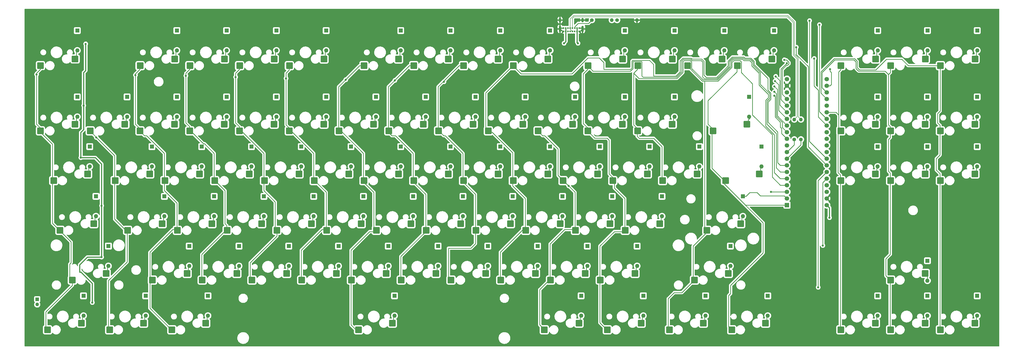
<source format=gbr>
%TF.GenerationSoftware,KiCad,Pcbnew,7.0.2*%
%TF.CreationDate,2023-04-24T23:20:51+02:00*%
%TF.ProjectId,TKL,544b4c2e-6b69-4636-9164-5f7063625858,rev?*%
%TF.SameCoordinates,Original*%
%TF.FileFunction,Copper,L2,Bot*%
%TF.FilePolarity,Positive*%
%FSLAX46Y46*%
G04 Gerber Fmt 4.6, Leading zero omitted, Abs format (unit mm)*
G04 Created by KiCad (PCBNEW 7.0.2) date 2023-04-24 23:20:51*
%MOMM*%
%LPD*%
G01*
G04 APERTURE LIST*
G04 Aperture macros list*
%AMRoundRect*
0 Rectangle with rounded corners*
0 $1 Rounding radius*
0 $2 $3 $4 $5 $6 $7 $8 $9 X,Y pos of 4 corners*
0 Add a 4 corners polygon primitive as box body*
4,1,4,$2,$3,$4,$5,$6,$7,$8,$9,$2,$3,0*
0 Add four circle primitives for the rounded corners*
1,1,$1+$1,$2,$3*
1,1,$1+$1,$4,$5*
1,1,$1+$1,$6,$7*
1,1,$1+$1,$8,$9*
0 Add four rect primitives between the rounded corners*
20,1,$1+$1,$2,$3,$4,$5,0*
20,1,$1+$1,$4,$5,$6,$7,0*
20,1,$1+$1,$6,$7,$8,$9,0*
20,1,$1+$1,$8,$9,$2,$3,0*%
G04 Aperture macros list end*
%TA.AperFunction,ComponentPad*%
%ADD10C,1.400000*%
%TD*%
%TA.AperFunction,ComponentPad*%
%ADD11O,1.400000X1.400000*%
%TD*%
%TA.AperFunction,SMDPad,CuDef*%
%ADD12RoundRect,0.250000X1.025000X1.000000X-1.025000X1.000000X-1.025000X-1.000000X1.025000X-1.000000X0*%
%TD*%
%TA.AperFunction,ComponentPad*%
%ADD13R,1.350000X1.350000*%
%TD*%
%TA.AperFunction,ComponentPad*%
%ADD14O,1.350000X1.350000*%
%TD*%
%TA.AperFunction,ComponentPad*%
%ADD15R,1.600000X1.600000*%
%TD*%
%TA.AperFunction,ComponentPad*%
%ADD16O,1.600000X1.600000*%
%TD*%
%TA.AperFunction,ComponentPad*%
%ADD17R,1.700000X1.700000*%
%TD*%
%TA.AperFunction,ComponentPad*%
%ADD18C,1.700000*%
%TD*%
%TA.AperFunction,ComponentPad*%
%ADD19C,0.650000*%
%TD*%
%TA.AperFunction,ComponentPad*%
%ADD20O,0.900000X1.700000*%
%TD*%
%TA.AperFunction,ComponentPad*%
%ADD21O,0.900000X2.400000*%
%TD*%
%TA.AperFunction,ViaPad*%
%ADD22C,0.800000*%
%TD*%
%TA.AperFunction,Conductor*%
%ADD23C,0.200000*%
%TD*%
%TA.AperFunction,Conductor*%
%ADD24C,0.250000*%
%TD*%
%TA.AperFunction,Conductor*%
%ADD25C,0.381000*%
%TD*%
G04 APERTURE END LIST*
D10*
%TO.P,R4,1*%
%TO.N,Net-(R1-Pad2)*%
X240792000Y-14224000D03*
D11*
%TO.P,R4,2*%
%TO.N,GND*%
X248412000Y-14224000D03*
%TD*%
%TO.P,R3,2*%
%TO.N,D+*%
X308610000Y-52324000D03*
D10*
%TO.P,R3,1*%
%TO.N,Net-(U90-PA12)*%
X308610000Y-59944000D03*
%TD*%
D11*
%TO.P,R2,2*%
%TO.N,D-*%
X311150000Y-52324000D03*
D10*
%TO.P,R2,1*%
%TO.N,Net-(U90-PA11)*%
X311150000Y-59944000D03*
%TD*%
%TO.P,R1,1*%
%TO.N,Net-(USB1-CC2)*%
X231140000Y-14224000D03*
D11*
%TO.P,R1,2*%
%TO.N,Net-(R1-Pad2)*%
X238760000Y-14224000D03*
%TD*%
D12*
%TO.P,SW2,1*%
%TO.N,Col6*%
X115323950Y-31692963D03*
%TO.P,SW2,2*%
%TO.N,Net-(D2-A)*%
X128555750Y-29152963D03*
%TD*%
%TO.P,SW3,1*%
%TO.N,Col12*%
X229623950Y-31692963D03*
%TO.P,SW3,2*%
%TO.N,Net-(D3-A)*%
X242855750Y-29152963D03*
%TD*%
%TO.P,SW4,1*%
%TO.N,Col16*%
X326461450Y-31692963D03*
%TO.P,SW4,2*%
%TO.N,Net-(D4-A)*%
X339693250Y-29152963D03*
%TD*%
%TO.P,SW5,1*%
%TO.N,Col3*%
X58173950Y-31692963D03*
%TO.P,SW5,2*%
%TO.N,Net-(D5-A)*%
X71405750Y-29152963D03*
%TD*%
%TO.P,SW7,1*%
%TO.N,Col13*%
X248673950Y-31692963D03*
%TO.P,SW7,2*%
%TO.N,Net-(D7-A)*%
X261905750Y-29152963D03*
%TD*%
%TO.P,SW8,1*%
%TO.N,Col17*%
X345511450Y-31692963D03*
%TO.P,SW8,2*%
%TO.N,Net-(D8-A)*%
X358743250Y-29152963D03*
%TD*%
%TO.P,SW9,1*%
%TO.N,Col4*%
X77223950Y-31692963D03*
%TO.P,SW9,2*%
%TO.N,Net-(D9-A)*%
X90455750Y-29152963D03*
%TD*%
%TO.P,SW11,1*%
%TO.N,Col14*%
X267723950Y-31692963D03*
%TO.P,SW11,2*%
%TO.N,Net-(D11-A)*%
X280955750Y-29152963D03*
%TD*%
%TO.P,SW12,1*%
%TO.N,Col18*%
X364561450Y-31692963D03*
%TO.P,SW12,2*%
%TO.N,Net-(D12-A)*%
X377793250Y-29152963D03*
%TD*%
%TO.P,SW14,1*%
%TO.N,Col5*%
X96273950Y-31692963D03*
%TO.P,SW14,2*%
%TO.N,Net-(D14-A)*%
X109505750Y-29152963D03*
%TD*%
%TO.P,SW15,1*%
%TO.N,Col15*%
X286773950Y-31692963D03*
%TO.P,SW15,2*%
%TO.N,Net-(D15-A)*%
X300005750Y-29152963D03*
%TD*%
%TO.P,SW17,1*%
%TO.N,Col1*%
X20046950Y-56673750D03*
%TO.P,SW17,2*%
%TO.N,Net-(D17-A)*%
X33278750Y-54133750D03*
%TD*%
%TO.P,SW18,1*%
%TO.N,Col6*%
X115296950Y-56673750D03*
%TO.P,SW18,2*%
%TO.N,Net-(D18-A)*%
X128528750Y-54133750D03*
%TD*%
%TO.P,SW19,1*%
%TO.N,Col12*%
X229596950Y-56673750D03*
%TO.P,SW19,2*%
%TO.N,Net-(D19-A)*%
X242828750Y-54133750D03*
%TD*%
%TO.P,SW20,1*%
%TO.N,Col18*%
X364534450Y-56673750D03*
%TO.P,SW20,2*%
%TO.N,Net-(D20-A)*%
X377766250Y-54133750D03*
%TD*%
%TO.P,SW21,1*%
%TO.N,Col2*%
X39096950Y-56673750D03*
%TO.P,SW21,2*%
%TO.N,Net-(D21-A)*%
X52328750Y-54133750D03*
%TD*%
%TO.P,SW22,1*%
%TO.N,Col7*%
X134346950Y-56673750D03*
%TO.P,SW22,2*%
%TO.N,Net-(D22-A)*%
X147578750Y-54133750D03*
%TD*%
%TO.P,SW23,1*%
%TO.N,Col13*%
X248646950Y-56673750D03*
%TO.P,SW23,2*%
%TO.N,Net-(D23-A)*%
X261878750Y-54133750D03*
%TD*%
%TO.P,SW24,1*%
%TO.N,Col3*%
X58146950Y-56673750D03*
%TO.P,SW24,2*%
%TO.N,Net-(D24-A)*%
X71378750Y-54133750D03*
%TD*%
%TO.P,SW25,1*%
%TO.N,Col8*%
X153396950Y-56673750D03*
%TO.P,SW25,2*%
%TO.N,Net-(D25-A)*%
X166628750Y-54133750D03*
%TD*%
%TO.P,SW26,1*%
%TO.N,Col15*%
X277526750Y-56673750D03*
%TO.P,SW26,2*%
%TO.N,Net-(D26-A)*%
X290453750Y-54133750D03*
%TD*%
%TO.P,SW27,1*%
%TO.N,Col4*%
X77196950Y-56673750D03*
%TO.P,SW27,2*%
%TO.N,Net-(D27-A)*%
X90428750Y-54133750D03*
%TD*%
%TO.P,SW28,1*%
%TO.N,Col16*%
X326434450Y-56673750D03*
%TO.P,SW28,2*%
%TO.N,Net-(D28-A)*%
X339666250Y-54133750D03*
%TD*%
%TO.P,SW29,1*%
%TO.N,Col9*%
X172446950Y-56673750D03*
%TO.P,SW29,2*%
%TO.N,Net-(D29-A)*%
X185678750Y-54133750D03*
%TD*%
%TO.P,SW30,1*%
%TO.N,Col17*%
X345484450Y-56673750D03*
%TO.P,SW30,2*%
%TO.N,Net-(D30-A)*%
X358716250Y-54133750D03*
%TD*%
%TO.P,SW31,1*%
%TO.N,Col5*%
X96246950Y-56673750D03*
%TO.P,SW31,2*%
%TO.N,Net-(D31-A)*%
X109478750Y-54133750D03*
%TD*%
%TO.P,SW32,1*%
%TO.N,Col10*%
X191496950Y-56673750D03*
%TO.P,SW32,2*%
%TO.N,Net-(D32-A)*%
X204728750Y-54133750D03*
%TD*%
%TO.P,SW33,1*%
%TO.N,Col11*%
X210546950Y-56673750D03*
%TO.P,SW33,2*%
%TO.N,Net-(D33-A)*%
X223778750Y-54133750D03*
%TD*%
%TO.P,SW34,1*%
%TO.N,Col1*%
X25114250Y-75723750D03*
%TO.P,SW34,2*%
%TO.N,Net-(D34-A)*%
X38041250Y-73183750D03*
%TD*%
%TO.P,SW35,1*%
%TO.N,Col6*%
X124821950Y-75723750D03*
%TO.P,SW35,2*%
%TO.N,Net-(D35-A)*%
X138053750Y-73183750D03*
%TD*%
%TO.P,SW36,1*%
%TO.N,Col12*%
X239121950Y-75723750D03*
%TO.P,SW36,2*%
%TO.N,Net-(D36-A)*%
X252353750Y-73183750D03*
%TD*%
%TO.P,SW37,1*%
%TO.N,Col18*%
X364534450Y-75723750D03*
%TO.P,SW37,2*%
%TO.N,Net-(D37-A)*%
X377766250Y-73183750D03*
%TD*%
%TO.P,SW38,1*%
%TO.N,Col2*%
X48621950Y-75723750D03*
%TO.P,SW38,2*%
%TO.N,Net-(D38-A)*%
X61853750Y-73183750D03*
%TD*%
%TO.P,SW39,1*%
%TO.N,Col7*%
X143871950Y-75723750D03*
%TO.P,SW39,2*%
%TO.N,Net-(D39-A)*%
X157103750Y-73183750D03*
%TD*%
%TO.P,SW40,1*%
%TO.N,Col13*%
X258171950Y-75723750D03*
%TO.P,SW40,2*%
%TO.N,Net-(D40-A)*%
X271403750Y-73183750D03*
%TD*%
%TO.P,SW41,1*%
%TO.N,Col3*%
X67671950Y-75723750D03*
%TO.P,SW41,2*%
%TO.N,Net-(D41-A)*%
X80903750Y-73183750D03*
%TD*%
%TO.P,SW42,1*%
%TO.N,Col8*%
X162921950Y-75723750D03*
%TO.P,SW42,2*%
%TO.N,Net-(D42-A)*%
X176153750Y-73183750D03*
%TD*%
%TO.P,SW43,1*%
%TO.N,Col15*%
X282289250Y-75723750D03*
%TO.P,SW43,2*%
%TO.N,Net-(D43-A)*%
X295216250Y-73183750D03*
%TD*%
%TO.P,SW44,1*%
%TO.N,Col4*%
X86721950Y-75723750D03*
%TO.P,SW44,2*%
%TO.N,Net-(D44-A)*%
X99953750Y-73183750D03*
%TD*%
%TO.P,SW45,1*%
%TO.N,Col16*%
X326434450Y-75723750D03*
%TO.P,SW45,2*%
%TO.N,Net-(D45-A)*%
X339666250Y-73183750D03*
%TD*%
%TO.P,SW46,1*%
%TO.N,Col9*%
X181971950Y-75723750D03*
%TO.P,SW46,2*%
%TO.N,Net-(D46-A)*%
X195203750Y-73183750D03*
%TD*%
%TO.P,SW47,1*%
%TO.N,Col17*%
X345484450Y-75723750D03*
%TO.P,SW47,2*%
%TO.N,Net-(D47-A)*%
X358716250Y-73183750D03*
%TD*%
%TO.P,SW48,1*%
%TO.N,Col5*%
X105771950Y-75723750D03*
%TO.P,SW48,2*%
%TO.N,Net-(D48-A)*%
X119003750Y-73183750D03*
%TD*%
%TO.P,SW49,1*%
%TO.N,Col10*%
X201021950Y-75723750D03*
%TO.P,SW49,2*%
%TO.N,Net-(D49-A)*%
X214253750Y-73183750D03*
%TD*%
%TO.P,SW50,1*%
%TO.N,Col11*%
X220071950Y-75723750D03*
%TO.P,SW50,2*%
%TO.N,Net-(D50-A)*%
X233303750Y-73183750D03*
%TD*%
%TO.P,SW51,1*%
%TO.N,Col1*%
X27495500Y-94773750D03*
%TO.P,SW51,2*%
%TO.N,Net-(D51-A)*%
X40422500Y-92233750D03*
%TD*%
%TO.P,SW52,1*%
%TO.N,Col6*%
X129584450Y-94773750D03*
%TO.P,SW52,2*%
%TO.N,Net-(D52-A)*%
X142816250Y-92233750D03*
%TD*%
%TO.P,SW53,1*%
%TO.N,Col12*%
X243884450Y-94773750D03*
%TO.P,SW53,2*%
%TO.N,Net-(D53-A)*%
X257116250Y-92233750D03*
%TD*%
%TO.P,SW54,1*%
%TO.N,Col2*%
X53384450Y-94773750D03*
%TO.P,SW54,2*%
%TO.N,Net-(D54-A)*%
X66616250Y-92233750D03*
%TD*%
%TO.P,SW55,1*%
%TO.N,Col7*%
X148613118Y-94775668D03*
%TO.P,SW55,2*%
%TO.N,Net-(D55-A)*%
X161844918Y-92235668D03*
%TD*%
%TO.P,SW56,1*%
%TO.N,Col14*%
X275145500Y-94773750D03*
%TO.P,SW56,2*%
%TO.N,Net-(D56-A)*%
X288072500Y-92233750D03*
%TD*%
%TO.P,SW57,1*%
%TO.N,Col3*%
X72434450Y-94773750D03*
%TO.P,SW57,2*%
%TO.N,Net-(D57-A)*%
X85666250Y-92233750D03*
%TD*%
%TO.P,SW58,1*%
%TO.N,Col8*%
X167684450Y-94773750D03*
%TO.P,SW58,2*%
%TO.N,Net-(D58-A)*%
X180916250Y-92233750D03*
%TD*%
%TO.P,SW59,1*%
%TO.N,Col4*%
X91484450Y-94773750D03*
%TO.P,SW59,2*%
%TO.N,Net-(D59-A)*%
X104716250Y-92233750D03*
%TD*%
%TO.P,SW60,1*%
%TO.N,Col9*%
X186734450Y-94773750D03*
%TO.P,SW60,2*%
%TO.N,Net-(D60-A)*%
X199966250Y-92233750D03*
%TD*%
%TO.P,SW61,1*%
%TO.N,Col5*%
X110534450Y-94773750D03*
%TO.P,SW61,2*%
%TO.N,Net-(D61-A)*%
X123766250Y-92233750D03*
%TD*%
%TO.P,SW62,1*%
%TO.N,Col10*%
X205773217Y-94773750D03*
%TO.P,SW62,2*%
%TO.N,Net-(D62-A)*%
X219005017Y-92233750D03*
%TD*%
%TO.P,SW63,1*%
%TO.N,Col11*%
X224834450Y-94773750D03*
%TO.P,SW63,2*%
%TO.N,Net-(D63-A)*%
X238066250Y-92233750D03*
%TD*%
%TO.P,SW64,1*%
%TO.N,Col1*%
X32258000Y-113823750D03*
%TO.P,SW64,2*%
%TO.N,Net-(D64-A)*%
X45185000Y-111283750D03*
%TD*%
%TO.P,SW65,1*%
%TO.N,Col6*%
X120059450Y-113823750D03*
%TO.P,SW65,2*%
%TO.N,Net-(D65-A)*%
X133291250Y-111283750D03*
%TD*%
%TO.P,SW66,1*%
%TO.N,Col12*%
X234359450Y-113823750D03*
%TO.P,SW66,2*%
%TO.N,Net-(D66-A)*%
X247591250Y-111283750D03*
%TD*%
%TO.P,SW67,1*%
%TO.N,Col7*%
X139109450Y-113823750D03*
%TO.P,SW67,2*%
%TO.N,Net-(D67-A)*%
X152341250Y-111283750D03*
%TD*%
%TO.P,SW68,1*%
%TO.N,Col14*%
X270383000Y-113823750D03*
%TO.P,SW68,2*%
%TO.N,Net-(D68-A)*%
X283310000Y-111283750D03*
%TD*%
%TO.P,SW69,1*%
%TO.N,Col3*%
X62909450Y-113823750D03*
%TO.P,SW69,2*%
%TO.N,Net-(D69-A)*%
X76141250Y-111283750D03*
%TD*%
%TO.P,SW70,1*%
%TO.N,Col8*%
X158159450Y-113823750D03*
%TO.P,SW70,2*%
%TO.N,Net-(D70-A)*%
X171391250Y-111283750D03*
%TD*%
%TO.P,SW71,1*%
%TO.N,Col17*%
X345484450Y-113823750D03*
%TO.P,SW71,2*%
%TO.N,Net-(D71-A)*%
X358716250Y-111283750D03*
%TD*%
%TO.P,SW72,1*%
%TO.N,Col4*%
X81959450Y-113823750D03*
%TO.P,SW72,2*%
%TO.N,Net-(D72-A)*%
X95191250Y-111283750D03*
%TD*%
%TO.P,SW73,1*%
%TO.N,Col9*%
X177209450Y-113823750D03*
%TO.P,SW73,2*%
%TO.N,Net-(D73-A)*%
X190441250Y-111283750D03*
%TD*%
%TO.P,SW74,1*%
%TO.N,Col5*%
X101009450Y-113823750D03*
%TO.P,SW74,2*%
%TO.N,Net-(D74-A)*%
X114241250Y-111283750D03*
%TD*%
%TO.P,SW75,1*%
%TO.N,Col10*%
X196259450Y-113823750D03*
%TO.P,SW75,2*%
%TO.N,Net-(D75-A)*%
X209491250Y-111283750D03*
%TD*%
%TO.P,SW76,1*%
%TO.N,Col11*%
X215309450Y-113823750D03*
%TO.P,SW76,2*%
%TO.N,Net-(D76-A)*%
X228541250Y-111283750D03*
%TD*%
%TO.P,SW77,1*%
%TO.N,Col1*%
X22733000Y-132873750D03*
%TO.P,SW77,2*%
%TO.N,Net-(D77-A)*%
X35660000Y-130333750D03*
%TD*%
%TO.P,SW78,1*%
%TO.N,Col12*%
X237045500Y-132873750D03*
%TO.P,SW78,2*%
%TO.N,Net-(D78-A)*%
X249972500Y-130333750D03*
%TD*%
%TO.P,SW79,1*%
%TO.N,Col18*%
X364534450Y-132873750D03*
%TO.P,SW79,2*%
%TO.N,Net-(D79-A)*%
X377766250Y-130333750D03*
%TD*%
%TO.P,SW80,1*%
%TO.N,Col2*%
X46545500Y-132873750D03*
%TO.P,SW80,2*%
%TO.N,Net-(D80-A)*%
X59472500Y-130333750D03*
%TD*%
%TO.P,SW81,1*%
%TO.N,Col14*%
X260858000Y-132873750D03*
%TO.P,SW81,2*%
%TO.N,Net-(D81-A)*%
X273785000Y-130333750D03*
%TD*%
%TO.P,SW82,1*%
%TO.N,Col3*%
X70358000Y-132873750D03*
%TO.P,SW82,2*%
%TO.N,Net-(D82-A)*%
X83285000Y-130333750D03*
%TD*%
%TO.P,SW83,1*%
%TO.N,Col15*%
X284670500Y-132873750D03*
%TO.P,SW83,2*%
%TO.N,Net-(D83-A)*%
X297597500Y-130333750D03*
%TD*%
%TO.P,SW85,1*%
%TO.N,Col16*%
X326434450Y-132873750D03*
%TO.P,SW85,2*%
%TO.N,Net-(D85-A)*%
X339666250Y-130333750D03*
%TD*%
%TO.P,SW86,1*%
%TO.N,Col11*%
X212928200Y-132873750D03*
%TO.P,SW86,2*%
%TO.N,Net-(D86-A)*%
X226160000Y-130333750D03*
%TD*%
%TO.P,SW87,1*%
%TO.N,Col17*%
X345484450Y-132873750D03*
%TO.P,SW87,2*%
%TO.N,Net-(D87-A)*%
X358716250Y-130333750D03*
%TD*%
%TO.P,SW6,1*%
%TO.N,Col7*%
X143898950Y-31692963D03*
%TO.P,SW6,2*%
%TO.N,Net-(D6-A)*%
X157130750Y-29152963D03*
%TD*%
%TO.P,SW16,1*%
%TO.N,Col10*%
X201048950Y-31692963D03*
%TO.P,SW16,2*%
%TO.N,Net-(D16-A)*%
X214280750Y-29152963D03*
%TD*%
%TO.P,SW10,1*%
%TO.N,Col8*%
X162948950Y-31692963D03*
%TO.P,SW10,2*%
%TO.N,Net-(D10-A)*%
X176180750Y-29152963D03*
%TD*%
%TO.P,SW13,1*%
%TO.N,Col9*%
X181998950Y-31692963D03*
%TO.P,SW13,2*%
%TO.N,Net-(D13-A)*%
X195230750Y-29152963D03*
%TD*%
%TO.P,SW1,1*%
%TO.N,Col1*%
X20046950Y-31673750D03*
%TO.P,SW1,2*%
%TO.N,Net-(D1-A)*%
X33278750Y-29133750D03*
%TD*%
%TO.P,SW84,1*%
%TO.N,Col7*%
X141795500Y-132873750D03*
%TO.P,SW84,2*%
%TO.N,Net-(D84-A)*%
X154722500Y-130333750D03*
%TD*%
D13*
%TO.P,J1,1,Pin_1*%
%TO.N,COUT*%
X18796000Y-121158000D03*
D14*
%TO.P,J1,2,Pin_2*%
%TO.N,DOUT*%
X18796000Y-123158000D03*
%TD*%
D15*
%TO.P,D2,1,K*%
%TO.N,Row1*%
X129408250Y-18256250D03*
D16*
%TO.P,D2,2,A*%
%TO.N,Net-(D2-A)*%
X129408250Y-25876250D03*
%TD*%
D15*
%TO.P,D3,1,K*%
%TO.N,Row1*%
X243708250Y-18256250D03*
D16*
%TO.P,D3,2,A*%
%TO.N,Net-(D3-A)*%
X243708250Y-25876250D03*
%TD*%
D15*
%TO.P,D4,1,K*%
%TO.N,Row1*%
X340545750Y-18256250D03*
D16*
%TO.P,D4,2,A*%
%TO.N,Net-(D4-A)*%
X340545750Y-25876250D03*
%TD*%
D15*
%TO.P,D5,1,K*%
%TO.N,Row1*%
X72258250Y-18256250D03*
D16*
%TO.P,D5,2,A*%
%TO.N,Net-(D5-A)*%
X72258250Y-25876250D03*
%TD*%
D15*
%TO.P,D7,1,K*%
%TO.N,Row1*%
X262758250Y-18256250D03*
D16*
%TO.P,D7,2,A*%
%TO.N,Net-(D7-A)*%
X262758250Y-25876250D03*
%TD*%
D15*
%TO.P,D8,1,K*%
%TO.N,Row1*%
X359595750Y-18256250D03*
D16*
%TO.P,D8,2,A*%
%TO.N,Net-(D8-A)*%
X359595750Y-25876250D03*
%TD*%
D15*
%TO.P,D9,1,K*%
%TO.N,Row1*%
X91281250Y-18256250D03*
D16*
%TO.P,D9,2,A*%
%TO.N,Net-(D9-A)*%
X91281250Y-25876250D03*
%TD*%
D15*
%TO.P,D11,1,K*%
%TO.N,Row1*%
X281808250Y-18256250D03*
D16*
%TO.P,D11,2,A*%
%TO.N,Net-(D11-A)*%
X281808250Y-25876250D03*
%TD*%
D15*
%TO.P,D12,1,K*%
%TO.N,Row1*%
X378645750Y-18256250D03*
D16*
%TO.P,D12,2,A*%
%TO.N,Net-(D12-A)*%
X378645750Y-25876250D03*
%TD*%
D15*
%TO.P,D14,1,K*%
%TO.N,Row1*%
X110358250Y-18256250D03*
D16*
%TO.P,D14,2,A*%
%TO.N,Net-(D14-A)*%
X110358250Y-25876250D03*
%TD*%
D15*
%TO.P,D15,1,K*%
%TO.N,Row1*%
X300831250Y-18256250D03*
D16*
%TO.P,D15,2,A*%
%TO.N,Net-(D15-A)*%
X300831250Y-25876250D03*
%TD*%
D15*
%TO.P,D18,1,K*%
%TO.N,Row2*%
X129381250Y-43656250D03*
D16*
%TO.P,D18,2,A*%
%TO.N,Net-(D18-A)*%
X129381250Y-51276250D03*
%TD*%
D15*
%TO.P,D20,1,K*%
%TO.N,Row2*%
X378618750Y-43656250D03*
D16*
%TO.P,D20,2,A*%
%TO.N,Net-(D20-A)*%
X378618750Y-51276250D03*
%TD*%
D15*
%TO.P,D21,1,K*%
%TO.N,Row2*%
X53181250Y-43656250D03*
D16*
%TO.P,D21,2,A*%
%TO.N,Net-(D21-A)*%
X53181250Y-51276250D03*
%TD*%
D15*
%TO.P,D22,1,K*%
%TO.N,Row2*%
X148431250Y-43656250D03*
D16*
%TO.P,D22,2,A*%
%TO.N,Net-(D22-A)*%
X148431250Y-51276250D03*
%TD*%
D15*
%TO.P,D23,1,K*%
%TO.N,Row2*%
X262731250Y-43656250D03*
D16*
%TO.P,D23,2,A*%
%TO.N,Net-(D23-A)*%
X262731250Y-51276250D03*
%TD*%
D15*
%TO.P,D24,1,K*%
%TO.N,Row2*%
X72231250Y-43656250D03*
D16*
%TO.P,D24,2,A*%
%TO.N,Net-(D24-A)*%
X72231250Y-51276250D03*
%TD*%
D15*
%TO.P,D25,1,K*%
%TO.N,Row2*%
X167481250Y-43656250D03*
D16*
%TO.P,D25,2,A*%
%TO.N,Net-(D25-A)*%
X167481250Y-51276250D03*
%TD*%
D15*
%TO.P,D26,1,K*%
%TO.N,Row2*%
X291306250Y-43656250D03*
D16*
%TO.P,D26,2,A*%
%TO.N,Net-(D26-A)*%
X291306250Y-51276250D03*
%TD*%
D15*
%TO.P,D27,1,K*%
%TO.N,Row2*%
X91281250Y-43656250D03*
D16*
%TO.P,D27,2,A*%
%TO.N,Net-(D27-A)*%
X91281250Y-51276250D03*
%TD*%
D15*
%TO.P,D28,1,K*%
%TO.N,Row2*%
X340518750Y-43656250D03*
D16*
%TO.P,D28,2,A*%
%TO.N,Net-(D28-A)*%
X340518750Y-51276250D03*
%TD*%
D15*
%TO.P,D29,1,K*%
%TO.N,Row2*%
X186531250Y-43656250D03*
D16*
%TO.P,D29,2,A*%
%TO.N,Net-(D29-A)*%
X186531250Y-51276250D03*
%TD*%
D15*
%TO.P,D30,1,K*%
%TO.N,Row2*%
X359568750Y-43656250D03*
D16*
%TO.P,D30,2,A*%
%TO.N,Net-(D30-A)*%
X359568750Y-51276250D03*
%TD*%
D15*
%TO.P,D31,1,K*%
%TO.N,Row2*%
X110331250Y-43656250D03*
D16*
%TO.P,D31,2,A*%
%TO.N,Net-(D31-A)*%
X110331250Y-51276250D03*
%TD*%
D15*
%TO.P,D32,1,K*%
%TO.N,Row2*%
X205581250Y-43656250D03*
D16*
%TO.P,D32,2,A*%
%TO.N,Net-(D32-A)*%
X205581250Y-51276250D03*
%TD*%
D15*
%TO.P,D33,1,K*%
%TO.N,Row2*%
X224631250Y-43656250D03*
D16*
%TO.P,D33,2,A*%
%TO.N,Net-(D33-A)*%
X224631250Y-51276250D03*
%TD*%
D15*
%TO.P,D34,1,K*%
%TO.N,Row3*%
X38893750Y-62706250D03*
D16*
%TO.P,D34,2,A*%
%TO.N,Net-(D34-A)*%
X38893750Y-70326250D03*
%TD*%
D15*
%TO.P,D36,1,K*%
%TO.N,Row3*%
X253206250Y-62706250D03*
D16*
%TO.P,D36,2,A*%
%TO.N,Net-(D36-A)*%
X253206250Y-70326250D03*
%TD*%
D15*
%TO.P,D37,1,K*%
%TO.N,Row3*%
X378618750Y-62706250D03*
D16*
%TO.P,D37,2,A*%
%TO.N,Net-(D37-A)*%
X378618750Y-70326250D03*
%TD*%
D15*
%TO.P,D38,1,K*%
%TO.N,Row3*%
X62706250Y-62706250D03*
D16*
%TO.P,D38,2,A*%
%TO.N,Net-(D38-A)*%
X62706250Y-70326250D03*
%TD*%
D15*
%TO.P,D39,1,K*%
%TO.N,Row3*%
X157956250Y-62706250D03*
D16*
%TO.P,D39,2,A*%
%TO.N,Net-(D39-A)*%
X157956250Y-70326250D03*
%TD*%
D15*
%TO.P,D40,1,K*%
%TO.N,Row3*%
X272256250Y-62706250D03*
D16*
%TO.P,D40,2,A*%
%TO.N,Net-(D40-A)*%
X272256250Y-70326250D03*
%TD*%
D15*
%TO.P,D41,1,K*%
%TO.N,Row3*%
X81756250Y-62706250D03*
D16*
%TO.P,D41,2,A*%
%TO.N,Net-(D41-A)*%
X81756250Y-70326250D03*
%TD*%
D15*
%TO.P,D42,1,K*%
%TO.N,Row3*%
X177006250Y-62706250D03*
D16*
%TO.P,D42,2,A*%
%TO.N,Net-(D42-A)*%
X177006250Y-70326250D03*
%TD*%
D15*
%TO.P,D43,1,K*%
%TO.N,Row3*%
X296068750Y-62706250D03*
D16*
%TO.P,D43,2,A*%
%TO.N,Net-(D43-A)*%
X296068750Y-70326250D03*
%TD*%
D15*
%TO.P,D45,1,K*%
%TO.N,Row3*%
X340518750Y-62706250D03*
D16*
%TO.P,D45,2,A*%
%TO.N,Net-(D45-A)*%
X340518750Y-70326250D03*
%TD*%
D15*
%TO.P,D46,1,K*%
%TO.N,Row3*%
X196056250Y-62706250D03*
D16*
%TO.P,D46,2,A*%
%TO.N,Net-(D46-A)*%
X196056250Y-70326250D03*
%TD*%
D15*
%TO.P,D47,1,K*%
%TO.N,Row3*%
X359568750Y-62706250D03*
D16*
%TO.P,D47,2,A*%
%TO.N,Net-(D47-A)*%
X359568750Y-70326250D03*
%TD*%
D15*
%TO.P,D48,1,K*%
%TO.N,Row3*%
X119856250Y-62706250D03*
D16*
%TO.P,D48,2,A*%
%TO.N,Net-(D48-A)*%
X119856250Y-70326250D03*
%TD*%
D15*
%TO.P,D49,1,K*%
%TO.N,Row3*%
X215106250Y-62706250D03*
D16*
%TO.P,D49,2,A*%
%TO.N,Net-(D49-A)*%
X215106250Y-70326250D03*
%TD*%
D15*
%TO.P,D50,1,K*%
%TO.N,Row3*%
X234156250Y-62706250D03*
D16*
%TO.P,D50,2,A*%
%TO.N,Net-(D50-A)*%
X234156250Y-70326250D03*
%TD*%
D15*
%TO.P,D51,1,K*%
%TO.N,Row4*%
X41275000Y-81756250D03*
D16*
%TO.P,D51,2,A*%
%TO.N,Net-(D51-A)*%
X41275000Y-89376250D03*
%TD*%
D15*
%TO.P,D52,1,K*%
%TO.N,Row4*%
X143668750Y-81756250D03*
D16*
%TO.P,D52,2,A*%
%TO.N,Net-(D52-A)*%
X143668750Y-89376250D03*
%TD*%
D15*
%TO.P,D53,1,K*%
%TO.N,Row4*%
X257968750Y-81756250D03*
D16*
%TO.P,D53,2,A*%
%TO.N,Net-(D53-A)*%
X257968750Y-89376250D03*
%TD*%
D15*
%TO.P,D54,1,K*%
%TO.N,Row4*%
X67468750Y-81756250D03*
D16*
%TO.P,D54,2,A*%
%TO.N,Net-(D54-A)*%
X67468750Y-89376250D03*
%TD*%
D15*
%TO.P,D55,1,K*%
%TO.N,Row4*%
X162718750Y-81756250D03*
D16*
%TO.P,D55,2,A*%
%TO.N,Net-(D55-A)*%
X162718750Y-89376250D03*
%TD*%
D15*
%TO.P,D56,1,K*%
%TO.N,Row4*%
X288925000Y-81756250D03*
D16*
%TO.P,D56,2,A*%
%TO.N,Net-(D56-A)*%
X288925000Y-89376250D03*
%TD*%
D15*
%TO.P,D57,1,K*%
%TO.N,Row4*%
X86518750Y-81756250D03*
D16*
%TO.P,D57,2,A*%
%TO.N,Net-(D57-A)*%
X86518750Y-89376250D03*
%TD*%
D15*
%TO.P,D58,1,K*%
%TO.N,Row4*%
X181768750Y-81756250D03*
D16*
%TO.P,D58,2,A*%
%TO.N,Net-(D58-A)*%
X181768750Y-89376250D03*
%TD*%
D15*
%TO.P,D59,1,K*%
%TO.N,Row4*%
X105568750Y-81756250D03*
D16*
%TO.P,D59,2,A*%
%TO.N,Net-(D59-A)*%
X105568750Y-89376250D03*
%TD*%
D15*
%TO.P,D60,1,K*%
%TO.N,Row4*%
X200818750Y-81756250D03*
D16*
%TO.P,D60,2,A*%
%TO.N,Net-(D60-A)*%
X200818750Y-89376250D03*
%TD*%
D15*
%TO.P,D61,1,K*%
%TO.N,Row4*%
X124618750Y-81756250D03*
D16*
%TO.P,D61,2,A*%
%TO.N,Net-(D61-A)*%
X124618750Y-89376250D03*
%TD*%
D15*
%TO.P,D62,1,K*%
%TO.N,Row4*%
X219868750Y-81756250D03*
D16*
%TO.P,D62,2,A*%
%TO.N,Net-(D62-A)*%
X219868750Y-89376250D03*
%TD*%
D15*
%TO.P,D63,1,K*%
%TO.N,Row4*%
X238918750Y-81756250D03*
D16*
%TO.P,D63,2,A*%
%TO.N,Net-(D63-A)*%
X238918750Y-89376250D03*
%TD*%
D15*
%TO.P,D64,1,K*%
%TO.N,Row5*%
X46037500Y-100806250D03*
D16*
%TO.P,D64,2,A*%
%TO.N,Net-(D64-A)*%
X46037500Y-108426250D03*
%TD*%
D15*
%TO.P,D65,1,K*%
%TO.N,Row5*%
X134143750Y-100806250D03*
D16*
%TO.P,D65,2,A*%
%TO.N,Net-(D65-A)*%
X134143750Y-108426250D03*
%TD*%
D15*
%TO.P,D66,1,K*%
%TO.N,Row5*%
X248443750Y-100806250D03*
D16*
%TO.P,D66,2,A*%
%TO.N,Net-(D66-A)*%
X248443750Y-108426250D03*
%TD*%
D15*
%TO.P,D67,1,K*%
%TO.N,Row5*%
X153193750Y-100806250D03*
D16*
%TO.P,D67,2,A*%
%TO.N,Net-(D67-A)*%
X153193750Y-108426250D03*
%TD*%
D15*
%TO.P,D68,1,K*%
%TO.N,Row5*%
X284162500Y-100806250D03*
D16*
%TO.P,D68,2,A*%
%TO.N,Net-(D68-A)*%
X284162500Y-108426250D03*
%TD*%
D15*
%TO.P,D69,1,K*%
%TO.N,Row5*%
X76993750Y-100806250D03*
D16*
%TO.P,D69,2,A*%
%TO.N,Net-(D69-A)*%
X76993750Y-108426250D03*
%TD*%
D15*
%TO.P,D70,1,K*%
%TO.N,Row5*%
X172243750Y-100806250D03*
D16*
%TO.P,D70,2,A*%
%TO.N,Net-(D70-A)*%
X172243750Y-108426250D03*
%TD*%
D15*
%TO.P,D71,1,K*%
%TO.N,Row5*%
X359568750Y-106426000D03*
D16*
%TO.P,D71,2,A*%
%TO.N,Net-(D71-A)*%
X359568750Y-114046000D03*
%TD*%
D15*
%TO.P,D72,1,K*%
%TO.N,Row5*%
X96043750Y-100806250D03*
D16*
%TO.P,D72,2,A*%
%TO.N,Net-(D72-A)*%
X96043750Y-108426250D03*
%TD*%
D15*
%TO.P,D73,1,K*%
%TO.N,Row5*%
X191293750Y-100806250D03*
D16*
%TO.P,D73,2,A*%
%TO.N,Net-(D73-A)*%
X191293750Y-108426250D03*
%TD*%
D15*
%TO.P,D74,1,K*%
%TO.N,Row5*%
X115093750Y-100806250D03*
D16*
%TO.P,D74,2,A*%
%TO.N,Net-(D74-A)*%
X115093750Y-108426250D03*
%TD*%
D15*
%TO.P,D75,1,K*%
%TO.N,Row5*%
X210343750Y-100806250D03*
D16*
%TO.P,D75,2,A*%
%TO.N,Net-(D75-A)*%
X210343750Y-108426250D03*
%TD*%
D15*
%TO.P,D76,1,K*%
%TO.N,Row5*%
X229393750Y-100806250D03*
D16*
%TO.P,D76,2,A*%
%TO.N,Net-(D76-A)*%
X229393750Y-108426250D03*
%TD*%
D15*
%TO.P,D77,1,K*%
%TO.N,Row6*%
X36512500Y-119856250D03*
D16*
%TO.P,D77,2,A*%
%TO.N,Net-(D77-A)*%
X36512500Y-127476250D03*
%TD*%
D15*
%TO.P,D79,1,K*%
%TO.N,Row6*%
X378618750Y-119856250D03*
D16*
%TO.P,D79,2,A*%
%TO.N,Net-(D79-A)*%
X378618750Y-127476250D03*
%TD*%
D15*
%TO.P,D80,1,K*%
%TO.N,Row6*%
X60325000Y-119856250D03*
D16*
%TO.P,D80,2,A*%
%TO.N,Net-(D80-A)*%
X60325000Y-127476250D03*
%TD*%
D15*
%TO.P,D81,1,K*%
%TO.N,Row6*%
X274637500Y-119856250D03*
D16*
%TO.P,D81,2,A*%
%TO.N,Net-(D81-A)*%
X274637500Y-127476250D03*
%TD*%
D15*
%TO.P,D82,1,K*%
%TO.N,Row6*%
X84137500Y-119856250D03*
D16*
%TO.P,D82,2,A*%
%TO.N,Net-(D82-A)*%
X84137500Y-127476250D03*
%TD*%
D15*
%TO.P,D83,1,K*%
%TO.N,Row6*%
X298450000Y-119856250D03*
D16*
%TO.P,D83,2,A*%
%TO.N,Net-(D83-A)*%
X298450000Y-127476250D03*
%TD*%
D15*
%TO.P,D84,1,K*%
%TO.N,Row6*%
X155575000Y-119856250D03*
D16*
%TO.P,D84,2,A*%
%TO.N,Net-(D84-A)*%
X155575000Y-127476250D03*
%TD*%
D15*
%TO.P,D85,1,K*%
%TO.N,Row6*%
X340518750Y-119856250D03*
D16*
%TO.P,D85,2,A*%
%TO.N,Net-(D85-A)*%
X340518750Y-127476250D03*
%TD*%
D15*
%TO.P,D86,1,K*%
%TO.N,Row6*%
X227012500Y-119856250D03*
D16*
%TO.P,D86,2,A*%
%TO.N,Net-(D86-A)*%
X227012500Y-127476250D03*
%TD*%
D15*
%TO.P,D87,1,K*%
%TO.N,Row6*%
X359568750Y-119856250D03*
D16*
%TO.P,D87,2,A*%
%TO.N,Net-(D87-A)*%
X359568750Y-127476250D03*
%TD*%
D15*
%TO.P,D10,1,K*%
%TO.N,Row1*%
X177033250Y-18256250D03*
D16*
%TO.P,D10,2,A*%
%TO.N,Net-(D10-A)*%
X177033250Y-25876250D03*
%TD*%
D15*
%TO.P,D16,1,K*%
%TO.N,Row1*%
X215133250Y-18256250D03*
D16*
%TO.P,D16,2,A*%
%TO.N,Net-(D16-A)*%
X215133250Y-25876250D03*
%TD*%
D15*
%TO.P,D6,1,K*%
%TO.N,Row1*%
X157956250Y-18256250D03*
D16*
%TO.P,D6,2,A*%
%TO.N,Net-(D6-A)*%
X157956250Y-25876250D03*
%TD*%
D15*
%TO.P,D13,1,K*%
%TO.N,Row1*%
X196083250Y-18256250D03*
D16*
%TO.P,D13,2,A*%
%TO.N,Net-(D13-A)*%
X196083250Y-25876250D03*
%TD*%
D15*
%TO.P,D78,1,K*%
%TO.N,Row6*%
X250825000Y-119856250D03*
D16*
%TO.P,D78,2,A*%
%TO.N,Net-(D78-A)*%
X250825000Y-127476250D03*
%TD*%
D15*
%TO.P,D17,1,K*%
%TO.N,Row2*%
X34131250Y-43656250D03*
D16*
%TO.P,D17,2,A*%
%TO.N,Net-(D17-A)*%
X34131250Y-51276250D03*
%TD*%
D15*
%TO.P,D19,1,K*%
%TO.N,Row2*%
X243681250Y-43656250D03*
D16*
%TO.P,D19,2,A*%
%TO.N,Net-(D19-A)*%
X243681250Y-51276250D03*
%TD*%
D15*
%TO.P,D44,1,K*%
%TO.N,Row3*%
X100806250Y-62706250D03*
D16*
%TO.P,D44,2,A*%
%TO.N,Net-(D44-A)*%
X100806250Y-70326250D03*
%TD*%
D15*
%TO.P,D35,1,K*%
%TO.N,Row3*%
X138906250Y-62706250D03*
D16*
%TO.P,D35,2,A*%
%TO.N,Net-(D35-A)*%
X138906250Y-70326250D03*
%TD*%
D15*
%TO.P,D1,1,K*%
%TO.N,Row1*%
X34131250Y-18256250D03*
D16*
%TO.P,D1,2,A*%
%TO.N,Net-(D1-A)*%
X34131250Y-25876250D03*
%TD*%
D17*
%TO.P,U90,1,PB12*%
%TO.N,Col15*%
X305816000Y-85090000D03*
D18*
%TO.P,U90,2,PB13*%
%TO.N,Row4*%
X305816000Y-82550000D03*
%TO.P,U90,3,PB14*%
%TO.N,Col11*%
X305816000Y-80010000D03*
%TO.P,U90,4,PB15*%
%TO.N,Col14*%
X305816000Y-77470000D03*
%TO.P,U90,5,PA8*%
%TO.N,Col13*%
X305816000Y-74930000D03*
%TO.P,U90,6,PA9*%
%TO.N,Col12*%
X305816000Y-72390000D03*
%TO.P,U90,7,PA10*%
%TO.N,Col10*%
X305816000Y-69850000D03*
%TO.P,U90,8,PA11*%
%TO.N,Net-(U90-PA11)*%
X305816000Y-67310000D03*
%TO.P,U90,9,PA12*%
%TO.N,Net-(U90-PA12)*%
X305816000Y-64770000D03*
%TO.P,U90,10,PA15*%
%TO.N,Col2*%
X305816000Y-62230000D03*
%TO.P,U90,11,PB3*%
%TO.N,Col9*%
X305816000Y-59690000D03*
%TO.P,U90,12,PB4*%
%TO.N,Col8*%
X305816000Y-57150000D03*
%TO.P,U90,13,PB5*%
%TO.N,Col7*%
X305816000Y-54610000D03*
%TO.P,U90,14,PB6*%
%TO.N,Col6*%
X305816000Y-52070000D03*
%TO.P,U90,15,PB7*%
%TO.N,Col5*%
X305816000Y-49530000D03*
%TO.P,U90,16,PB8*%
%TO.N,Col4*%
X305816000Y-46990000D03*
%TO.P,U90,17,PB9*%
%TO.N,Col3*%
X305816000Y-44450000D03*
%TO.P,U90,18,5V*%
%TO.N,VCC*%
X305816000Y-41910000D03*
%TO.P,U90,19,GND*%
%TO.N,GND*%
X305816000Y-39370000D03*
%TO.P,U90,20,3V3*%
%TO.N,unconnected-(U90-3V3-Pad20)*%
X305816000Y-36830000D03*
%TO.P,U90,21,VBat*%
%TO.N,unconnected-(U90-VBat-Pad21)*%
X321056000Y-36830000D03*
%TO.P,U90,22,PC13*%
%TO.N,Row2*%
X321056000Y-39370000D03*
%TO.P,U90,23,PC14*%
%TO.N,Col17*%
X321056000Y-41910000D03*
%TO.P,U90,24,PC15*%
%TO.N,Col18*%
X321056000Y-44450000D03*
%TO.P,U90,25,RES*%
%TO.N,unconnected-(U90-RES-Pad25)*%
X321056000Y-46990000D03*
%TO.P,U90,26,PA0*%
%TO.N,Col16*%
X321056000Y-49530000D03*
%TO.P,U90,27,PA1*%
%TO.N,Row1*%
X321056000Y-52070000D03*
%TO.P,U90,28,PA2*%
%TO.N,Col1*%
X321056000Y-54610000D03*
%TO.P,U90,29,PA3*%
%TO.N,unconnected-(U90-PA3-Pad29)*%
X321056000Y-57150000D03*
%TO.P,U90,30,PA4*%
%TO.N,unconnected-(U90-PA4-Pad30)*%
X321056000Y-59690000D03*
%TO.P,U90,31,PA5*%
%TO.N,unconnected-(U90-PA5-Pad31)*%
X321056000Y-62230000D03*
%TO.P,U90,32,PA6*%
%TO.N,unconnected-(U90-PA6-Pad32)*%
X321056000Y-64770000D03*
%TO.P,U90,33,PA7*%
%TO.N,DIN*%
X321056000Y-67310000D03*
%TO.P,U90,34,PB0*%
%TO.N,CIN*%
X321056000Y-69850000D03*
%TO.P,U90,35,PB1*%
%TO.N,Row6*%
X321056000Y-72390000D03*
%TO.P,U90,36,PB2*%
%TO.N,Row5*%
X321056000Y-74930000D03*
%TO.P,U90,37,PB10*%
%TO.N,Row3*%
X321056000Y-77470000D03*
%TO.P,U90,38,3V3*%
%TO.N,unconnected-(U90-3V3-Pad38)*%
X321056000Y-80010000D03*
%TO.P,U90,39,GND*%
%TO.N,GND*%
X321056000Y-82550000D03*
%TO.P,U90,40,5V*%
%TO.N,VCC*%
X321056000Y-85090000D03*
%TD*%
D19*
%TO.P,USB1,A1,GND*%
%TO.N,GND*%
X220291000Y-18596800D03*
%TO.P,USB1,A4,VBUS*%
%TO.N,VCC*%
X221141000Y-18596800D03*
%TO.P,USB1,A5,CC1*%
%TO.N,unconnected-(USB1-CC1-PadA5)*%
X221991000Y-18596800D03*
%TO.P,USB1,A6,D+*%
%TO.N,D+*%
X222841000Y-18596800D03*
%TO.P,USB1,A7,D-*%
%TO.N,D-*%
X223691000Y-18596800D03*
%TO.P,USB1,A8,SBU1*%
%TO.N,unconnected-(USB1-SBU1-PadA8)*%
X224541000Y-18596800D03*
%TO.P,USB1,A9,VBUS*%
%TO.N,VCC*%
X225391000Y-18596800D03*
%TO.P,USB1,A12,GND*%
%TO.N,GND*%
X226241000Y-18596800D03*
%TO.P,USB1,B1,GND*%
X226246000Y-17271800D03*
%TO.P,USB1,B4,VBUS*%
%TO.N,VCC*%
X225396000Y-17271800D03*
%TO.P,USB1,B5,CC2*%
%TO.N,Net-(USB1-CC2)*%
X224546000Y-17271800D03*
%TO.P,USB1,B6,D+*%
%TO.N,D+*%
X223696000Y-17271800D03*
%TO.P,USB1,B7,D-*%
%TO.N,D-*%
X222846000Y-17271800D03*
%TO.P,USB1,B8,SBU2*%
%TO.N,unconnected-(USB1-SBU2-PadB8)*%
X221996000Y-17271800D03*
%TO.P,USB1,B9,VBUS*%
%TO.N,VCC*%
X221146000Y-17271800D03*
%TO.P,USB1,B12,GND*%
%TO.N,GND*%
X220291000Y-17271800D03*
D20*
%TO.P,USB1,S1,Shell1*%
X218941000Y-14236800D03*
D21*
X218941000Y-17616800D03*
D20*
X227591000Y-14236800D03*
D21*
X227591000Y-17616800D03*
%TD*%
D22*
%TO.N,Row1*%
X318262000Y-16002000D03*
%TO.N,Row2*%
X322326000Y-33020000D03*
%TO.N,Row5*%
X319532000Y-100584000D03*
%TO.N,Row6*%
X317754000Y-116586000D03*
%TO.N,Col1*%
X18542000Y-35052000D03*
X316230000Y-28956000D03*
%TO.N,Col6*%
X114046000Y-36576000D03*
X301244000Y-37592000D03*
%TO.N,Col3*%
X304800000Y-29464000D03*
X56388000Y-35306000D03*
%TO.N,Col7*%
X136906000Y-37084000D03*
X300990000Y-39624000D03*
%TO.N,Col4*%
X305816000Y-30734000D03*
X75692000Y-35560000D03*
%TO.N,Col8*%
X155702000Y-37338000D03*
X300990000Y-41656000D03*
%TO.N,Col9*%
X174498000Y-37846000D03*
X300990000Y-43180000D03*
%TO.N,Col5*%
X301498000Y-35814000D03*
X94742000Y-36068000D03*
%TO.N,Col2*%
X41402000Y-59182000D03*
%TO.N,Col11*%
X222250000Y-77724000D03*
X299720000Y-80010000D03*
%TO.N,VCC*%
X35474999Y-66918751D03*
X37338000Y-23368000D03*
X43434000Y-85344000D03*
X39878000Y-122428000D03*
X225806000Y-23114000D03*
X322072000Y-89916000D03*
X36576000Y-46990000D03*
X220472000Y-23114000D03*
X43412499Y-105018751D03*
%TO.N,GND*%
X18256250Y-15081250D03*
%TO.N,DIN*%
X314452000Y-14478000D03*
%TO.N,CIN*%
X309372000Y-24638000D03*
%TD*%
D23*
%TO.N,D-*%
X310105001Y-51279001D02*
X311150000Y-52324000D01*
X310105000Y-28766040D02*
X310105001Y-51279001D01*
X308672000Y-24348050D02*
X308672000Y-27333040D01*
X308642100Y-14953900D02*
X308642100Y-24318150D01*
X308642100Y-24318150D02*
X308672000Y-24348050D01*
X222846000Y-13824314D02*
X224224314Y-12446000D01*
X224224314Y-12446000D02*
X306134200Y-12446000D01*
X306134200Y-12446000D02*
X308642100Y-14953900D01*
X308672000Y-27333040D02*
X310105000Y-28766040D01*
X222846000Y-17271800D02*
X222846000Y-13824314D01*
%TO.N,D+*%
X308222019Y-15170219D02*
X308222019Y-27519428D01*
X306005800Y-12954000D02*
X308222019Y-15170219D01*
D24*
%TO.N,Net-(U90-PA11)*%
X311150000Y-61976000D02*
X305816000Y-67310000D01*
X311150000Y-59944000D02*
X311150000Y-61976000D01*
%TO.N,Net-(U90-PA12)*%
X308610000Y-59944000D02*
X308610000Y-61976000D01*
X308610000Y-61976000D02*
X305816000Y-64770000D01*
D23*
%TO.N,D+*%
X309654999Y-51279001D02*
X308610000Y-52324000D01*
X309655000Y-28952409D02*
X309654999Y-51279001D01*
X308222019Y-27519428D02*
X309655000Y-28952409D01*
X224282000Y-12954000D02*
X306005800Y-12954000D01*
X223696000Y-13540000D02*
X224282000Y-12954000D01*
X223696000Y-17271800D02*
X223696000Y-13540000D01*
D24*
%TO.N,Net-(USB1-CC2)*%
X229870000Y-15494000D02*
X231140000Y-14224000D01*
X225864181Y-15494000D02*
X229870000Y-15494000D01*
X224546000Y-16812181D02*
X225864181Y-15494000D01*
X224546000Y-17271800D02*
X224546000Y-16812181D01*
%TO.N,Net-(D1-A)*%
X33753750Y-26571250D02*
X34131250Y-26193750D01*
X33753750Y-29133750D02*
X33753750Y-26571250D01*
%TO.N,Row1*%
X318262000Y-49276000D02*
X321056000Y-52070000D01*
X318262000Y-16002000D02*
X318262000Y-49276000D01*
%TO.N,Net-(D2-A)*%
X129030750Y-26544250D02*
X129381250Y-26193750D01*
X129030750Y-29152963D02*
X129030750Y-26544250D01*
%TO.N,Net-(D3-A)*%
X243330750Y-26544250D02*
X243681250Y-26193750D01*
X243330750Y-29152963D02*
X243330750Y-26544250D01*
%TO.N,Net-(D4-A)*%
X340168250Y-29152963D02*
X340168250Y-26544250D01*
X340168250Y-26544250D02*
X340518750Y-26193750D01*
%TO.N,Net-(D5-A)*%
X71880750Y-26544250D02*
X72231250Y-26193750D01*
X71880750Y-29152963D02*
X71880750Y-26544250D01*
%TO.N,Net-(D6-A)*%
X157605750Y-29152963D02*
X157605750Y-26544250D01*
X157605750Y-26544250D02*
X157956250Y-26193750D01*
%TO.N,Net-(D7-A)*%
X262380750Y-29152963D02*
X262380750Y-26544250D01*
%TO.N,Net-(D8-A)*%
X359218250Y-29152963D02*
X359218250Y-26544250D01*
X359218250Y-26544250D02*
X359568750Y-26193750D01*
%TO.N,Net-(D9-A)*%
X90930750Y-29152963D02*
X90930750Y-26544250D01*
X90930750Y-26544250D02*
X91281250Y-26193750D01*
%TO.N,Net-(D10-A)*%
X176655750Y-29152963D02*
X176655750Y-26544250D01*
X176655750Y-26544250D02*
X177006250Y-26193750D01*
%TO.N,Net-(D11-A)*%
X281430750Y-29152963D02*
X281430750Y-26544250D01*
%TO.N,Net-(D12-A)*%
X378268250Y-26544250D02*
X378618750Y-26193750D01*
X378268250Y-29152963D02*
X378268250Y-26544250D01*
%TO.N,Net-(D13-A)*%
X195705750Y-26544250D02*
X196056250Y-26193750D01*
X195705750Y-29152963D02*
X195705750Y-26544250D01*
%TO.N,Net-(D14-A)*%
X109980750Y-29152963D02*
X109980750Y-26544250D01*
X109980750Y-26544250D02*
X110331250Y-26193750D01*
%TO.N,Net-(D15-A)*%
X300480750Y-26544250D02*
X300831250Y-26193750D01*
X300480750Y-29152963D02*
X300480750Y-26544250D01*
%TO.N,Net-(D16-A)*%
X214755750Y-26544250D02*
X215106250Y-26193750D01*
X214755750Y-29152963D02*
X214755750Y-26544250D01*
%TO.N,Net-(D17-A)*%
X33753750Y-54133750D02*
X33753750Y-51246250D01*
%TO.N,Row2*%
X322834000Y-38862000D02*
X322326000Y-39370000D01*
X322834000Y-34290000D02*
X322834000Y-38862000D01*
X322326000Y-39370000D02*
X321056000Y-39370000D01*
X322326000Y-33020000D02*
X322326000Y-33782000D01*
X322326000Y-33782000D02*
X322834000Y-34290000D01*
%TO.N,Net-(D18-A)*%
X129003750Y-54133750D02*
X129003750Y-51803750D01*
%TO.N,Net-(D19-A)*%
X243303750Y-54133750D02*
X243303750Y-52096250D01*
X243303750Y-52096250D02*
X243800000Y-51600000D01*
%TO.N,Net-(D20-A)*%
X378241250Y-54133750D02*
X378241250Y-51958750D01*
X378241250Y-51958750D02*
X379000000Y-51200000D01*
%TO.N,Net-(D21-A)*%
X52803750Y-54133750D02*
X52803750Y-51003750D01*
%TO.N,Net-(D22-A)*%
X148053750Y-54133750D02*
X148053750Y-51546250D01*
%TO.N,Net-(D23-A)*%
X262353750Y-54133750D02*
X262353750Y-52046250D01*
X262353750Y-52046250D02*
X262600000Y-51800000D01*
%TO.N,Net-(D24-A)*%
X71853750Y-54133750D02*
X71853750Y-51346250D01*
%TO.N,Net-(D25-A)*%
X167103750Y-54133750D02*
X167103750Y-51703750D01*
%TO.N,Net-(D26-A)*%
X290928750Y-52471250D02*
X291800000Y-51600000D01*
X290928750Y-54133750D02*
X290928750Y-52471250D01*
%TO.N,Net-(D27-A)*%
X90903750Y-54133750D02*
X90903750Y-51303750D01*
%TO.N,Net-(D28-A)*%
X340141250Y-54133750D02*
X340141250Y-51653750D01*
%TO.N,Net-(D29-A)*%
X186153750Y-54133750D02*
X186153750Y-51246250D01*
%TO.N,Net-(D30-A)*%
X359191250Y-54133750D02*
X359191250Y-51653750D01*
%TO.N,Net-(D31-A)*%
X109953750Y-54133750D02*
X109953750Y-51246250D01*
%TO.N,Net-(D32-A)*%
X205203750Y-54133750D02*
X205203750Y-51996250D01*
X205203750Y-51996250D02*
X205600000Y-51600000D01*
%TO.N,Net-(D33-A)*%
X224253750Y-54133750D02*
X224253750Y-52146250D01*
X224253750Y-52146250D02*
X224600000Y-51800000D01*
%TO.N,Net-(D34-A)*%
X38516250Y-73183750D02*
X38516250Y-70283750D01*
%TO.N,Net-(D35-A)*%
X138528750Y-73183750D02*
X138528750Y-70328750D01*
%TO.N,Net-(D36-A)*%
X252828750Y-73183750D02*
X252828750Y-69828750D01*
%TO.N,Net-(D37-A)*%
X378241250Y-73183750D02*
X378241250Y-70641250D01*
%TO.N,Net-(D38-A)*%
X62328750Y-73183750D02*
X62328750Y-70271250D01*
%TO.N,Net-(D39-A)*%
X157578750Y-73183750D02*
X157578750Y-70421250D01*
%TO.N,Net-(D40-A)*%
X271878750Y-73183750D02*
X271878750Y-70321250D01*
%TO.N,Net-(D41-A)*%
X81378750Y-73183750D02*
X81378750Y-70221250D01*
%TO.N,Net-(D42-A)*%
X176628750Y-73183750D02*
X176628750Y-70371250D01*
%TO.N,Net-(D43-A)*%
X295691250Y-73183750D02*
X295691250Y-70308750D01*
%TO.N,Net-(D44-A)*%
X100428750Y-73183750D02*
X100428750Y-70371250D01*
%TO.N,Net-(D45-A)*%
X340141250Y-73183750D02*
X340141250Y-71258750D01*
X340141250Y-71258750D02*
X340600000Y-70800000D01*
%TO.N,Net-(D46-A)*%
X195678750Y-73183750D02*
X195678750Y-70521250D01*
%TO.N,Net-(D47-A)*%
X359191250Y-73183750D02*
X359191250Y-71008750D01*
%TO.N,Net-(D48-A)*%
X119478750Y-73183750D02*
X119478750Y-70521250D01*
%TO.N,Net-(D49-A)*%
X214728750Y-73183750D02*
X214728750Y-70328750D01*
%TO.N,Net-(D50-A)*%
X233778750Y-73183750D02*
X233778750Y-70221250D01*
%TO.N,Net-(D51-A)*%
X40897500Y-92233750D02*
X40897500Y-89502500D01*
%TO.N,Row4*%
X294386000Y-80264000D02*
X295656000Y-81534000D01*
X288925000Y-81756250D02*
X290099750Y-81756250D01*
X304800000Y-81534000D02*
X305816000Y-82550000D01*
X291592000Y-80264000D02*
X294386000Y-80264000D01*
X295656000Y-81534000D02*
X304800000Y-81534000D01*
X290099750Y-81756250D02*
X291592000Y-80264000D01*
%TO.N,Net-(D52-A)*%
X143291250Y-92233750D02*
X143291250Y-89508750D01*
%TO.N,Net-(D53-A)*%
X257591250Y-92233750D02*
X257591250Y-89208750D01*
%TO.N,Net-(D54-A)*%
X67091250Y-92233750D02*
X67091250Y-89508750D01*
%TO.N,Net-(D55-A)*%
X162319918Y-92235668D02*
X162319918Y-89319918D01*
%TO.N,Net-(D56-A)*%
X288547500Y-92233750D02*
X288547500Y-89652500D01*
%TO.N,Net-(D57-A)*%
X86141250Y-92233750D02*
X86141250Y-89058750D01*
%TO.N,Net-(D58-A)*%
X181391250Y-92233750D02*
X181391250Y-89408750D01*
%TO.N,Net-(D59-A)*%
X105191250Y-92233750D02*
X105191250Y-89391250D01*
%TO.N,Net-(D60-A)*%
X200441250Y-92233750D02*
X200441250Y-89758750D01*
%TO.N,Net-(D61-A)*%
X124241250Y-92233750D02*
X124241250Y-89158750D01*
%TO.N,Net-(D62-A)*%
X219480017Y-92233750D02*
X219480017Y-89519983D01*
%TO.N,Net-(D63-A)*%
X238541250Y-92233750D02*
X238541250Y-89258750D01*
%TO.N,Net-(D64-A)*%
X45660000Y-111283750D02*
X45660000Y-108540000D01*
%TO.N,Row5*%
X319532000Y-76454000D02*
X321056000Y-74930000D01*
X319532000Y-100584000D02*
X319532000Y-76454000D01*
%TO.N,Net-(D65-A)*%
X133766250Y-111283750D02*
X133766250Y-108233750D01*
%TO.N,Net-(D66-A)*%
X248066250Y-111283750D02*
X248066250Y-108533750D01*
%TO.N,Net-(D67-A)*%
X152816250Y-111283750D02*
X152816250Y-108383750D01*
%TO.N,Net-(D68-A)*%
X283785000Y-111283750D02*
X283785000Y-108215000D01*
%TO.N,Net-(D69-A)*%
X76616250Y-111283750D02*
X76616250Y-108416250D01*
%TO.N,Net-(D70-A)*%
X171866250Y-111283750D02*
X171866250Y-108733750D01*
%TO.N,Net-(D71-A)*%
X359568750Y-114046000D02*
X359568750Y-111661250D01*
%TO.N,Net-(D72-A)*%
X95666250Y-111283750D02*
X95666250Y-107866250D01*
%TO.N,Net-(D73-A)*%
X190916250Y-111283750D02*
X190916250Y-108283750D01*
%TO.N,Net-(D74-A)*%
X114716250Y-111283750D02*
X114716250Y-108683750D01*
%TO.N,Net-(D75-A)*%
X209966250Y-111283750D02*
X209966250Y-108233750D01*
%TO.N,Net-(D76-A)*%
X229016250Y-111283750D02*
X229016250Y-108383750D01*
%TO.N,Net-(D77-A)*%
X36135000Y-130333750D02*
X36135000Y-127416250D01*
%TO.N,Row6*%
X317754000Y-75692000D02*
X321056000Y-72390000D01*
X317754000Y-116586000D02*
X317754000Y-75692000D01*
%TO.N,Net-(D78-A)*%
X250447500Y-130333750D02*
X250447500Y-127752500D01*
%TO.N,Net-(D79-A)*%
X378241250Y-130333750D02*
X378241250Y-127041250D01*
%TO.N,Net-(D80-A)*%
X59947500Y-130333750D02*
X59947500Y-127416250D01*
%TO.N,Net-(D81-A)*%
X274260000Y-130333750D02*
X274260000Y-127540000D01*
%TO.N,Net-(D82-A)*%
X83760000Y-130333750D02*
X83760000Y-127377500D01*
%TO.N,Net-(D83-A)*%
X298072500Y-130333750D02*
X298072500Y-127527500D01*
%TO.N,Net-(D84-A)*%
X155197500Y-130333750D02*
X155197500Y-128171250D01*
%TO.N,Net-(D85-A)*%
X340141250Y-130333750D02*
X340141250Y-127458750D01*
%TO.N,Net-(D86-A)*%
X226635000Y-130333750D02*
X226635000Y-127365000D01*
%TO.N,Net-(D87-A)*%
X359191250Y-130333750D02*
X359191250Y-127408750D01*
%TO.N,Col1*%
X316230000Y-39486299D02*
X317812000Y-41068299D01*
X18542000Y-54102000D02*
X18542000Y-35052000D01*
X317812000Y-41068299D02*
X317812000Y-51366000D01*
X19903750Y-33182250D02*
X19903750Y-31673750D01*
X24606250Y-92075000D02*
X31750000Y-99218750D01*
X19903750Y-55463750D02*
X18542000Y-54102000D01*
X22098000Y-125984000D02*
X22098000Y-132238750D01*
X32258000Y-115824000D02*
X22098000Y-125984000D01*
X31750000Y-107188000D02*
X31242000Y-107696000D01*
X19903750Y-57090000D02*
X24606250Y-61792500D01*
X19903750Y-56673750D02*
X19903750Y-55463750D01*
X317812000Y-51366000D02*
X321056000Y-54610000D01*
X316230000Y-28956000D02*
X316230000Y-39486299D01*
X32258000Y-113823750D02*
X32258000Y-115824000D01*
X18542000Y-35052000D02*
X18542000Y-34544000D01*
X31750000Y-99218750D02*
X31750000Y-107188000D01*
X24606250Y-61792500D02*
X24606250Y-92075000D01*
X31242000Y-107696000D02*
X31242000Y-112807750D01*
X18542000Y-34544000D02*
X19903750Y-33182250D01*
%TO.N,Col6*%
X119856250Y-102393750D02*
X119856250Y-113506250D01*
X116398002Y-57063000D02*
X124618750Y-65283748D01*
X115180750Y-33409250D02*
X114046000Y-34544000D01*
X115153750Y-56673750D02*
X115153750Y-55463750D01*
X129381250Y-94456250D02*
X127793750Y-94456250D01*
X114046000Y-54356000D02*
X114046000Y-36576000D01*
X124618750Y-65283748D02*
X124618750Y-75406250D01*
X302615000Y-38963000D02*
X301244000Y-37592000D01*
X115153750Y-55463750D02*
X114046000Y-54356000D01*
X302615000Y-48869000D02*
X302615000Y-38963000D01*
X124618750Y-75406250D02*
X129381250Y-80168750D01*
X114046000Y-36576000D02*
X114046000Y-34544000D01*
X129381250Y-80168750D02*
X129381250Y-94456250D01*
X115180750Y-31692963D02*
X115180750Y-33409250D01*
X127793750Y-94456250D02*
X119856250Y-102393750D01*
X305816000Y-52070000D02*
X302615000Y-48869000D01*
%TO.N,Col12*%
X283716604Y-32002604D02*
X279028244Y-36690964D01*
X273558000Y-36068000D02*
X273558000Y-30226000D01*
X246930750Y-30117963D02*
X246888000Y-30160713D01*
X299154000Y-44196000D02*
X299154000Y-42360000D01*
X239712500Y-78581250D02*
X243681250Y-82550000D01*
X268967183Y-29268000D02*
X266194317Y-29268000D01*
X250273950Y-35643950D02*
X250273950Y-30261163D01*
X243681250Y-82550000D02*
X243681250Y-95250000D01*
X250756000Y-36126000D02*
X250273950Y-35643950D01*
X232216000Y-59436000D02*
X236982000Y-59436000D01*
X234156250Y-130175000D02*
X236537500Y-132556250D01*
X229453750Y-55463750D02*
X229453750Y-56673750D01*
X299154000Y-42360000D02*
X295656000Y-38862000D01*
X229453750Y-56673750D02*
X232216000Y-59436000D01*
X301687802Y-70801802D02*
X301687802Y-57709802D01*
X229480750Y-33155250D02*
X227838000Y-34798000D01*
X295656000Y-34406000D02*
X292804000Y-31554000D01*
X274180964Y-36690964D02*
X273558000Y-36068000D01*
X234156250Y-100806250D02*
X234156250Y-130175000D01*
X301687802Y-57709802D02*
X298138000Y-54160000D01*
X295656000Y-38862000D02*
X295656000Y-34406000D01*
X246888000Y-30160713D02*
X246888000Y-32766000D01*
X250130750Y-30117963D02*
X246930750Y-30117963D01*
X227838000Y-34798000D02*
X227838000Y-53848000D01*
X269417183Y-29718000D02*
X268967183Y-29268000D01*
X263465604Y-36126000D02*
X250756000Y-36126000D01*
X236982000Y-59436000D02*
X237744000Y-60198000D01*
X266194317Y-29268000D02*
X265492802Y-29969515D01*
X245872000Y-33782000D02*
X231569787Y-33782000D01*
X243681250Y-95250000D02*
X239712500Y-95250000D01*
X239712500Y-95250000D02*
X234156250Y-100806250D01*
X265492802Y-34098802D02*
X263465604Y-36126000D01*
X229480750Y-31692963D02*
X229480750Y-33155250D01*
X237744000Y-73152000D02*
X238978750Y-74386750D01*
X246888000Y-32766000D02*
X245872000Y-33782000D01*
X289492396Y-29268000D02*
X289042396Y-28818000D01*
X289042396Y-28818000D02*
X285057921Y-28818000D01*
X305816000Y-72390000D02*
X303276000Y-72390000D01*
X273050000Y-29718000D02*
X269417183Y-29718000D01*
X273558000Y-30226000D02*
X273050000Y-29718000D01*
X303276000Y-72390000D02*
X301687802Y-70801802D01*
X231569787Y-33782000D02*
X229480750Y-31692963D01*
X291778396Y-29268000D02*
X289492396Y-29268000D01*
X238978750Y-74386750D02*
X238978750Y-75723750D01*
X239712500Y-76200000D02*
X239712500Y-78581250D01*
X283716604Y-30159317D02*
X283716604Y-32002604D01*
X250273950Y-30261163D02*
X250130750Y-30117963D01*
X298138000Y-54160000D02*
X298138000Y-45212000D01*
X292804000Y-31554000D02*
X292804000Y-30293604D01*
X285057921Y-28818000D02*
X283716604Y-30159317D01*
X237744000Y-60198000D02*
X237744000Y-73152000D01*
X292804000Y-30293604D02*
X291778396Y-29268000D01*
X279028244Y-36690964D02*
X274180964Y-36690964D01*
X298138000Y-45212000D02*
X299154000Y-44196000D01*
X227838000Y-53848000D02*
X229453750Y-55463750D01*
X265492802Y-29969515D02*
X265492802Y-34098802D01*
%TO.N,Col16*%
X326231250Y-75406250D02*
X326231250Y-133350000D01*
X325628000Y-50546000D02*
X324612000Y-49530000D01*
X325628000Y-50546000D02*
X325628000Y-56010500D01*
X326318250Y-33345750D02*
X325628000Y-34036000D01*
X326291250Y-75723750D02*
X326291250Y-73561250D01*
X325628000Y-34036000D02*
X325628000Y-50546000D01*
X326318250Y-31692963D02*
X326318250Y-33345750D01*
X325374000Y-72644000D02*
X325374000Y-57591000D01*
X324612000Y-49530000D02*
X321056000Y-49530000D01*
X326291250Y-73561250D02*
X325374000Y-72644000D01*
%TO.N,Col3*%
X61912500Y-114300000D02*
X61912500Y-124618750D01*
X306578000Y-30997305D02*
X306578000Y-30470695D01*
X61912500Y-103187500D02*
X61912500Y-114300000D01*
X305571305Y-29464000D02*
X304800000Y-29464000D01*
X56388000Y-35306000D02*
X56388000Y-34798000D01*
X70643750Y-94456250D02*
X61912500Y-103187500D01*
X67468750Y-65283748D02*
X67468750Y-79571248D01*
X306015107Y-31560198D02*
X306578000Y-30997305D01*
X60683753Y-58498751D02*
X67468750Y-65283748D01*
X72231250Y-84333748D02*
X72231250Y-94456250D01*
X56388000Y-54102000D02*
X56388000Y-35306000D01*
X67468750Y-79571248D02*
X72231250Y-84333748D01*
X58003750Y-56673750D02*
X59828751Y-58498751D01*
X58030750Y-33155250D02*
X58030750Y-31692963D01*
X59828751Y-58498751D02*
X60683753Y-58498751D01*
X305816000Y-44450000D02*
X303965000Y-42599000D01*
X61912500Y-124618750D02*
X69850000Y-132556250D01*
X305626198Y-31560198D02*
X306015107Y-31560198D01*
X303965000Y-33221396D02*
X305626198Y-31560198D01*
X306578000Y-30470695D02*
X305571305Y-29464000D01*
X56388000Y-34798000D02*
X58030750Y-33155250D01*
X72231250Y-94456250D02*
X70643750Y-94456250D01*
X303965000Y-42599000D02*
X303965000Y-33221396D01*
X58003750Y-55717750D02*
X56388000Y-54102000D01*
%TO.N,Col7*%
X143668750Y-76200000D02*
X147653375Y-80184625D01*
X136839713Y-37084000D02*
X134143750Y-39779963D01*
X148431250Y-95250000D02*
X146050000Y-95250000D01*
X134741252Y-56356250D02*
X143668750Y-65283748D01*
X305816000Y-54610000D02*
X302165000Y-50959000D01*
X138906250Y-130968750D02*
X141287500Y-133350000D01*
X143668750Y-65283748D02*
X143668750Y-76200000D01*
X302165000Y-40799000D02*
X300990000Y-39624000D01*
X138906250Y-113506250D02*
X138906250Y-130968750D01*
X142230750Y-31692963D02*
X136906000Y-37017713D01*
X136906000Y-37017713D02*
X136906000Y-37084000D01*
X147653375Y-80184625D02*
X147653375Y-93815925D01*
X143755750Y-31692963D02*
X142230750Y-31692963D01*
X136906000Y-37084000D02*
X136839713Y-37084000D01*
X146050000Y-95250000D02*
X138906250Y-102393750D01*
X138906250Y-102393750D02*
X138906250Y-113506250D01*
X302165000Y-50959000D02*
X302165000Y-40799000D01*
X134143750Y-39779963D02*
X134143750Y-56356250D01*
%TO.N,Col13*%
X254793750Y-59531250D02*
X257968750Y-62706250D01*
X269323950Y-32799767D02*
X269323950Y-30261163D01*
X292354000Y-30480000D02*
X291592000Y-29718000D01*
X297688000Y-54922000D02*
X297688000Y-44958000D01*
X295148000Y-34602000D02*
X292354000Y-31808000D01*
X295148000Y-39116000D02*
X295148000Y-34602000D01*
X265980750Y-30117963D02*
X265980750Y-34247250D01*
X300988604Y-72642604D02*
X300988604Y-58222604D01*
X263652000Y-36576000D02*
X249174000Y-36576000D01*
X265980750Y-34247250D02*
X263652000Y-36576000D01*
X247142000Y-34544000D02*
X247142000Y-54356000D01*
X248503750Y-55717750D02*
X247142000Y-54356000D01*
X257968750Y-62706250D02*
X257968750Y-76200000D01*
X288856000Y-29268000D02*
X285244317Y-29268000D01*
X266380713Y-29718000D02*
X265980750Y-30117963D01*
X249237500Y-59531250D02*
X254793750Y-59531250D01*
X273665147Y-37140964D02*
X269323950Y-32799767D01*
X289306000Y-29718000D02*
X288856000Y-29268000D01*
X248530750Y-33155250D02*
X247142000Y-34544000D01*
X248443750Y-56356250D02*
X248443750Y-58737500D01*
X297688000Y-44958000D02*
X298704000Y-43942000D01*
X291592000Y-29718000D02*
X289306000Y-29718000D01*
X249174000Y-36576000D02*
X247142000Y-34544000D01*
X298704000Y-42672000D02*
X295148000Y-39116000D01*
X279214640Y-37140964D02*
X273665147Y-37140964D01*
X284284000Y-30228317D02*
X284284000Y-32071604D01*
X305816000Y-74930000D02*
X303276000Y-74930000D01*
X298704000Y-43942000D02*
X298704000Y-42672000D01*
X269323950Y-30261163D02*
X268780787Y-29718000D01*
X284284000Y-32071604D02*
X279214640Y-37140964D01*
X248530750Y-31692963D02*
X248530750Y-33155250D01*
X292354000Y-31808000D02*
X292354000Y-30480000D01*
X248443750Y-58737500D02*
X249237500Y-59531250D01*
X303276000Y-74930000D02*
X300988604Y-72642604D01*
X268780787Y-29718000D02*
X266380713Y-29718000D01*
X285244317Y-29268000D02*
X284284000Y-30228317D01*
X300988604Y-58222604D02*
X297688000Y-54922000D01*
%TO.N,Col17*%
X345341250Y-55019250D02*
X344678000Y-54356000D01*
X344678000Y-72136000D02*
X344678000Y-59944000D01*
X331470000Y-29464000D02*
X324104000Y-29464000D01*
X345341250Y-72799250D02*
X344678000Y-72136000D01*
X345281250Y-114300000D02*
X345281250Y-133350000D01*
X343662000Y-112144500D02*
X345341250Y-113823750D01*
X345341250Y-75723750D02*
X345341250Y-72799250D01*
X345341250Y-103984750D02*
X343662000Y-105664000D01*
X345341250Y-56673750D02*
X345341250Y-55019250D01*
X345341250Y-59280750D02*
X345341250Y-56673750D01*
X344678000Y-35052000D02*
X345368250Y-34361750D01*
X332232000Y-30226000D02*
X331470000Y-29464000D01*
X324104000Y-29464000D02*
X319278000Y-34290000D01*
X319278000Y-34290000D02*
X319278000Y-40132000D01*
X319278000Y-40132000D02*
X321056000Y-41910000D01*
X345341250Y-75723750D02*
X345341250Y-103984750D01*
X344678000Y-59944000D02*
X345341250Y-59280750D01*
X332232000Y-32766000D02*
X332232000Y-30226000D01*
X333248000Y-33782000D02*
X332232000Y-32766000D01*
X345368250Y-34361750D02*
X345368250Y-31692963D01*
X343662000Y-105664000D02*
X343662000Y-112144500D01*
X344678000Y-54356000D02*
X344678000Y-35052000D01*
X343408000Y-33782000D02*
X333248000Y-33782000D01*
X344678000Y-35052000D02*
X343408000Y-33782000D01*
%TO.N,Col4*%
X77053750Y-54955750D02*
X75692000Y-53594000D01*
X90678000Y-92202000D02*
X90678000Y-79565500D01*
X86518750Y-75406250D02*
X90678000Y-79565500D01*
X91341250Y-94773750D02*
X91341250Y-92865250D01*
X86518750Y-65283748D02*
X86518750Y-75406250D01*
X91341250Y-92865250D02*
X90678000Y-92202000D01*
X77080750Y-33155250D02*
X75692000Y-34544000D01*
X91375349Y-94362151D02*
X81756250Y-103981250D01*
X75692000Y-53594000D02*
X75692000Y-35560000D01*
X77080750Y-56269250D02*
X82392749Y-61581249D01*
X303515000Y-44689000D02*
X303515000Y-33035000D01*
X77053750Y-56673750D02*
X77053750Y-54955750D01*
X75692000Y-35560000D02*
X75692000Y-34544000D01*
X81756250Y-103981250D02*
X81756250Y-114300000D01*
X77080750Y-31692963D02*
X77080750Y-33155250D01*
X82816251Y-61581249D02*
X86518750Y-65283748D01*
X303515000Y-33035000D02*
X305816000Y-30734000D01*
X82392749Y-61581249D02*
X82816251Y-61581249D01*
X305816000Y-46990000D02*
X303515000Y-44689000D01*
%TO.N,Col8*%
X154542501Y-58498751D02*
X155933753Y-58498751D01*
X153193750Y-57150000D02*
X154542501Y-58498751D01*
X155635713Y-37338000D02*
X153193750Y-39779963D01*
X301715000Y-51145396D02*
X303973802Y-53404198D01*
X161280750Y-31692963D02*
X155702000Y-37271713D01*
X155702000Y-37271713D02*
X155702000Y-37338000D01*
X303973802Y-53404198D02*
X303973802Y-55307802D01*
X303973802Y-55307802D02*
X305816000Y-57150000D01*
X301715000Y-42381000D02*
X301715000Y-51145396D01*
X157956250Y-104775000D02*
X157956250Y-113506250D01*
X162805750Y-31692963D02*
X161280750Y-31692963D01*
X300990000Y-41656000D02*
X301715000Y-42381000D01*
X155702000Y-37338000D02*
X155635713Y-37338000D01*
X155933753Y-58498751D02*
X162718750Y-65283748D01*
X162718750Y-76200000D02*
X167481250Y-80962500D01*
X153193750Y-39779963D02*
X153193750Y-57150000D01*
X167481250Y-80962500D02*
X167481250Y-95250000D01*
X162718750Y-65283748D02*
X162718750Y-76200000D01*
X167481250Y-95250000D02*
X157956250Y-104775000D01*
%TO.N,Col14*%
X284734000Y-30414713D02*
X285430713Y-29718000D01*
X288417000Y-34417000D02*
X292608000Y-38608000D01*
X300162406Y-74356406D02*
X300162406Y-58100406D01*
X303276000Y-77470000D02*
X300162406Y-74356406D01*
X305816000Y-77470000D02*
X303276000Y-77470000D01*
X284734000Y-32258000D02*
X284734000Y-30414713D01*
X274320000Y-37590964D02*
X279401036Y-37590964D01*
X274637500Y-94456250D02*
X274637500Y-96043750D01*
X262636000Y-118618000D02*
X260350000Y-120904000D01*
X260350000Y-120904000D02*
X260350000Y-132556250D01*
X267580750Y-31692963D02*
X273478751Y-37590964D01*
X288373950Y-34373950D02*
X288417000Y-34417000D01*
X270383000Y-113823750D02*
X265588750Y-118618000D01*
X273478751Y-37590964D02*
X274320000Y-37590964D01*
X285430713Y-29718000D02*
X287830787Y-29718000D01*
X265588750Y-118618000D02*
X262636000Y-118618000D01*
X279401036Y-37590964D02*
X284734000Y-32258000D01*
X274637500Y-96043750D02*
X269875000Y-100806250D01*
X292608000Y-38608000D02*
X292608000Y-50546000D01*
X274320000Y-37590964D02*
X274320000Y-93948250D01*
X288373950Y-30261163D02*
X288373950Y-34373950D01*
X269875000Y-100806250D02*
X269875000Y-113506250D01*
X287830787Y-29718000D02*
X288373950Y-30261163D01*
X300162406Y-58100406D02*
X292608000Y-50546000D01*
%TO.N,Col18*%
X362966000Y-67310000D02*
X364391250Y-65884750D01*
X364418250Y-31692963D02*
X352240963Y-31692963D01*
X318828000Y-42222000D02*
X321056000Y-44450000D01*
X362966000Y-71628000D02*
X362966000Y-67310000D01*
X332682000Y-30039604D02*
X331656396Y-29014000D01*
X364331250Y-76200000D02*
X364331250Y-133350000D01*
X318828000Y-34103604D02*
X318828000Y-42222000D01*
X364391250Y-75723750D02*
X364391250Y-73053250D01*
X343916000Y-29210000D02*
X339794000Y-33332000D01*
X339794000Y-33332000D02*
X333560000Y-33332000D01*
X352240963Y-31692963D02*
X349758000Y-29210000D01*
X364391250Y-73053250D02*
X362966000Y-71628000D01*
X323917604Y-29014000D02*
X318828000Y-34103604D01*
X333560000Y-33332000D02*
X332682000Y-32454000D01*
X331656396Y-29014000D02*
X323917604Y-29014000D01*
X364391250Y-54511250D02*
X364391250Y-56673750D01*
X349758000Y-29210000D02*
X343916000Y-29210000D01*
X363474000Y-53594000D02*
X364391250Y-54511250D01*
X364418250Y-31692963D02*
X364418250Y-49093750D01*
X332682000Y-32454000D02*
X332682000Y-30039604D01*
X364418250Y-49093750D02*
X363474000Y-50038000D01*
X364391250Y-65884750D02*
X364391250Y-56673750D01*
X363474000Y-50038000D02*
X363474000Y-53594000D01*
%TO.N,Col9*%
X186531250Y-94456250D02*
X186531250Y-99877282D01*
X186531250Y-99877282D02*
X184808532Y-101600000D01*
X303787406Y-55757802D02*
X303787406Y-57661406D01*
X180330750Y-31692963D02*
X174498000Y-37525713D01*
X172243750Y-56356250D02*
X174386251Y-58498751D01*
X186531250Y-80962500D02*
X186531250Y-94456250D01*
X176212500Y-101600000D02*
X184808532Y-101600000D01*
X181768750Y-76200000D02*
X186531250Y-80962500D01*
X172243750Y-39779963D02*
X172243750Y-56356250D01*
X174983753Y-58498751D02*
X181768750Y-65283748D01*
X303787406Y-57661406D02*
X305816000Y-59690000D01*
X181855750Y-31692963D02*
X180330750Y-31692963D01*
X301265000Y-51331792D02*
X303274604Y-53341396D01*
X181768750Y-65283748D02*
X181768750Y-76200000D01*
X303274604Y-53341396D02*
X303274604Y-55245000D01*
X174498000Y-37846000D02*
X174177713Y-37846000D01*
X301265000Y-43455000D02*
X301265000Y-51331792D01*
X174386251Y-58498751D02*
X174983753Y-58498751D01*
X300990000Y-43180000D02*
X301265000Y-43455000D01*
X303274604Y-55245000D02*
X303787406Y-55757802D01*
X174498000Y-37525713D02*
X174498000Y-37846000D01*
X174177713Y-37846000D02*
X172243750Y-39779963D01*
X176212500Y-101600000D02*
X176212500Y-112712500D01*
%TO.N,Col5*%
X110534450Y-96983550D02*
X110534450Y-94773750D01*
X105568750Y-79571248D02*
X109899751Y-83902249D01*
X96103750Y-54955750D02*
X94742000Y-53594000D01*
X94742000Y-34544000D02*
X96130750Y-33155250D01*
X100330000Y-107188000D02*
X110534450Y-96983550D01*
X96103750Y-56673750D02*
X96103750Y-54955750D01*
X97348002Y-57063000D02*
X105568750Y-65283748D01*
X94742000Y-36068000D02*
X94742000Y-34544000D01*
X100330000Y-113144300D02*
X100330000Y-107188000D01*
X109899751Y-83902249D02*
X109899751Y-94139051D01*
X305816000Y-49530000D02*
X303065000Y-46779000D01*
X105568750Y-65283748D02*
X105568750Y-79571248D01*
X303065000Y-46779000D02*
X303065000Y-37381000D01*
X94742000Y-53594000D02*
X94742000Y-36068000D01*
X96130750Y-33155250D02*
X96130750Y-31692963D01*
X303065000Y-37381000D02*
X301498000Y-35814000D01*
%TO.N,Col15*%
X277078750Y-56673750D02*
X277078750Y-70961250D01*
X305816000Y-85090000D02*
X289877500Y-85090000D01*
X275590000Y-45085000D02*
X275590000Y-54102000D01*
X283464000Y-119761000D02*
X283464000Y-131667250D01*
X277078750Y-70961250D02*
X281841250Y-75723750D01*
X284226000Y-115824000D02*
X284226000Y-118999000D01*
X296672000Y-91884500D02*
X296672000Y-103378000D01*
X289337750Y-84550250D02*
X296672000Y-91884500D01*
X284226000Y-115824000D02*
X296672000Y-103378000D01*
X284226000Y-118999000D02*
X283464000Y-119761000D01*
X286630750Y-31692963D02*
X286630750Y-34044250D01*
X275590000Y-54102000D02*
X277078750Y-55590750D01*
X286630750Y-34044250D02*
X275590000Y-45085000D01*
X289877500Y-85090000D02*
X289337750Y-84550250D01*
X281781250Y-76993750D02*
X289337750Y-84550250D01*
X283464000Y-131667250D02*
X284670500Y-132873750D01*
X281781250Y-75406250D02*
X281781250Y-76993750D01*
%TO.N,Col10*%
X246438000Y-29974317D02*
X246438000Y-32579604D01*
X190500000Y-57150000D02*
X192881250Y-57150000D01*
X235712000Y-30480000D02*
X233934000Y-28702000D01*
X274942964Y-36240964D02*
X274008000Y-35306000D01*
X233934000Y-28702000D02*
X229616000Y-28702000D01*
X302260000Y-57070000D02*
X298588000Y-53398000D01*
X264920604Y-29905317D02*
X264920604Y-34034604D01*
X299604000Y-42173604D02*
X298514198Y-41083802D01*
X269153579Y-28818000D02*
X266007921Y-28818000D01*
X291964792Y-28818000D02*
X289678792Y-28818000D01*
X245899641Y-33117963D02*
X235712000Y-33117963D01*
X266007921Y-28818000D02*
X264920604Y-29905317D01*
X302260000Y-68834000D02*
X302260000Y-57070000D01*
X289678792Y-28818000D02*
X289228792Y-28368000D01*
X200905750Y-31692963D02*
X190500000Y-42098713D01*
X200818750Y-77787500D02*
X205581250Y-82550000D01*
X190500000Y-42098713D02*
X190500000Y-57150000D01*
X204787500Y-94456250D02*
X196056250Y-103187500D01*
X283266604Y-31816208D02*
X278841848Y-36240964D01*
X273126817Y-29158421D02*
X269494000Y-29158421D01*
X264920604Y-34034604D02*
X263279208Y-35676000D01*
X254762000Y-31242000D02*
X253187963Y-29667963D01*
X289228792Y-28368000D02*
X284871525Y-28368000D01*
X269494000Y-29158421D02*
X269153579Y-28818000D01*
X204010787Y-34798000D02*
X200905750Y-31692963D01*
X274008000Y-35306000D02*
X274008000Y-30039604D01*
X299604000Y-44588000D02*
X299604000Y-42173604D01*
X205581250Y-82550000D02*
X205581250Y-94456250D01*
X254762000Y-35676000D02*
X254762000Y-31242000D01*
X298588000Y-53398000D02*
X298588000Y-45604000D01*
X278841848Y-36240964D02*
X274942964Y-36240964D01*
X229616000Y-28702000D02*
X223520000Y-34798000D01*
X253187963Y-29667963D02*
X246744354Y-29667963D01*
X293254000Y-30107208D02*
X291964792Y-28818000D01*
X298514198Y-41083802D02*
X298514198Y-36627802D01*
X200818750Y-65087500D02*
X200818750Y-77787500D01*
X303276000Y-69850000D02*
X302260000Y-68834000D01*
X192881250Y-57150000D02*
X200818750Y-65087500D01*
X196056250Y-103187500D02*
X196056250Y-113506250D01*
X263279208Y-35676000D02*
X254762000Y-35676000D01*
X246744354Y-29667963D02*
X246438000Y-29974317D01*
X223520000Y-34798000D02*
X204010787Y-34798000D01*
X298588000Y-45604000D02*
X299604000Y-44588000D01*
X246438000Y-32579604D02*
X245899641Y-33117963D01*
X298514198Y-36627802D02*
X293254000Y-31367604D01*
X293254000Y-31367604D02*
X293254000Y-30107208D01*
X284871525Y-28368000D02*
X283266604Y-29972921D01*
X274008000Y-30039604D02*
X273126817Y-29158421D01*
X305816000Y-69850000D02*
X303276000Y-69850000D01*
X235712000Y-33117963D02*
X235712000Y-30480000D01*
X283266604Y-29972921D02*
X283266604Y-31816208D01*
%TO.N,Col2*%
X46037500Y-114016252D02*
X46037500Y-133350000D01*
X38953750Y-56673750D02*
X41402000Y-59122000D01*
X41462000Y-59182000D02*
X48418750Y-66138750D01*
X48418750Y-90487500D02*
X53181250Y-95250000D01*
X48418750Y-66138750D02*
X48418750Y-90487500D01*
X53181250Y-95250000D02*
X53181250Y-106872502D01*
X53181250Y-106872502D02*
X46037500Y-114016252D01*
X41402000Y-59122000D02*
X41402000Y-59182000D01*
X41402000Y-59182000D02*
X41462000Y-59182000D01*
%TO.N,Col11*%
X211137500Y-130968750D02*
X212725000Y-132556250D01*
X213083753Y-58498751D02*
X218183126Y-63598124D01*
X222186500Y-77724000D02*
X222250000Y-77724000D01*
X219868750Y-75406250D02*
X222186500Y-77724000D01*
X218183126Y-63598124D02*
X218183126Y-73720626D01*
X299720000Y-80010000D02*
X305816000Y-80010000D01*
X224631250Y-80168750D02*
X224631250Y-94456250D01*
X218183126Y-73720626D02*
X219868750Y-75406250D01*
X212228751Y-58498751D02*
X213083753Y-58498751D01*
X215106250Y-100012500D02*
X215106250Y-113506250D01*
X210403750Y-56673750D02*
X212228751Y-58498751D01*
X215106250Y-113506250D02*
X211137500Y-117475000D01*
X211137500Y-117475000D02*
X211137500Y-130968750D01*
X224631250Y-94456250D02*
X220662500Y-94456250D01*
X222250000Y-77787500D02*
X224631250Y-80168750D01*
X222250000Y-77724000D02*
X222250000Y-77787500D01*
X220662500Y-94456250D02*
X215106250Y-100012500D01*
D25*
%TO.N,VCC*%
X225391000Y-22685000D02*
X225384000Y-22692000D01*
X37983249Y-105018751D02*
X35052000Y-107950000D01*
X43434000Y-85344000D02*
X43434000Y-104997250D01*
X35474999Y-66918751D02*
X41010751Y-66918751D01*
X41010751Y-66918751D02*
X43434000Y-69342000D01*
X43412499Y-105018751D02*
X37983249Y-105018751D01*
X36576000Y-46990000D02*
X36576000Y-34296502D01*
X35560000Y-110744000D02*
X39878000Y-115062000D01*
X39878000Y-115062000D02*
X39878000Y-122428000D01*
X35052000Y-107950000D02*
X35052000Y-110744000D01*
X35474999Y-66918751D02*
X35474999Y-57235001D01*
X35052000Y-110744000D02*
X35560000Y-110744000D01*
X37338000Y-33534502D02*
X37338000Y-23368000D01*
X36576000Y-34296502D02*
X37338000Y-33534502D01*
X35474999Y-57235001D02*
X36576000Y-56134000D01*
X225396000Y-17271800D02*
X225396000Y-18591800D01*
X221141000Y-22445000D02*
X220472000Y-23114000D01*
X221146000Y-17271800D02*
X221146000Y-18591800D01*
X43434000Y-69342000D02*
X43434000Y-85344000D01*
X43434000Y-104997250D02*
X43412499Y-105018751D01*
X225391000Y-18596800D02*
X225391000Y-22685000D01*
X221141000Y-18596800D02*
X221141000Y-22445000D01*
X36576000Y-56134000D02*
X36576000Y-46990000D01*
X225384000Y-22692000D02*
X225806000Y-23114000D01*
X321056000Y-85090000D02*
X322072000Y-86106000D01*
X322072000Y-86106000D02*
X322072000Y-89916000D01*
%TO.N,GND*%
X226611000Y-18596800D02*
X227591000Y-17616800D01*
X219286000Y-17271800D02*
X218941000Y-17616800D01*
X226241000Y-18596800D02*
X226611000Y-18596800D01*
X227246000Y-17271800D02*
X227591000Y-17616800D01*
X220291000Y-18596800D02*
X219921000Y-18596800D01*
X219921000Y-18596800D02*
X218941000Y-17616800D01*
X220291000Y-17271800D02*
X219286000Y-17271800D01*
X226246000Y-17271800D02*
X227246000Y-17271800D01*
D24*
%TO.N,DIN*%
X314452000Y-14478000D02*
X314452000Y-60706000D01*
X314452000Y-60706000D02*
X321056000Y-67310000D01*
%TO.N,CIN*%
X314002000Y-62796000D02*
X321056000Y-69850000D01*
X309372000Y-27432000D02*
X314002000Y-32062000D01*
X309372000Y-24638000D02*
X309372000Y-27432000D01*
X314002000Y-32062000D02*
X314002000Y-62796000D01*
D23*
%TO.N,D-*%
X222846000Y-17717916D02*
X223691000Y-18562916D01*
X222846000Y-17271800D02*
X222846000Y-17717916D01*
%TD*%
%TA.AperFunction,Conductor*%
%TO.N,GND*%
G36*
X305356507Y-39579844D02*
G01*
X305434239Y-39700798D01*
X305542900Y-39794952D01*
X305673685Y-39854680D01*
X305688412Y-39856797D01*
X305050310Y-40494899D01*
X305070697Y-40510767D01*
X305104206Y-40528901D01*
X305154597Y-40578914D01*
X305169949Y-40648231D01*
X305145388Y-40714844D01*
X305104207Y-40750528D01*
X305070423Y-40768811D01*
X304892762Y-40907091D01*
X304817201Y-40989172D01*
X304756348Y-41025743D01*
X304685383Y-41023608D01*
X304626838Y-40983446D01*
X304599300Y-40918008D01*
X304598500Y-40903834D01*
X304598500Y-40263817D01*
X304618502Y-40195696D01*
X304672158Y-40149203D01*
X304678650Y-40148138D01*
X305331638Y-39495149D01*
X305356507Y-39579844D01*
G37*
%TD.AperFunction*%
%TA.AperFunction,Conductor*%
G36*
X304807012Y-37740941D02*
G01*
X304817193Y-37750819D01*
X304887744Y-37827457D01*
X304892762Y-37832908D01*
X305070422Y-37971188D01*
X305070424Y-37971189D01*
X305104205Y-37989470D01*
X305154596Y-38039482D01*
X305169949Y-38108799D01*
X305145389Y-38175413D01*
X305104208Y-38211097D01*
X305070700Y-38229230D01*
X305050310Y-38245099D01*
X305050310Y-38245101D01*
X305688411Y-38883202D01*
X305673685Y-38885320D01*
X305542900Y-38945048D01*
X305434239Y-39039202D01*
X305356507Y-39160156D01*
X305331638Y-39244849D01*
X304677179Y-38590390D01*
X304667673Y-38588638D01*
X304615895Y-38540063D01*
X304598500Y-38476181D01*
X304598500Y-37836165D01*
X304618502Y-37768044D01*
X304672158Y-37721551D01*
X304742432Y-37711447D01*
X304807012Y-37740941D01*
G37*
%TD.AperFunction*%
%TA.AperFunction,Conductor*%
G36*
X226582944Y-13582502D02*
G01*
X226629437Y-13636158D01*
X226639541Y-13706432D01*
X226638244Y-13713863D01*
X226633000Y-13739381D01*
X226633000Y-13982800D01*
X227291000Y-13982800D01*
X227291000Y-14490800D01*
X226633000Y-14490800D01*
X226633000Y-14682189D01*
X226633324Y-14688586D01*
X226636697Y-14721752D01*
X226623690Y-14791547D01*
X226575014Y-14843230D01*
X226511344Y-14860500D01*
X225948030Y-14860500D01*
X225927245Y-14858205D01*
X225856214Y-14860438D01*
X225852256Y-14860500D01*
X225824325Y-14860500D01*
X225820413Y-14860993D01*
X225820380Y-14860996D01*
X225820282Y-14861009D01*
X225808481Y-14861937D01*
X225764291Y-14863326D01*
X225744838Y-14868978D01*
X225725484Y-14872986D01*
X225705382Y-14875526D01*
X225664265Y-14891804D01*
X225653040Y-14895647D01*
X225610589Y-14907980D01*
X225593148Y-14918295D01*
X225575400Y-14926989D01*
X225556564Y-14934447D01*
X225520795Y-14960434D01*
X225510878Y-14966948D01*
X225472818Y-14989457D01*
X225458486Y-15003788D01*
X225443462Y-15016619D01*
X225427077Y-15028524D01*
X225398892Y-15062593D01*
X225390904Y-15071370D01*
X224519595Y-15942679D01*
X224457283Y-15976705D01*
X224386468Y-15971640D01*
X224329632Y-15929093D01*
X224304821Y-15862573D01*
X224304500Y-15853584D01*
X224304500Y-13844238D01*
X224324502Y-13776117D01*
X224341396Y-13755152D01*
X224497146Y-13599402D01*
X224559456Y-13565379D01*
X224586239Y-13562500D01*
X226514823Y-13562500D01*
X226582944Y-13582502D01*
G37*
%TD.AperFunction*%
%TA.AperFunction,Conductor*%
G36*
X229985371Y-13582502D02*
G01*
X230031864Y-13636158D01*
X230041968Y-13706432D01*
X230031445Y-13741750D01*
X230000043Y-13809089D01*
X229945314Y-14013344D01*
X229926884Y-14224000D01*
X229946275Y-14445637D01*
X229944826Y-14445763D01*
X229943419Y-14504868D01*
X229912498Y-14555596D01*
X229644500Y-14823595D01*
X229582187Y-14857620D01*
X229555404Y-14860500D01*
X228675000Y-14860500D01*
X228606879Y-14840498D01*
X228560386Y-14786842D01*
X228549000Y-14734500D01*
X228549000Y-14490800D01*
X227891000Y-14490800D01*
X227891000Y-13982800D01*
X228549000Y-13982800D01*
X228549000Y-13791410D01*
X228548676Y-13785030D01*
X228540157Y-13701247D01*
X228553165Y-13631452D01*
X228601842Y-13579770D01*
X228665511Y-13562500D01*
X229917250Y-13562500D01*
X229985371Y-13582502D01*
G37*
%TD.AperFunction*%
%TA.AperFunction,Conductor*%
G36*
X387037621Y-9926502D02*
G01*
X387084114Y-9980158D01*
X387095500Y-10032500D01*
X387095500Y-139065500D01*
X387075498Y-139133621D01*
X387021842Y-139180114D01*
X386969500Y-139191500D01*
X14096500Y-139191500D01*
X14028379Y-139171498D01*
X13981886Y-139117842D01*
X13970500Y-139065500D01*
X13970500Y-136093914D01*
X95389333Y-136093914D01*
X95389753Y-136098098D01*
X95389754Y-136098099D01*
X95418988Y-136388696D01*
X95418989Y-136388704D01*
X95419411Y-136392895D01*
X95489070Y-136685199D01*
X95597069Y-136965610D01*
X95599089Y-136969296D01*
X95672547Y-137103341D01*
X95741479Y-137229125D01*
X95743972Y-137232509D01*
X95743973Y-137232510D01*
X95835163Y-137356275D01*
X95919723Y-137471040D01*
X96128621Y-137687039D01*
X96364446Y-137873268D01*
X96622987Y-138026402D01*
X96899633Y-138143710D01*
X97189446Y-138223098D01*
X97487255Y-138263150D01*
X97491471Y-138263150D01*
X97710425Y-138263150D01*
X97712533Y-138263150D01*
X97937319Y-138248102D01*
X98231787Y-138188249D01*
X98515651Y-138089681D01*
X98783843Y-137954157D01*
X99031580Y-137784096D01*
X99254439Y-137582532D01*
X99448443Y-137353062D01*
X99610131Y-137099782D01*
X99736618Y-136827210D01*
X99825646Y-136540212D01*
X99875626Y-136243908D01*
X99880641Y-136093914D01*
X195389333Y-136093914D01*
X195389753Y-136098098D01*
X195389754Y-136098099D01*
X195418988Y-136388696D01*
X195418989Y-136388704D01*
X195419411Y-136392895D01*
X195489070Y-136685199D01*
X195597069Y-136965610D01*
X195599089Y-136969296D01*
X195672547Y-137103341D01*
X195741479Y-137229125D01*
X195743972Y-137232509D01*
X195743973Y-137232510D01*
X195835163Y-137356275D01*
X195919723Y-137471040D01*
X196128621Y-137687039D01*
X196364446Y-137873268D01*
X196622987Y-138026402D01*
X196899633Y-138143710D01*
X197189446Y-138223098D01*
X197487255Y-138263150D01*
X197491471Y-138263150D01*
X197710425Y-138263150D01*
X197712533Y-138263150D01*
X197937319Y-138248102D01*
X198231787Y-138188249D01*
X198515651Y-138089681D01*
X198783843Y-137954157D01*
X199031580Y-137784096D01*
X199254439Y-137582532D01*
X199448443Y-137353062D01*
X199610131Y-137099782D01*
X199736618Y-136827210D01*
X199825646Y-136540212D01*
X199875626Y-136243908D01*
X199885667Y-135943586D01*
X199855589Y-135644605D01*
X199785930Y-135352301D01*
X199677931Y-135071890D01*
X199533521Y-134808375D01*
X199416147Y-134649074D01*
X199357769Y-134569842D01*
X199357768Y-134569840D01*
X199355277Y-134566460D01*
X199146379Y-134350461D01*
X198910554Y-134164232D01*
X198906939Y-134162091D01*
X198906935Y-134162088D01*
X198655638Y-134013245D01*
X198655636Y-134013244D01*
X198652013Y-134011098D01*
X198375367Y-133893790D01*
X198371314Y-133892679D01*
X198371309Y-133892678D01*
X198089618Y-133815515D01*
X198089614Y-133815514D01*
X198085554Y-133814402D01*
X198081383Y-133813841D01*
X198081378Y-133813840D01*
X197791921Y-133774911D01*
X197791911Y-133774910D01*
X197787745Y-133774350D01*
X197562467Y-133774350D01*
X197560383Y-133774489D01*
X197560368Y-133774490D01*
X197341879Y-133789116D01*
X197341864Y-133789117D01*
X197337681Y-133789398D01*
X197333553Y-133790236D01*
X197333553Y-133790237D01*
X197047345Y-133848411D01*
X197047343Y-133848411D01*
X197043213Y-133849251D01*
X197039234Y-133850632D01*
X197039229Y-133850634D01*
X196763340Y-133946433D01*
X196763337Y-133946433D01*
X196759349Y-133947819D01*
X196755590Y-133949718D01*
X196755577Y-133949724D01*
X196494923Y-134081439D01*
X196494912Y-134081445D01*
X196491157Y-134083343D01*
X196487692Y-134085720D01*
X196487681Y-134085728D01*
X196246889Y-134251022D01*
X196246882Y-134251027D01*
X196243420Y-134253404D01*
X196240303Y-134256222D01*
X196240298Y-134256227D01*
X196023686Y-134452141D01*
X196023681Y-134452145D01*
X196020561Y-134454968D01*
X196017849Y-134458174D01*
X196017839Y-134458186D01*
X195829273Y-134681224D01*
X195829264Y-134681235D01*
X195826557Y-134684438D01*
X195824298Y-134687975D01*
X195824291Y-134687986D01*
X195667141Y-134934158D01*
X195667137Y-134934164D01*
X195664869Y-134937718D01*
X195663092Y-134941545D01*
X195663092Y-134941547D01*
X195540154Y-135206470D01*
X195540150Y-135206478D01*
X195538382Y-135210290D01*
X195537138Y-135214300D01*
X195537135Y-135214308D01*
X195450601Y-135493265D01*
X195450597Y-135493278D01*
X195449354Y-135497288D01*
X195448654Y-135501437D01*
X195448653Y-135501442D01*
X195423797Y-135648803D01*
X195399374Y-135793592D01*
X195399233Y-135797792D01*
X195399233Y-135797798D01*
X195394219Y-135947785D01*
X195389333Y-136093914D01*
X99880641Y-136093914D01*
X99885667Y-135943586D01*
X99855589Y-135644605D01*
X99785930Y-135352301D01*
X99677931Y-135071890D01*
X99533521Y-134808375D01*
X99416147Y-134649074D01*
X99357769Y-134569842D01*
X99357768Y-134569840D01*
X99355277Y-134566460D01*
X99146379Y-134350461D01*
X98910554Y-134164232D01*
X98906939Y-134162091D01*
X98906935Y-134162088D01*
X98655638Y-134013245D01*
X98655636Y-134013244D01*
X98652013Y-134011098D01*
X98375367Y-133893790D01*
X98371314Y-133892679D01*
X98371309Y-133892678D01*
X98089618Y-133815515D01*
X98089614Y-133815514D01*
X98085554Y-133814402D01*
X98081383Y-133813841D01*
X98081378Y-133813840D01*
X97791921Y-133774911D01*
X97791911Y-133774910D01*
X97787745Y-133774350D01*
X97562467Y-133774350D01*
X97560383Y-133774489D01*
X97560368Y-133774490D01*
X97341879Y-133789116D01*
X97341864Y-133789117D01*
X97337681Y-133789398D01*
X97333553Y-133790236D01*
X97333553Y-133790237D01*
X97047345Y-133848411D01*
X97047343Y-133848411D01*
X97043213Y-133849251D01*
X97039234Y-133850632D01*
X97039229Y-133850634D01*
X96763340Y-133946433D01*
X96763337Y-133946433D01*
X96759349Y-133947819D01*
X96755590Y-133949718D01*
X96755577Y-133949724D01*
X96494923Y-134081439D01*
X96494912Y-134081445D01*
X96491157Y-134083343D01*
X96487692Y-134085720D01*
X96487681Y-134085728D01*
X96246889Y-134251022D01*
X96246882Y-134251027D01*
X96243420Y-134253404D01*
X96240303Y-134256222D01*
X96240298Y-134256227D01*
X96023686Y-134452141D01*
X96023681Y-134452145D01*
X96020561Y-134454968D01*
X96017849Y-134458174D01*
X96017839Y-134458186D01*
X95829273Y-134681224D01*
X95829264Y-134681235D01*
X95826557Y-134684438D01*
X95824298Y-134687975D01*
X95824291Y-134687986D01*
X95667141Y-134934158D01*
X95667137Y-134934164D01*
X95664869Y-134937718D01*
X95663092Y-134941545D01*
X95663092Y-134941547D01*
X95540154Y-135206470D01*
X95540150Y-135206478D01*
X95538382Y-135210290D01*
X95537138Y-135214300D01*
X95537135Y-135214308D01*
X95450601Y-135493265D01*
X95450597Y-135493278D01*
X95449354Y-135497288D01*
X95448654Y-135501437D01*
X95448653Y-135501442D01*
X95423797Y-135648803D01*
X95399374Y-135793592D01*
X95399233Y-135797792D01*
X95399233Y-135797798D01*
X95394219Y-135947785D01*
X95389333Y-136093914D01*
X13970500Y-136093914D01*
X13970500Y-123158000D01*
X17607429Y-123158000D01*
X17627667Y-123376396D01*
X17687689Y-123587357D01*
X17785458Y-123783703D01*
X17917634Y-123958732D01*
X17917636Y-123958734D01*
X18079727Y-124106499D01*
X18266209Y-124221964D01*
X18470732Y-124301197D01*
X18686333Y-124341500D01*
X18686335Y-124341500D01*
X18905665Y-124341500D01*
X18905667Y-124341500D01*
X19121268Y-124301197D01*
X19325791Y-124221964D01*
X19512273Y-124106499D01*
X19674364Y-123958734D01*
X19806543Y-123783701D01*
X19904309Y-123587361D01*
X19964332Y-123376399D01*
X19984570Y-123158000D01*
X19964332Y-122939601D01*
X19904309Y-122728639D01*
X19806543Y-122532299D01*
X19730686Y-122431849D01*
X19705597Y-122365435D01*
X19720397Y-122295998D01*
X19755727Y-122255050D01*
X19834261Y-122196261D01*
X19921889Y-122079204D01*
X19972989Y-121942201D01*
X19979500Y-121881638D01*
X19979500Y-120434362D01*
X19972989Y-120373799D01*
X19921889Y-120236796D01*
X19863377Y-120158633D01*
X19834261Y-120119738D01*
X19717205Y-120032111D01*
X19648702Y-120006560D01*
X19580201Y-119981011D01*
X19519638Y-119974500D01*
X18072362Y-119974500D01*
X18069013Y-119974859D01*
X18069013Y-119974860D01*
X18011799Y-119981011D01*
X17874794Y-120032111D01*
X17757738Y-120119738D01*
X17670111Y-120236794D01*
X17619011Y-120373799D01*
X17612500Y-120434362D01*
X17612500Y-121881638D01*
X17616434Y-121918235D01*
X17619011Y-121942200D01*
X17670111Y-122079205D01*
X17757738Y-122196261D01*
X17836271Y-122255050D01*
X17878818Y-122311885D01*
X17883883Y-122382701D01*
X17861312Y-122431850D01*
X17785458Y-122532296D01*
X17687689Y-122728642D01*
X17627667Y-122939603D01*
X17607429Y-123158000D01*
X13970500Y-123158000D01*
X13970500Y-115861730D01*
X24387500Y-115861730D01*
X24427139Y-116124721D01*
X24434640Y-116149039D01*
X24505532Y-116378866D01*
X24620928Y-116618488D01*
X24620929Y-116618488D01*
X24770750Y-116838235D01*
X24951649Y-117033198D01*
X25159585Y-117199022D01*
X25389914Y-117332002D01*
X25637490Y-117429169D01*
X25896783Y-117488351D01*
X26095599Y-117503250D01*
X26097952Y-117503250D01*
X26226048Y-117503250D01*
X26228401Y-117503250D01*
X26427217Y-117488351D01*
X26686510Y-117429169D01*
X26934086Y-117332002D01*
X27164415Y-117199022D01*
X27372351Y-117033198D01*
X27553250Y-116838235D01*
X27703071Y-116618488D01*
X27818467Y-116378866D01*
X27896861Y-116124721D01*
X27936500Y-115861730D01*
X27936500Y-115595770D01*
X27896861Y-115332779D01*
X27818467Y-115078634D01*
X27789983Y-115019487D01*
X27759785Y-114956779D01*
X27703071Y-114839012D01*
X27553250Y-114619265D01*
X27372351Y-114424302D01*
X27164415Y-114258478D01*
X26934086Y-114125498D01*
X26934085Y-114125498D01*
X26686511Y-114028331D01*
X26427218Y-113969149D01*
X26230743Y-113954425D01*
X26230729Y-113954424D01*
X26228401Y-113954250D01*
X26095599Y-113954250D01*
X26093271Y-113954424D01*
X26093256Y-113954425D01*
X25896781Y-113969149D01*
X25637488Y-114028331D01*
X25389913Y-114125498D01*
X25159588Y-114258476D01*
X25159585Y-114258478D01*
X24951649Y-114424302D01*
X24951646Y-114424304D01*
X24951646Y-114424305D01*
X24770749Y-114619265D01*
X24620929Y-114839011D01*
X24505532Y-115078633D01*
X24432737Y-115314630D01*
X24427139Y-115332779D01*
X24387500Y-115595770D01*
X24387500Y-115861730D01*
X13970500Y-115861730D01*
X13970500Y-100593914D01*
X23913833Y-100593914D01*
X23914253Y-100598098D01*
X23914254Y-100598099D01*
X23943488Y-100888696D01*
X23943489Y-100888704D01*
X23943911Y-100892895D01*
X24013570Y-101185199D01*
X24121569Y-101465610D01*
X24123589Y-101469296D01*
X24197047Y-101603341D01*
X24265979Y-101729125D01*
X24268472Y-101732509D01*
X24268473Y-101732510D01*
X24381938Y-101886507D01*
X24444223Y-101971040D01*
X24653121Y-102187039D01*
X24888946Y-102373268D01*
X25147487Y-102526402D01*
X25424133Y-102643710D01*
X25713946Y-102723098D01*
X26011755Y-102763150D01*
X26015971Y-102763150D01*
X26234925Y-102763150D01*
X26237033Y-102763150D01*
X26461819Y-102748102D01*
X26756287Y-102688249D01*
X27040151Y-102589681D01*
X27308343Y-102454157D01*
X27556080Y-102284096D01*
X27778939Y-102082532D01*
X27972943Y-101853062D01*
X28134631Y-101599782D01*
X28261118Y-101327210D01*
X28350146Y-101040212D01*
X28400126Y-100743908D01*
X28410167Y-100443586D01*
X28380089Y-100144605D01*
X28310430Y-99852301D01*
X28202431Y-99571890D01*
X28058021Y-99308375D01*
X27879777Y-99066460D01*
X27670879Y-98850461D01*
X27435054Y-98664232D01*
X27431439Y-98662091D01*
X27431435Y-98662088D01*
X27180138Y-98513245D01*
X27180136Y-98513244D01*
X27176513Y-98511098D01*
X26899867Y-98393790D01*
X26895814Y-98392679D01*
X26895809Y-98392678D01*
X26614118Y-98315515D01*
X26614114Y-98315514D01*
X26610054Y-98314402D01*
X26605883Y-98313841D01*
X26605878Y-98313840D01*
X26316421Y-98274911D01*
X26316411Y-98274910D01*
X26312245Y-98274350D01*
X26086967Y-98274350D01*
X26084883Y-98274489D01*
X26084868Y-98274490D01*
X25866379Y-98289116D01*
X25866364Y-98289117D01*
X25862181Y-98289398D01*
X25858053Y-98290236D01*
X25858053Y-98290237D01*
X25571845Y-98348411D01*
X25571843Y-98348411D01*
X25567713Y-98349251D01*
X25563734Y-98350632D01*
X25563729Y-98350634D01*
X25287840Y-98446433D01*
X25287837Y-98446433D01*
X25283849Y-98447819D01*
X25280090Y-98449718D01*
X25280077Y-98449724D01*
X25019423Y-98581439D01*
X25019412Y-98581445D01*
X25015657Y-98583343D01*
X25012192Y-98585720D01*
X25012181Y-98585728D01*
X24771389Y-98751022D01*
X24771382Y-98751027D01*
X24767920Y-98753404D01*
X24764803Y-98756222D01*
X24764798Y-98756227D01*
X24548186Y-98952141D01*
X24548181Y-98952145D01*
X24545061Y-98954968D01*
X24542349Y-98958174D01*
X24542339Y-98958186D01*
X24353773Y-99181224D01*
X24353764Y-99181235D01*
X24351057Y-99184438D01*
X24348798Y-99187975D01*
X24348791Y-99187986D01*
X24191641Y-99434158D01*
X24191637Y-99434164D01*
X24189369Y-99437718D01*
X24187592Y-99441545D01*
X24187592Y-99441547D01*
X24064654Y-99706470D01*
X24064650Y-99706478D01*
X24062882Y-99710290D01*
X24061638Y-99714300D01*
X24061635Y-99714308D01*
X23975101Y-99993265D01*
X23975097Y-99993278D01*
X23973854Y-99997288D01*
X23973154Y-100001437D01*
X23973153Y-100001442D01*
X23945877Y-100163150D01*
X23923874Y-100293592D01*
X23923733Y-100297792D01*
X23923733Y-100297798D01*
X23914593Y-100571190D01*
X23913833Y-100593914D01*
X13970500Y-100593914D01*
X13970500Y-35051999D01*
X17628496Y-35051999D01*
X17648458Y-35241929D01*
X17707472Y-35423556D01*
X17802958Y-35588942D01*
X17802960Y-35588944D01*
X17876137Y-35670215D01*
X17906853Y-35734220D01*
X17908500Y-35754524D01*
X17908500Y-54018147D01*
X17906204Y-54038935D01*
X17908438Y-54109984D01*
X17908500Y-54113943D01*
X17908500Y-54141856D01*
X17908995Y-54145774D01*
X17908997Y-54145806D01*
X17909008Y-54145888D01*
X17909937Y-54157697D01*
X17911326Y-54201892D01*
X17916977Y-54221341D01*
X17920986Y-54240696D01*
X17923525Y-54260794D01*
X17923525Y-54260796D01*
X17923526Y-54260797D01*
X17933527Y-54286058D01*
X17939801Y-54301903D01*
X17943644Y-54313130D01*
X17955980Y-54355590D01*
X17955982Y-54355593D01*
X17966009Y-54372549D01*
X17966294Y-54373030D01*
X17974987Y-54390774D01*
X17982448Y-54409617D01*
X17982449Y-54409619D01*
X18008431Y-54445380D01*
X18014948Y-54455301D01*
X18037458Y-54493363D01*
X18051778Y-54507683D01*
X18064618Y-54522716D01*
X18076526Y-54539105D01*
X18076527Y-54539106D01*
X18076528Y-54539107D01*
X18089774Y-54550065D01*
X18110598Y-54567292D01*
X18119378Y-54575282D01*
X18494461Y-54950365D01*
X18528487Y-55012677D01*
X18523422Y-55083492D01*
X18494462Y-55128555D01*
X18422921Y-55200096D01*
X18397742Y-55240918D01*
X18329835Y-55351012D01*
X18274063Y-55519324D01*
X18274062Y-55519328D01*
X18263776Y-55620003D01*
X18263775Y-55620020D01*
X18263450Y-55623205D01*
X18263450Y-55626409D01*
X18263450Y-55626410D01*
X18263450Y-57721088D01*
X18263450Y-57721107D01*
X18263451Y-57724294D01*
X18263775Y-57727471D01*
X18263776Y-57727479D01*
X18274062Y-57828171D01*
X18274063Y-57828176D01*
X18329835Y-57996488D01*
X18377709Y-58074103D01*
X18422922Y-58147405D01*
X18548294Y-58272777D01*
X18548296Y-58272778D01*
X18548298Y-58272780D01*
X18699212Y-58365865D01*
X18867524Y-58421637D01*
X18943587Y-58429408D01*
X18968203Y-58431923D01*
X18968205Y-58431923D01*
X18971405Y-58432250D01*
X20297905Y-58432249D01*
X20366026Y-58452251D01*
X20387000Y-58469154D01*
X23935844Y-62017998D01*
X23969870Y-62080310D01*
X23972749Y-62107093D01*
X23972749Y-73872310D01*
X23952747Y-73940431D01*
X23899091Y-73986924D01*
X23886385Y-73991913D01*
X23766512Y-74031635D01*
X23737764Y-74049367D01*
X23615594Y-74124722D01*
X23490222Y-74250094D01*
X23473936Y-74276498D01*
X23397135Y-74401012D01*
X23341363Y-74569324D01*
X23341362Y-74569328D01*
X23331076Y-74670003D01*
X23331075Y-74670020D01*
X23330750Y-74673205D01*
X23330750Y-74676409D01*
X23330750Y-74676410D01*
X23330750Y-76771088D01*
X23330750Y-76771107D01*
X23330751Y-76774294D01*
X23331075Y-76777471D01*
X23331076Y-76777479D01*
X23338823Y-76853313D01*
X23341363Y-76878176D01*
X23397135Y-77046488D01*
X23488646Y-77194850D01*
X23490222Y-77197405D01*
X23615594Y-77322777D01*
X23615596Y-77322778D01*
X23615598Y-77322780D01*
X23766512Y-77415865D01*
X23886385Y-77455586D01*
X23944754Y-77495998D01*
X23972010Y-77561554D01*
X23972750Y-77575189D01*
X23972750Y-91991147D01*
X23970454Y-92011935D01*
X23972688Y-92082984D01*
X23972750Y-92086943D01*
X23972750Y-92114856D01*
X23973245Y-92118774D01*
X23973247Y-92118806D01*
X23973258Y-92118888D01*
X23974187Y-92130697D01*
X23975576Y-92174892D01*
X23981227Y-92194341D01*
X23985236Y-92213696D01*
X23987775Y-92233794D01*
X24004051Y-92274903D01*
X24007894Y-92286130D01*
X24020230Y-92328590D01*
X24030544Y-92346030D01*
X24039237Y-92363774D01*
X24041197Y-92368723D01*
X24046699Y-92382619D01*
X24072681Y-92418380D01*
X24079198Y-92428301D01*
X24101708Y-92466363D01*
X24116028Y-92480683D01*
X24128868Y-92495716D01*
X24140776Y-92512105D01*
X24174848Y-92540292D01*
X24183628Y-92548282D01*
X25675095Y-94039749D01*
X25709121Y-94102061D01*
X25712000Y-94128844D01*
X25712000Y-95821088D01*
X25712000Y-95821107D01*
X25712001Y-95824294D01*
X25712325Y-95827471D01*
X25712326Y-95827479D01*
X25714599Y-95849724D01*
X25722613Y-95928176D01*
X25778385Y-96096488D01*
X25825452Y-96172795D01*
X25871472Y-96247405D01*
X25996844Y-96372777D01*
X25996846Y-96372778D01*
X25996848Y-96372780D01*
X26147762Y-96465865D01*
X26316074Y-96521637D01*
X26392137Y-96529408D01*
X26416753Y-96531923D01*
X26416755Y-96531923D01*
X26419955Y-96532250D01*
X28115405Y-96532249D01*
X28183526Y-96552251D01*
X28204500Y-96569154D01*
X31079595Y-99444249D01*
X31113621Y-99506561D01*
X31116500Y-99533344D01*
X31116500Y-106873403D01*
X31096498Y-106941524D01*
X31079595Y-106962499D01*
X30853333Y-107188760D01*
X30837016Y-107201832D01*
X30788370Y-107253635D01*
X30785621Y-107256472D01*
X30768667Y-107273427D01*
X30768660Y-107273434D01*
X30765865Y-107276230D01*
X30763442Y-107279352D01*
X30763426Y-107279371D01*
X30763365Y-107279451D01*
X30755689Y-107288436D01*
X30725414Y-107320677D01*
X30715652Y-107338434D01*
X30704801Y-107354952D01*
X30692385Y-107370959D01*
X30674824Y-107411539D01*
X30669604Y-107422195D01*
X30648304Y-107460940D01*
X30643267Y-107480559D01*
X30636864Y-107499261D01*
X30628818Y-107517855D01*
X30621901Y-107561524D01*
X30619495Y-107573144D01*
X30608500Y-107615969D01*
X30608500Y-107636223D01*
X30606949Y-107655933D01*
X30603779Y-107675942D01*
X30607941Y-107719961D01*
X30608500Y-107731819D01*
X30608500Y-112355657D01*
X30589741Y-112421803D01*
X30540886Y-112501008D01*
X30529337Y-112535862D01*
X30485114Y-112669323D01*
X30485112Y-112669328D01*
X30474826Y-112770003D01*
X30474825Y-112770020D01*
X30474500Y-112773205D01*
X30474500Y-112776409D01*
X30474500Y-112776410D01*
X30474500Y-114871088D01*
X30474500Y-114871107D01*
X30474501Y-114874294D01*
X30474825Y-114877471D01*
X30474826Y-114877479D01*
X30476462Y-114893490D01*
X30485113Y-114978176D01*
X30540885Y-115146488D01*
X30627550Y-115286993D01*
X30633972Y-115297405D01*
X30759344Y-115422777D01*
X30759346Y-115422778D01*
X30759348Y-115422780D01*
X30910262Y-115515865D01*
X31078574Y-115571637D01*
X31154637Y-115579408D01*
X31179253Y-115581923D01*
X31179255Y-115581923D01*
X31182455Y-115582250D01*
X31299656Y-115582249D01*
X31367775Y-115602250D01*
X31414268Y-115655906D01*
X31424373Y-115726180D01*
X31394880Y-115790761D01*
X31388750Y-115797344D01*
X21709336Y-125476757D01*
X21693016Y-125489833D01*
X21644370Y-125541635D01*
X21641621Y-125544472D01*
X21624667Y-125561427D01*
X21624660Y-125561434D01*
X21621865Y-125564230D01*
X21619442Y-125567352D01*
X21619426Y-125567371D01*
X21619365Y-125567451D01*
X21611689Y-125576436D01*
X21581414Y-125608677D01*
X21571652Y-125626434D01*
X21560801Y-125642952D01*
X21548385Y-125658959D01*
X21530824Y-125699539D01*
X21525604Y-125710195D01*
X21504304Y-125748940D01*
X21499267Y-125768559D01*
X21492864Y-125787261D01*
X21484818Y-125805855D01*
X21477901Y-125849524D01*
X21475495Y-125861144D01*
X21464500Y-125903969D01*
X21464500Y-125924223D01*
X21462949Y-125943933D01*
X21459779Y-125963942D01*
X21463941Y-126007961D01*
X21464500Y-126019819D01*
X21464500Y-131064392D01*
X21444498Y-131132513D01*
X21397424Y-131173302D01*
X21397796Y-131173904D01*
X21394096Y-131176185D01*
X21390842Y-131179006D01*
X21387215Y-131180430D01*
X21234344Y-131274722D01*
X21108972Y-131400094D01*
X21088033Y-131434042D01*
X21015885Y-131551012D01*
X20960113Y-131719324D01*
X20960112Y-131719328D01*
X20949826Y-131820003D01*
X20949825Y-131820020D01*
X20949500Y-131823205D01*
X20949500Y-131826409D01*
X20949500Y-131826410D01*
X20949500Y-133921088D01*
X20949500Y-133921107D01*
X20949501Y-133924294D01*
X20949825Y-133927471D01*
X20949826Y-133927479D01*
X20951904Y-133947819D01*
X20960113Y-134028176D01*
X21015885Y-134196488D01*
X21052733Y-134256227D01*
X21108972Y-134347405D01*
X21234344Y-134472777D01*
X21234346Y-134472778D01*
X21234348Y-134472780D01*
X21385262Y-134565865D01*
X21553574Y-134621637D01*
X21629637Y-134629408D01*
X21654253Y-134631923D01*
X21654255Y-134631923D01*
X21657455Y-134632250D01*
X23808544Y-134632249D01*
X23912426Y-134621637D01*
X24080738Y-134565865D01*
X24231652Y-134472780D01*
X24357030Y-134347402D01*
X24450115Y-134196488D01*
X24485752Y-134088938D01*
X24526165Y-134030569D01*
X24591721Y-134003313D01*
X24661606Y-134015826D01*
X24697718Y-134042869D01*
X24808337Y-134162088D01*
X24823967Y-134178933D01*
X25032018Y-134344850D01*
X25041737Y-134350461D01*
X25262479Y-134477906D01*
X25510195Y-134575127D01*
X25769633Y-134634343D01*
X25968558Y-134649250D01*
X25970911Y-134649250D01*
X26099089Y-134649250D01*
X26101442Y-134649250D01*
X26300367Y-134634343D01*
X26559805Y-134575127D01*
X26807521Y-134477906D01*
X27037980Y-134344851D01*
X27246033Y-134178933D01*
X27427035Y-133983860D01*
X27576940Y-133763990D01*
X27692401Y-133524232D01*
X27770839Y-133269944D01*
X27810500Y-133006805D01*
X27810500Y-132740695D01*
X27770839Y-132477556D01*
X27692401Y-132223268D01*
X27682188Y-132202061D01*
X27629306Y-132092250D01*
X27576940Y-131983511D01*
X27427035Y-131763640D01*
X27246033Y-131568567D01*
X27190541Y-131524313D01*
X27037981Y-131402649D01*
X26807521Y-131269594D01*
X26559805Y-131172373D01*
X26300367Y-131113157D01*
X26103784Y-131098425D01*
X26103770Y-131098424D01*
X26101442Y-131098250D01*
X25968558Y-131098250D01*
X25966230Y-131098424D01*
X25966215Y-131098425D01*
X25769632Y-131113157D01*
X25510194Y-131172373D01*
X25262478Y-131269594D01*
X25032018Y-131402649D01*
X24823967Y-131568566D01*
X24697720Y-131704628D01*
X24636724Y-131740959D01*
X24565768Y-131738545D01*
X24507381Y-131698153D01*
X24485752Y-131658560D01*
X24450115Y-131551012D01*
X24357030Y-131400098D01*
X24357028Y-131400096D01*
X24357027Y-131400094D01*
X24231655Y-131274722D01*
X24223341Y-131269594D01*
X24080738Y-131181635D01*
X23912426Y-131125863D01*
X23912423Y-131125862D01*
X23912421Y-131125862D01*
X23811746Y-131115576D01*
X23811725Y-131115574D01*
X23808545Y-131115250D01*
X23805340Y-131115250D01*
X22857500Y-131115250D01*
X22789379Y-131095248D01*
X22742886Y-131041592D01*
X22731500Y-130989250D01*
X22731500Y-130466802D01*
X30609499Y-130466802D01*
X30618769Y-130528301D01*
X30649161Y-130729944D01*
X30670886Y-130800376D01*
X30727598Y-130984232D01*
X30843060Y-131223989D01*
X30992964Y-131443859D01*
X31173967Y-131638933D01*
X31382018Y-131804850D01*
X31413810Y-131823205D01*
X31612479Y-131937906D01*
X31860195Y-132035127D01*
X32119633Y-132094343D01*
X32318558Y-132109250D01*
X32320911Y-132109250D01*
X32449089Y-132109250D01*
X32451442Y-132109250D01*
X32650367Y-132094343D01*
X32909805Y-132035127D01*
X33157521Y-131937906D01*
X33387980Y-131804851D01*
X33596033Y-131638933D01*
X33702387Y-131524310D01*
X33763380Y-131487982D01*
X33834335Y-131490395D01*
X33892722Y-131530787D01*
X33914352Y-131570382D01*
X33942883Y-131656484D01*
X33942884Y-131656486D01*
X33942885Y-131656488D01*
X34023134Y-131786591D01*
X34035972Y-131807405D01*
X34161344Y-131932777D01*
X34161346Y-131932778D01*
X34161348Y-131932780D01*
X34312262Y-132025865D01*
X34480574Y-132081637D01*
X34556637Y-132089408D01*
X34581253Y-132091923D01*
X34581255Y-132091923D01*
X34584455Y-132092250D01*
X36735544Y-132092249D01*
X36839426Y-132081637D01*
X37007738Y-132025865D01*
X37158652Y-131932780D01*
X37284030Y-131807402D01*
X37377115Y-131656488D01*
X37432887Y-131488176D01*
X37443500Y-131384295D01*
X37443499Y-129283206D01*
X37432887Y-129179324D01*
X37377115Y-129011012D01*
X37284030Y-128860098D01*
X37284028Y-128860096D01*
X37284027Y-128860094D01*
X37198059Y-128774126D01*
X37164033Y-128711814D01*
X37169098Y-128640999D01*
X37211645Y-128584163D01*
X37214803Y-128581875D01*
X37356800Y-128482448D01*
X37518698Y-128320550D01*
X37650023Y-128132999D01*
X37746784Y-127925493D01*
X37806043Y-127704337D01*
X37825998Y-127476250D01*
X37806043Y-127248163D01*
X37746784Y-127027007D01*
X37726306Y-126983092D01*
X37650022Y-126819499D01*
X37554837Y-126683562D01*
X37518698Y-126631950D01*
X37518697Y-126631949D01*
X37518695Y-126631946D01*
X37356803Y-126470054D01*
X37169250Y-126338727D01*
X36961743Y-126241965D01*
X36740587Y-126182707D01*
X36512500Y-126162752D01*
X36284412Y-126182707D01*
X36063256Y-126241965D01*
X35855749Y-126338727D01*
X35668196Y-126470054D01*
X35506304Y-126631946D01*
X35374977Y-126819499D01*
X35278215Y-127027006D01*
X35218957Y-127248162D01*
X35199002Y-127476250D01*
X35218957Y-127704337D01*
X35278215Y-127925493D01*
X35354400Y-128088871D01*
X35374977Y-128132999D01*
X35478713Y-128281149D01*
X35501401Y-128348422D01*
X35501500Y-128353419D01*
X35501500Y-128449250D01*
X35481498Y-128517371D01*
X35427842Y-128563864D01*
X35375500Y-128575250D01*
X34721654Y-128575250D01*
X34653533Y-128555248D01*
X34607040Y-128501592D01*
X34596936Y-128431318D01*
X34612532Y-128386256D01*
X34683448Y-128263427D01*
X34753750Y-128060304D01*
X34784339Y-127847547D01*
X34774112Y-127632846D01*
X34758376Y-127567980D01*
X34723438Y-127423962D01*
X34634146Y-127228440D01*
X34509464Y-127053348D01*
X34353904Y-126905024D01*
X34353903Y-126905023D01*
X34271766Y-126852237D01*
X34173076Y-126788812D01*
X33973534Y-126708928D01*
X33762472Y-126668250D01*
X33601382Y-126668250D01*
X33598404Y-126668534D01*
X33598390Y-126668535D01*
X33441031Y-126683561D01*
X33234788Y-126744120D01*
X33043739Y-126842611D01*
X32874785Y-126975479D01*
X32734023Y-127137926D01*
X32626552Y-127324072D01*
X32556250Y-127527193D01*
X32525660Y-127739957D01*
X32535887Y-127954654D01*
X32586561Y-128163537D01*
X32675853Y-128359059D01*
X32682530Y-128368435D01*
X32705750Y-128435527D01*
X32689012Y-128504523D01*
X32637629Y-128553516D01*
X32570477Y-128567170D01*
X32453784Y-128558425D01*
X32453770Y-128558424D01*
X32451442Y-128558250D01*
X32318558Y-128558250D01*
X32316230Y-128558424D01*
X32316215Y-128558425D01*
X32119632Y-128573157D01*
X31860194Y-128632373D01*
X31612478Y-128729594D01*
X31382018Y-128862649D01*
X31173967Y-129028566D01*
X30992964Y-129223640D01*
X30843060Y-129443509D01*
X30727598Y-129683267D01*
X30653699Y-129922843D01*
X30649161Y-129937556D01*
X30639301Y-130002976D01*
X30609499Y-130200697D01*
X30609499Y-130466802D01*
X22731500Y-130466802D01*
X22731500Y-129937553D01*
X22731500Y-128871710D01*
X22751501Y-128803593D01*
X22805157Y-128757100D01*
X22875431Y-128746996D01*
X22925618Y-128765715D01*
X22969971Y-128794219D01*
X22976923Y-128798687D01*
X23176465Y-128878571D01*
X23176468Y-128878572D01*
X23387528Y-128919250D01*
X23545617Y-128919250D01*
X23548618Y-128919250D01*
X23708971Y-128903938D01*
X23915209Y-128843381D01*
X24049545Y-128774126D01*
X24106260Y-128744888D01*
X24238365Y-128640999D01*
X24275217Y-128612018D01*
X24415976Y-128449574D01*
X24523448Y-128263427D01*
X24593750Y-128060304D01*
X24621237Y-127869119D01*
X26320723Y-127869119D01*
X26321143Y-127873303D01*
X26321144Y-127873304D01*
X26350459Y-128164713D01*
X26350460Y-128164721D01*
X26350882Y-128168912D01*
X26351858Y-128173010D01*
X26351859Y-128173012D01*
X26419753Y-128457910D01*
X26419755Y-128457919D01*
X26420731Y-128462011D01*
X26422243Y-128465938D01*
X26422246Y-128465946D01*
X26489667Y-128640999D01*
X26529023Y-128743184D01*
X26531045Y-128746873D01*
X26531047Y-128746878D01*
X26625352Y-128918964D01*
X26673825Y-129007415D01*
X26676318Y-129010799D01*
X26676319Y-129010800D01*
X26833140Y-129223640D01*
X26852554Y-129249988D01*
X26855471Y-129253004D01*
X26855476Y-129253010D01*
X26957560Y-129358563D01*
X27062020Y-129466574D01*
X27298485Y-129653308D01*
X27557730Y-129806859D01*
X27835128Y-129924486D01*
X28125729Y-130004090D01*
X28424347Y-130044250D01*
X28428563Y-130044250D01*
X28648136Y-130044250D01*
X28650244Y-130044250D01*
X28875634Y-130029162D01*
X29170903Y-129969146D01*
X29455537Y-129870310D01*
X29724459Y-129734418D01*
X29972869Y-129563894D01*
X30196333Y-129361782D01*
X30390865Y-129131689D01*
X30552993Y-128877720D01*
X30679823Y-128604408D01*
X30769093Y-128316629D01*
X30819209Y-128019520D01*
X30829277Y-127718381D01*
X30799118Y-127418588D01*
X30729269Y-127125489D01*
X30620977Y-126844316D01*
X30476175Y-126580085D01*
X30297446Y-126337512D01*
X30294527Y-126334494D01*
X30294523Y-126334489D01*
X30090909Y-126123955D01*
X30087980Y-126120926D01*
X29851515Y-125934192D01*
X29847900Y-125932051D01*
X29847896Y-125932048D01*
X29595895Y-125782788D01*
X29595893Y-125782787D01*
X29592270Y-125780641D01*
X29314872Y-125663014D01*
X29310819Y-125661903D01*
X29310814Y-125661902D01*
X29028335Y-125584523D01*
X29028331Y-125584522D01*
X29024271Y-125583410D01*
X29020100Y-125582849D01*
X29020095Y-125582848D01*
X28729829Y-125543811D01*
X28729819Y-125543810D01*
X28725653Y-125543250D01*
X28499756Y-125543250D01*
X28497672Y-125543389D01*
X28497657Y-125543390D01*
X28278564Y-125558056D01*
X28278549Y-125558057D01*
X28274366Y-125558338D01*
X28270253Y-125559173D01*
X28270238Y-125559176D01*
X27983229Y-125617514D01*
X27983227Y-125617514D01*
X27979097Y-125618354D01*
X27975118Y-125619735D01*
X27975113Y-125619737D01*
X27698454Y-125715804D01*
X27694463Y-125717190D01*
X27690691Y-125719095D01*
X27690691Y-125719096D01*
X27429307Y-125851178D01*
X27429295Y-125851184D01*
X27425541Y-125853082D01*
X27422077Y-125855459D01*
X27422065Y-125855467D01*
X27180600Y-126021224D01*
X27180593Y-126021229D01*
X27177131Y-126023606D01*
X27174015Y-126026424D01*
X27174009Y-126026429D01*
X26956792Y-126222891D01*
X26956787Y-126222895D01*
X26953667Y-126225718D01*
X26950955Y-126228924D01*
X26950945Y-126228936D01*
X26761851Y-126452597D01*
X26761842Y-126452608D01*
X26759135Y-126455811D01*
X26756876Y-126459348D01*
X26756869Y-126459359D01*
X26599279Y-126706220D01*
X26599275Y-126706226D01*
X26597007Y-126709780D01*
X26595234Y-126713600D01*
X26595230Y-126713608D01*
X26471949Y-126979272D01*
X26471945Y-126979280D01*
X26470177Y-126983092D01*
X26468933Y-126987101D01*
X26468930Y-126987110D01*
X26382154Y-127266847D01*
X26382149Y-127266864D01*
X26380907Y-127270871D01*
X26380207Y-127275020D01*
X26380206Y-127275025D01*
X26332214Y-127559545D01*
X26330791Y-127567980D01*
X26330650Y-127572180D01*
X26330650Y-127572186D01*
X26325763Y-127718381D01*
X26320723Y-127869119D01*
X24621237Y-127869119D01*
X24624339Y-127847547D01*
X24614112Y-127632846D01*
X24598376Y-127567980D01*
X24563438Y-127423962D01*
X24474146Y-127228440D01*
X24349464Y-127053348D01*
X24193904Y-126905024D01*
X24193903Y-126905023D01*
X24111766Y-126852237D01*
X24013076Y-126788812D01*
X23813534Y-126708928D01*
X23602472Y-126668250D01*
X23441382Y-126668250D01*
X23438404Y-126668534D01*
X23438390Y-126668535D01*
X23281031Y-126683561D01*
X23074788Y-126744120D01*
X22915236Y-126826375D01*
X22845523Y-126839811D01*
X22779612Y-126813425D01*
X22738430Y-126755592D01*
X22731500Y-126714382D01*
X22731500Y-126298594D01*
X22751502Y-126230473D01*
X22768405Y-126209499D01*
X27687154Y-121290750D01*
X28273016Y-120704888D01*
X35204000Y-120704888D01*
X35210511Y-120765451D01*
X35232338Y-120823970D01*
X35261611Y-120902455D01*
X35349238Y-121019511D01*
X35466294Y-121107138D01*
X35466295Y-121107138D01*
X35466296Y-121107139D01*
X35603299Y-121158239D01*
X35663862Y-121164750D01*
X35667231Y-121164750D01*
X37357769Y-121164750D01*
X37361138Y-121164750D01*
X37421701Y-121158239D01*
X37558704Y-121107139D01*
X37675761Y-121019511D01*
X37763389Y-120902454D01*
X37814489Y-120765451D01*
X37821000Y-120704888D01*
X37821000Y-119007612D01*
X37814489Y-118947049D01*
X37763389Y-118810046D01*
X37763388Y-118810044D01*
X37675761Y-118692988D01*
X37558705Y-118605361D01*
X37466499Y-118570970D01*
X37421701Y-118554261D01*
X37361138Y-118547750D01*
X35663862Y-118547750D01*
X35660513Y-118548109D01*
X35660513Y-118548110D01*
X35603299Y-118554261D01*
X35466294Y-118605361D01*
X35349238Y-118692988D01*
X35261611Y-118810044D01*
X35210511Y-118947049D01*
X35204000Y-119007612D01*
X35204000Y-120704888D01*
X28273016Y-120704888D01*
X32646659Y-116331244D01*
X32662980Y-116318169D01*
X32665014Y-116316001D01*
X32665018Y-116316000D01*
X32711660Y-116266329D01*
X32714352Y-116263551D01*
X32734135Y-116243770D01*
X32736613Y-116240574D01*
X32744308Y-116231563D01*
X32774586Y-116199321D01*
X32784342Y-116181571D01*
X32795195Y-116165050D01*
X32807614Y-116149041D01*
X32825175Y-116108454D01*
X32830388Y-116097813D01*
X32851695Y-116059060D01*
X32856733Y-116039434D01*
X32863137Y-116020732D01*
X32871181Y-116002144D01*
X32878096Y-115958482D01*
X32880504Y-115946853D01*
X32891500Y-115904029D01*
X32891500Y-115883775D01*
X32893051Y-115864063D01*
X32896220Y-115844057D01*
X32892059Y-115800036D01*
X32891500Y-115788179D01*
X32891500Y-115708249D01*
X32911502Y-115640128D01*
X32965158Y-115593635D01*
X33017500Y-115582249D01*
X33330338Y-115582249D01*
X33333544Y-115582249D01*
X33437426Y-115571637D01*
X33605738Y-115515865D01*
X33756652Y-115422780D01*
X33882030Y-115297402D01*
X33975115Y-115146488D01*
X34010752Y-115038938D01*
X34051165Y-114980569D01*
X34116721Y-114953313D01*
X34186606Y-114965826D01*
X34222718Y-114992869D01*
X34348966Y-115128933D01*
X34348967Y-115128933D01*
X34557018Y-115294850D01*
X34591278Y-115314630D01*
X34787479Y-115427906D01*
X35035195Y-115525127D01*
X35294633Y-115584343D01*
X35493558Y-115599250D01*
X35495911Y-115599250D01*
X35624089Y-115599250D01*
X35626442Y-115599250D01*
X35825367Y-115584343D01*
X36084805Y-115525127D01*
X36332521Y-115427906D01*
X36562980Y-115294851D01*
X36771033Y-115128933D01*
X36952035Y-114933860D01*
X37101940Y-114713990D01*
X37217401Y-114474232D01*
X37295839Y-114219944D01*
X37335500Y-113956805D01*
X37335500Y-113812225D01*
X37355502Y-113744104D01*
X37409158Y-113697611D01*
X37479432Y-113687507D01*
X37544012Y-113717001D01*
X37550595Y-113723130D01*
X39142095Y-115314630D01*
X39176121Y-115376942D01*
X39179000Y-115403725D01*
X39179000Y-121798220D01*
X39158998Y-121866341D01*
X39146636Y-121882531D01*
X39138958Y-121891057D01*
X39043472Y-122056443D01*
X38984458Y-122238070D01*
X38964496Y-122427999D01*
X38984458Y-122617929D01*
X39043472Y-122799556D01*
X39138958Y-122964942D01*
X39138960Y-122964944D01*
X39266747Y-123106866D01*
X39421248Y-123219118D01*
X39595712Y-123296794D01*
X39782513Y-123336500D01*
X39782515Y-123336500D01*
X39973485Y-123336500D01*
X39973487Y-123336500D01*
X40160288Y-123296794D01*
X40334752Y-123219118D01*
X40489253Y-123106866D01*
X40617040Y-122964944D01*
X40712527Y-122799556D01*
X40771542Y-122617928D01*
X40791504Y-122428000D01*
X40771542Y-122238072D01*
X40712527Y-122056444D01*
X40712527Y-122056443D01*
X40617041Y-121891057D01*
X40609364Y-121882531D01*
X40578647Y-121818524D01*
X40577000Y-121798220D01*
X40577000Y-115086922D01*
X40577230Y-115079314D01*
X40580849Y-115019487D01*
X40580849Y-115019485D01*
X40570035Y-114960483D01*
X40568902Y-114953039D01*
X40561673Y-114893490D01*
X40558159Y-114884224D01*
X40552037Y-114862265D01*
X40550251Y-114852517D01*
X40525645Y-114797846D01*
X40522736Y-114790821D01*
X40501481Y-114734776D01*
X40501480Y-114734773D01*
X40495848Y-114726614D01*
X40484646Y-114706751D01*
X40480584Y-114697725D01*
X40480582Y-114697722D01*
X40480581Y-114697720D01*
X40443612Y-114650533D01*
X40439118Y-114644427D01*
X40405052Y-114595073D01*
X40360168Y-114555309D01*
X40354627Y-114550092D01*
X36071898Y-110267362D01*
X36066681Y-110261821D01*
X36026926Y-110216947D01*
X35977587Y-110182890D01*
X35971461Y-110178382D01*
X35924274Y-110141415D01*
X35915246Y-110137352D01*
X35895380Y-110126148D01*
X35887227Y-110120520D01*
X35887225Y-110120519D01*
X35832317Y-110099694D01*
X35775717Y-110056835D01*
X35751273Y-109990179D01*
X35751000Y-109981883D01*
X35751000Y-109584131D01*
X35771002Y-109516010D01*
X35824658Y-109469517D01*
X35894932Y-109459413D01*
X35959512Y-109488907D01*
X35994580Y-109538845D01*
X36054023Y-109693184D01*
X36056045Y-109696873D01*
X36056047Y-109696878D01*
X36175161Y-109914235D01*
X36198825Y-109957415D01*
X36201318Y-109960799D01*
X36201319Y-109960800D01*
X36361634Y-110178382D01*
X36377554Y-110199988D01*
X36380471Y-110203004D01*
X36380476Y-110203010D01*
X36437354Y-110261821D01*
X36587020Y-110416574D01*
X36823485Y-110603308D01*
X37082730Y-110756859D01*
X37360128Y-110874486D01*
X37650729Y-110954090D01*
X37949347Y-110994250D01*
X37953563Y-110994250D01*
X38173136Y-110994250D01*
X38175244Y-110994250D01*
X38400634Y-110979162D01*
X38695903Y-110919146D01*
X38980537Y-110820310D01*
X39249459Y-110684418D01*
X39497869Y-110513894D01*
X39721333Y-110311782D01*
X39915865Y-110081689D01*
X40077993Y-109827720D01*
X40204823Y-109554408D01*
X40294093Y-109266629D01*
X40344209Y-108969520D01*
X40354277Y-108668381D01*
X40324118Y-108368588D01*
X40254269Y-108075489D01*
X40145977Y-107794316D01*
X40001175Y-107530085D01*
X39890408Y-107379751D01*
X39824938Y-107290894D01*
X39824937Y-107290892D01*
X39822446Y-107287512D01*
X39819527Y-107284494D01*
X39819523Y-107284489D01*
X39648805Y-107107969D01*
X39612980Y-107070926D01*
X39376515Y-106884192D01*
X39372900Y-106882051D01*
X39372896Y-106882048D01*
X39120895Y-106732788D01*
X39120893Y-106732787D01*
X39117270Y-106730641D01*
X38839872Y-106613014D01*
X38835819Y-106611903D01*
X38835814Y-106611902D01*
X38553335Y-106534523D01*
X38553331Y-106534522D01*
X38549271Y-106533410D01*
X38545100Y-106532849D01*
X38545095Y-106532848D01*
X38254829Y-106493811D01*
X38254819Y-106493810D01*
X38250653Y-106493250D01*
X38024756Y-106493250D01*
X38022672Y-106493389D01*
X38022657Y-106493390D01*
X37803556Y-106508057D01*
X37803548Y-106508058D01*
X37801694Y-106508182D01*
X37799366Y-106508338D01*
X37801385Y-106508134D01*
X37731954Y-106497496D01*
X37678730Y-106450509D01*
X37659358Y-106382207D01*
X37679989Y-106314274D01*
X37696249Y-106294285D01*
X38235881Y-105754653D01*
X38298191Y-105720630D01*
X38324974Y-105717751D01*
X42788018Y-105717751D01*
X42856139Y-105737753D01*
X42862079Y-105741815D01*
X42955747Y-105809869D01*
X43130211Y-105887545D01*
X43317012Y-105927251D01*
X43317014Y-105927251D01*
X43507984Y-105927251D01*
X43507986Y-105927251D01*
X43694787Y-105887545D01*
X43869251Y-105809869D01*
X44023752Y-105697617D01*
X44151539Y-105555695D01*
X44247026Y-105390307D01*
X44306041Y-105208679D01*
X44326003Y-105018751D01*
X44306041Y-104828823D01*
X44247026Y-104647195D01*
X44184803Y-104539422D01*
X44149881Y-104478935D01*
X44133000Y-104415935D01*
X44133000Y-101654888D01*
X44729000Y-101654888D01*
X44735511Y-101715451D01*
X44740611Y-101729125D01*
X44786611Y-101852455D01*
X44874238Y-101969511D01*
X44991294Y-102057138D01*
X44991295Y-102057138D01*
X44991296Y-102057139D01*
X45128299Y-102108239D01*
X45188862Y-102114750D01*
X45192231Y-102114750D01*
X46882769Y-102114750D01*
X46886138Y-102114750D01*
X46946701Y-102108239D01*
X47083704Y-102057139D01*
X47200761Y-101969511D01*
X47288389Y-101852454D01*
X47339489Y-101715451D01*
X47346000Y-101654888D01*
X47346000Y-100593914D01*
X47789833Y-100593914D01*
X47790253Y-100598098D01*
X47790254Y-100598099D01*
X47819488Y-100888696D01*
X47819489Y-100888704D01*
X47819911Y-100892895D01*
X47889570Y-101185199D01*
X47997569Y-101465610D01*
X47999589Y-101469296D01*
X48073047Y-101603341D01*
X48141979Y-101729125D01*
X48144472Y-101732509D01*
X48144473Y-101732510D01*
X48257938Y-101886507D01*
X48320223Y-101971040D01*
X48529121Y-102187039D01*
X48764946Y-102373268D01*
X49023487Y-102526402D01*
X49300133Y-102643710D01*
X49589946Y-102723098D01*
X49887755Y-102763150D01*
X49891971Y-102763150D01*
X50110925Y-102763150D01*
X50113033Y-102763150D01*
X50337819Y-102748102D01*
X50632287Y-102688249D01*
X50916151Y-102589681D01*
X51184343Y-102454157D01*
X51432080Y-102284096D01*
X51654939Y-102082532D01*
X51848943Y-101853062D01*
X52010631Y-101599782D01*
X52137118Y-101327210D01*
X52226146Y-101040212D01*
X52276126Y-100743908D01*
X52286167Y-100443586D01*
X52256089Y-100144605D01*
X52186430Y-99852301D01*
X52078431Y-99571890D01*
X51934021Y-99308375D01*
X51755777Y-99066460D01*
X51546879Y-98850461D01*
X51311054Y-98664232D01*
X51307439Y-98662091D01*
X51307435Y-98662088D01*
X51056138Y-98513245D01*
X51056136Y-98513244D01*
X51052513Y-98511098D01*
X50775867Y-98393790D01*
X50771814Y-98392679D01*
X50771809Y-98392678D01*
X50490118Y-98315515D01*
X50490114Y-98315514D01*
X50486054Y-98314402D01*
X50481883Y-98313841D01*
X50481878Y-98313840D01*
X50192421Y-98274911D01*
X50192411Y-98274910D01*
X50188245Y-98274350D01*
X49962967Y-98274350D01*
X49960883Y-98274489D01*
X49960868Y-98274490D01*
X49742379Y-98289116D01*
X49742364Y-98289117D01*
X49738181Y-98289398D01*
X49734053Y-98290236D01*
X49734053Y-98290237D01*
X49447845Y-98348411D01*
X49447843Y-98348411D01*
X49443713Y-98349251D01*
X49439734Y-98350632D01*
X49439729Y-98350634D01*
X49163840Y-98446433D01*
X49163837Y-98446433D01*
X49159849Y-98447819D01*
X49156090Y-98449718D01*
X49156077Y-98449724D01*
X48895423Y-98581439D01*
X48895412Y-98581445D01*
X48891657Y-98583343D01*
X48888192Y-98585720D01*
X48888181Y-98585728D01*
X48647389Y-98751022D01*
X48647382Y-98751027D01*
X48643920Y-98753404D01*
X48640803Y-98756222D01*
X48640798Y-98756227D01*
X48424186Y-98952141D01*
X48424181Y-98952145D01*
X48421061Y-98954968D01*
X48418349Y-98958174D01*
X48418339Y-98958186D01*
X48229773Y-99181224D01*
X48229764Y-99181235D01*
X48227057Y-99184438D01*
X48224798Y-99187975D01*
X48224791Y-99187986D01*
X48067641Y-99434158D01*
X48067637Y-99434164D01*
X48065369Y-99437718D01*
X48063592Y-99441545D01*
X48063592Y-99441547D01*
X47940654Y-99706470D01*
X47940650Y-99706478D01*
X47938882Y-99710290D01*
X47937638Y-99714300D01*
X47937635Y-99714308D01*
X47851101Y-99993265D01*
X47851097Y-99993278D01*
X47849854Y-99997288D01*
X47849154Y-100001437D01*
X47849153Y-100001442D01*
X47821877Y-100163150D01*
X47799874Y-100293592D01*
X47799733Y-100297792D01*
X47799733Y-100297798D01*
X47790593Y-100571190D01*
X47789833Y-100593914D01*
X47346000Y-100593914D01*
X47346000Y-99957612D01*
X47339489Y-99897049D01*
X47288389Y-99760046D01*
X47254150Y-99714308D01*
X47200761Y-99642988D01*
X47083705Y-99555361D01*
X46952867Y-99506561D01*
X46946701Y-99504261D01*
X46886138Y-99497750D01*
X45188862Y-99497750D01*
X45185513Y-99498109D01*
X45185513Y-99498110D01*
X45128299Y-99504261D01*
X44991294Y-99555361D01*
X44874238Y-99642988D01*
X44786611Y-99760044D01*
X44765830Y-99815761D01*
X44735511Y-99897049D01*
X44729000Y-99957612D01*
X44729000Y-101654888D01*
X44133000Y-101654888D01*
X44133000Y-85973779D01*
X44153002Y-85905658D01*
X44165362Y-85889470D01*
X44173040Y-85880944D01*
X44268527Y-85715556D01*
X44327542Y-85533928D01*
X44347504Y-85344000D01*
X44327542Y-85154072D01*
X44268527Y-84972444D01*
X44173040Y-84807056D01*
X44165363Y-84798530D01*
X44134646Y-84734523D01*
X44132999Y-84714219D01*
X44132999Y-77071736D01*
X44132999Y-69366905D01*
X44133227Y-69359367D01*
X44136850Y-69299485D01*
X44126035Y-69240472D01*
X44124899Y-69233002D01*
X44117673Y-69173490D01*
X44114161Y-69164229D01*
X44108038Y-69142265D01*
X44106252Y-69132518D01*
X44081648Y-69077850D01*
X44078735Y-69070819D01*
X44057480Y-69014773D01*
X44051850Y-69006617D01*
X44040654Y-68986767D01*
X44036585Y-68977725D01*
X43999613Y-68930534D01*
X43995114Y-68924419D01*
X43982334Y-68905906D01*
X43961052Y-68875073D01*
X43916168Y-68835309D01*
X43910627Y-68830092D01*
X41522649Y-66442113D01*
X41517432Y-66436572D01*
X41477677Y-66391698D01*
X41428338Y-66357641D01*
X41422212Y-66353133D01*
X41375025Y-66316166D01*
X41365997Y-66312103D01*
X41346131Y-66300899D01*
X41337975Y-66295269D01*
X41281927Y-66274012D01*
X41274899Y-66271101D01*
X41220234Y-66246499D01*
X41210483Y-66244712D01*
X41188526Y-66238591D01*
X41183983Y-66236868D01*
X41179259Y-66235077D01*
X41119752Y-66227852D01*
X41112228Y-66226707D01*
X41053266Y-66215901D01*
X40993435Y-66219521D01*
X40985827Y-66219751D01*
X36299999Y-66219751D01*
X36231878Y-66199749D01*
X36185385Y-66146093D01*
X36173999Y-66093751D01*
X36173999Y-63554888D01*
X37585250Y-63554888D01*
X37591761Y-63615451D01*
X37611384Y-63668061D01*
X37642861Y-63752455D01*
X37730488Y-63869511D01*
X37847544Y-63957138D01*
X37847545Y-63957138D01*
X37847546Y-63957139D01*
X37984549Y-64008239D01*
X38045112Y-64014750D01*
X38048481Y-64014750D01*
X39739019Y-64014750D01*
X39742388Y-64014750D01*
X39802951Y-64008239D01*
X39939954Y-63957139D01*
X40057011Y-63869511D01*
X40144639Y-63752454D01*
X40195739Y-63615451D01*
X40202250Y-63554888D01*
X40202250Y-61857612D01*
X40195739Y-61797049D01*
X40144639Y-61660046D01*
X40124919Y-61633703D01*
X40057011Y-61542988D01*
X39939955Y-61455361D01*
X39871452Y-61429811D01*
X39802951Y-61404261D01*
X39742388Y-61397750D01*
X38045112Y-61397750D01*
X38041763Y-61398109D01*
X38041763Y-61398110D01*
X37984549Y-61404261D01*
X37847544Y-61455361D01*
X37730488Y-61542988D01*
X37642861Y-61660044D01*
X37622888Y-61713595D01*
X37591761Y-61797049D01*
X37585250Y-61857612D01*
X37585250Y-63554888D01*
X36173999Y-63554888D01*
X36173999Y-57576726D01*
X36194001Y-57508605D01*
X36210899Y-57487635D01*
X37052650Y-56645883D01*
X37058159Y-56640697D01*
X37103052Y-56600927D01*
X37103054Y-56600923D01*
X37103897Y-56600177D01*
X37168150Y-56569977D01*
X37238531Y-56579309D01*
X37292694Y-56625209D01*
X37313442Y-56693106D01*
X37313450Y-56694490D01*
X37313450Y-57721088D01*
X37313450Y-57721107D01*
X37313451Y-57724294D01*
X37313775Y-57727471D01*
X37313776Y-57727479D01*
X37324062Y-57828171D01*
X37324063Y-57828176D01*
X37379835Y-57996488D01*
X37427709Y-58074103D01*
X37472922Y-58147405D01*
X37598294Y-58272777D01*
X37598296Y-58272778D01*
X37598298Y-58272780D01*
X37749212Y-58365865D01*
X37917524Y-58421637D01*
X37993587Y-58429408D01*
X38018203Y-58431923D01*
X38018205Y-58431923D01*
X38021405Y-58432250D01*
X39764155Y-58432249D01*
X39832276Y-58452251D01*
X39853250Y-58469154D01*
X40453379Y-59069283D01*
X40487405Y-59131595D01*
X40489594Y-59171545D01*
X40488495Y-59181995D01*
X40508458Y-59371929D01*
X40567472Y-59553556D01*
X40662958Y-59718942D01*
X40767002Y-59834495D01*
X40790747Y-59860866D01*
X40945248Y-59973118D01*
X41119712Y-60050794D01*
X41306513Y-60090500D01*
X41422406Y-60090500D01*
X41490527Y-60110502D01*
X41511501Y-60127405D01*
X47748345Y-66364249D01*
X47782371Y-66426561D01*
X47785250Y-66453344D01*
X47785250Y-73839250D01*
X47765248Y-73907371D01*
X47711592Y-73953864D01*
X47659251Y-73965250D01*
X47549612Y-73965250D01*
X47549592Y-73965250D01*
X47546406Y-73965251D01*
X47543230Y-73965575D01*
X47543219Y-73965576D01*
X47442523Y-73975863D01*
X47274212Y-74031635D01*
X47123294Y-74124722D01*
X46997922Y-74250094D01*
X46981636Y-74276498D01*
X46904835Y-74401012D01*
X46849063Y-74569324D01*
X46849062Y-74569328D01*
X46838776Y-74670003D01*
X46838775Y-74670020D01*
X46838450Y-74673205D01*
X46838450Y-74676409D01*
X46838450Y-74676410D01*
X46838450Y-76771088D01*
X46838450Y-76771107D01*
X46838451Y-76774294D01*
X46838775Y-76777471D01*
X46838776Y-76777479D01*
X46846523Y-76853313D01*
X46849063Y-76878176D01*
X46904835Y-77046488D01*
X46996346Y-77194850D01*
X46997922Y-77197405D01*
X47123294Y-77322777D01*
X47123296Y-77322778D01*
X47123298Y-77322780D01*
X47274212Y-77415865D01*
X47442524Y-77471637D01*
X47546405Y-77482250D01*
X47659250Y-77482249D01*
X47727370Y-77502250D01*
X47773863Y-77555906D01*
X47785250Y-77608249D01*
X47785250Y-90403647D01*
X47782954Y-90424435D01*
X47785188Y-90495484D01*
X47785250Y-90499443D01*
X47785250Y-90527356D01*
X47785745Y-90531274D01*
X47785747Y-90531306D01*
X47785758Y-90531388D01*
X47786687Y-90543197D01*
X47788076Y-90587392D01*
X47793727Y-90606841D01*
X47797736Y-90626196D01*
X47800275Y-90646294D01*
X47800275Y-90646296D01*
X47800276Y-90646297D01*
X47801265Y-90648796D01*
X47816551Y-90687403D01*
X47820394Y-90698630D01*
X47832730Y-90741090D01*
X47843044Y-90758530D01*
X47851737Y-90776274D01*
X47855111Y-90784794D01*
X47859199Y-90795119D01*
X47885181Y-90830880D01*
X47891698Y-90840801D01*
X47914208Y-90878863D01*
X47928528Y-90893183D01*
X47941368Y-90908216D01*
X47953276Y-90924605D01*
X47953277Y-90924606D01*
X47953278Y-90924607D01*
X47987348Y-90952792D01*
X47996128Y-90960782D01*
X51564045Y-94528700D01*
X51598071Y-94591012D01*
X51600950Y-94617795D01*
X51600950Y-95821088D01*
X51600950Y-95821107D01*
X51600951Y-95824294D01*
X51601275Y-95827471D01*
X51601276Y-95827479D01*
X51603549Y-95849724D01*
X51611563Y-95928176D01*
X51667335Y-96096488D01*
X51714402Y-96172795D01*
X51760422Y-96247405D01*
X51885794Y-96372777D01*
X51885796Y-96372778D01*
X51885798Y-96372780D01*
X52036712Y-96465865D01*
X52205024Y-96521637D01*
X52308905Y-96532250D01*
X52421749Y-96532249D01*
X52489869Y-96552250D01*
X52536362Y-96605906D01*
X52547749Y-96658249D01*
X52547749Y-106557906D01*
X52527747Y-106626027D01*
X52510844Y-106647001D01*
X47183594Y-111974252D01*
X47121282Y-112008278D01*
X47050467Y-112003213D01*
X46993631Y-111960666D01*
X46968820Y-111894146D01*
X46968499Y-111885157D01*
X46968499Y-110236411D01*
X46968499Y-110233206D01*
X46957887Y-110129324D01*
X46902115Y-109961012D01*
X46809030Y-109810098D01*
X46809028Y-109810096D01*
X46809027Y-109810094D01*
X46723059Y-109724126D01*
X46689033Y-109661814D01*
X46694098Y-109590999D01*
X46736645Y-109534163D01*
X46739803Y-109531875D01*
X46881800Y-109432448D01*
X47043698Y-109270550D01*
X47175023Y-109082999D01*
X47271784Y-108875493D01*
X47331043Y-108654337D01*
X47350998Y-108426250D01*
X47331043Y-108198163D01*
X47271784Y-107977007D01*
X47269037Y-107971117D01*
X47184871Y-107790621D01*
X47175023Y-107769501D01*
X47153536Y-107738815D01*
X47079837Y-107633562D01*
X47043698Y-107581950D01*
X47043697Y-107581949D01*
X47043695Y-107581946D01*
X46881803Y-107420054D01*
X46694250Y-107288727D01*
X46486743Y-107191965D01*
X46265587Y-107132707D01*
X46037500Y-107112752D01*
X45809412Y-107132707D01*
X45588256Y-107191965D01*
X45380749Y-107288727D01*
X45193196Y-107420054D01*
X45031304Y-107581946D01*
X44899977Y-107769499D01*
X44803215Y-107977006D01*
X44743957Y-108198162D01*
X44724002Y-108426250D01*
X44743957Y-108654337D01*
X44803215Y-108875493D01*
X44870496Y-109019776D01*
X44899977Y-109082999D01*
X45003713Y-109231149D01*
X45026401Y-109298422D01*
X45026500Y-109303419D01*
X45026500Y-109399250D01*
X45006498Y-109467371D01*
X44952842Y-109513864D01*
X44900500Y-109525250D01*
X44246654Y-109525250D01*
X44178533Y-109505248D01*
X44132040Y-109451592D01*
X44121936Y-109381318D01*
X44137532Y-109336256D01*
X44208448Y-109213427D01*
X44278750Y-109010304D01*
X44309339Y-108797547D01*
X44309223Y-108795119D01*
X44299112Y-108582845D01*
X44248438Y-108373962D01*
X44159146Y-108178440D01*
X44034464Y-108003348D01*
X43878904Y-107855024D01*
X43878903Y-107855023D01*
X43796766Y-107802237D01*
X43698076Y-107738812D01*
X43498534Y-107658928D01*
X43287472Y-107618250D01*
X43126382Y-107618250D01*
X43123404Y-107618534D01*
X43123390Y-107618535D01*
X42966031Y-107633561D01*
X42759788Y-107694120D01*
X42568739Y-107792611D01*
X42399785Y-107925479D01*
X42259023Y-108087926D01*
X42151552Y-108274072D01*
X42081250Y-108477193D01*
X42050660Y-108689957D01*
X42060887Y-108904654D01*
X42111561Y-109113537D01*
X42200853Y-109309059D01*
X42207530Y-109318435D01*
X42230750Y-109385527D01*
X42214012Y-109454523D01*
X42162629Y-109503516D01*
X42095477Y-109517170D01*
X41978784Y-109508425D01*
X41978770Y-109508424D01*
X41976442Y-109508250D01*
X41843558Y-109508250D01*
X41841230Y-109508424D01*
X41841215Y-109508425D01*
X41644632Y-109523157D01*
X41385194Y-109582373D01*
X41137478Y-109679594D01*
X40907018Y-109812649D01*
X40698967Y-109978566D01*
X40517964Y-110173640D01*
X40368060Y-110393509D01*
X40252598Y-110633267D01*
X40192262Y-110828874D01*
X40174161Y-110887556D01*
X40134500Y-111150695D01*
X40134500Y-111416805D01*
X40174161Y-111679944D01*
X40174162Y-111679946D01*
X40252598Y-111934232D01*
X40368060Y-112173989D01*
X40517964Y-112393859D01*
X40698967Y-112588933D01*
X40907018Y-112754850D01*
X40938810Y-112773205D01*
X41137479Y-112887906D01*
X41385195Y-112985127D01*
X41644633Y-113044343D01*
X41843558Y-113059250D01*
X41845911Y-113059250D01*
X41974089Y-113059250D01*
X41976442Y-113059250D01*
X42175367Y-113044343D01*
X42434805Y-112985127D01*
X42682521Y-112887906D01*
X42912980Y-112754851D01*
X43121033Y-112588933D01*
X43227387Y-112474310D01*
X43288380Y-112437982D01*
X43359335Y-112440395D01*
X43417722Y-112480787D01*
X43439352Y-112520382D01*
X43467883Y-112606484D01*
X43467884Y-112606486D01*
X43467885Y-112606488D01*
X43533977Y-112713640D01*
X43560972Y-112757405D01*
X43686344Y-112882777D01*
X43686346Y-112882778D01*
X43686348Y-112882780D01*
X43837262Y-112975865D01*
X44005574Y-113031637D01*
X44081637Y-113039408D01*
X44106253Y-113041923D01*
X44106255Y-113041923D01*
X44109455Y-113042250D01*
X45811406Y-113042249D01*
X45879527Y-113062251D01*
X45926020Y-113115907D01*
X45936124Y-113186181D01*
X45906630Y-113250761D01*
X45900501Y-113257345D01*
X45648833Y-113509012D01*
X45632516Y-113522084D01*
X45583870Y-113573887D01*
X45581121Y-113576724D01*
X45564167Y-113593679D01*
X45564160Y-113593686D01*
X45561365Y-113596482D01*
X45558942Y-113599604D01*
X45558926Y-113599623D01*
X45558865Y-113599703D01*
X45551189Y-113608688D01*
X45520914Y-113640929D01*
X45511152Y-113658686D01*
X45500301Y-113675204D01*
X45487885Y-113691211D01*
X45470324Y-113731791D01*
X45465104Y-113742447D01*
X45443804Y-113781192D01*
X45438767Y-113800811D01*
X45432364Y-113819513D01*
X45424318Y-113838107D01*
X45417401Y-113881776D01*
X45414995Y-113893396D01*
X45404000Y-113936221D01*
X45404000Y-113956475D01*
X45402449Y-113976185D01*
X45399279Y-113996194D01*
X45403441Y-114040213D01*
X45404000Y-114052071D01*
X45404000Y-131022310D01*
X45383998Y-131090431D01*
X45330342Y-131136924D01*
X45317641Y-131141911D01*
X45197762Y-131181635D01*
X45131769Y-131222340D01*
X45046844Y-131274722D01*
X44921472Y-131400094D01*
X44900533Y-131434042D01*
X44828385Y-131551012D01*
X44772613Y-131719324D01*
X44772612Y-131719328D01*
X44762326Y-131820003D01*
X44762325Y-131820020D01*
X44762000Y-131823205D01*
X44762000Y-131826409D01*
X44762000Y-131826410D01*
X44762000Y-133921088D01*
X44762000Y-133921107D01*
X44762001Y-133924294D01*
X44762325Y-133927471D01*
X44762326Y-133927479D01*
X44764404Y-133947819D01*
X44772613Y-134028176D01*
X44828385Y-134196488D01*
X44865233Y-134256227D01*
X44921472Y-134347405D01*
X45046844Y-134472777D01*
X45046846Y-134472778D01*
X45046848Y-134472780D01*
X45197762Y-134565865D01*
X45366074Y-134621637D01*
X45442137Y-134629408D01*
X45466753Y-134631923D01*
X45466755Y-134631923D01*
X45469955Y-134632250D01*
X47621044Y-134632249D01*
X47724926Y-134621637D01*
X47893238Y-134565865D01*
X48044152Y-134472780D01*
X48169530Y-134347402D01*
X48262615Y-134196488D01*
X48298252Y-134088938D01*
X48338665Y-134030569D01*
X48404221Y-134003313D01*
X48474106Y-134015826D01*
X48510218Y-134042869D01*
X48620837Y-134162088D01*
X48636467Y-134178933D01*
X48844518Y-134344850D01*
X48854237Y-134350461D01*
X49074979Y-134477906D01*
X49322695Y-134575127D01*
X49582133Y-134634343D01*
X49781058Y-134649250D01*
X49783411Y-134649250D01*
X49911589Y-134649250D01*
X49913942Y-134649250D01*
X50112867Y-134634343D01*
X50372305Y-134575127D01*
X50620021Y-134477906D01*
X50850480Y-134344851D01*
X51058533Y-134178933D01*
X51239535Y-133983860D01*
X51389440Y-133763990D01*
X51504901Y-133524232D01*
X51583339Y-133269944D01*
X51623000Y-133006805D01*
X51623000Y-132740695D01*
X51583339Y-132477556D01*
X51504901Y-132223268D01*
X51494688Y-132202061D01*
X51441806Y-132092250D01*
X51389440Y-131983511D01*
X51239535Y-131763640D01*
X51058533Y-131568567D01*
X51003041Y-131524313D01*
X50850481Y-131402649D01*
X50620021Y-131269594D01*
X50372305Y-131172373D01*
X50112867Y-131113157D01*
X49916284Y-131098425D01*
X49916270Y-131098424D01*
X49913942Y-131098250D01*
X49781058Y-131098250D01*
X49778730Y-131098424D01*
X49778715Y-131098425D01*
X49582132Y-131113157D01*
X49322694Y-131172373D01*
X49074978Y-131269594D01*
X48844518Y-131402649D01*
X48636467Y-131568566D01*
X48510220Y-131704628D01*
X48449224Y-131740959D01*
X48378268Y-131738545D01*
X48319881Y-131698153D01*
X48298252Y-131658560D01*
X48262615Y-131551012D01*
X48169530Y-131400098D01*
X48169528Y-131400096D01*
X48169527Y-131400094D01*
X48044155Y-131274722D01*
X48035841Y-131269594D01*
X47893238Y-131181635D01*
X47724926Y-131125863D01*
X47724923Y-131125862D01*
X47724921Y-131125862D01*
X47624246Y-131115576D01*
X47624225Y-131115574D01*
X47621045Y-131115250D01*
X47617840Y-131115250D01*
X46797000Y-131115250D01*
X46728879Y-131095248D01*
X46682386Y-131041592D01*
X46671000Y-130989250D01*
X46671000Y-130466805D01*
X54422000Y-130466805D01*
X54461661Y-130729944D01*
X54483386Y-130800376D01*
X54540098Y-130984232D01*
X54655560Y-131223989D01*
X54805464Y-131443859D01*
X54986467Y-131638933D01*
X55194518Y-131804850D01*
X55226310Y-131823205D01*
X55424979Y-131937906D01*
X55672695Y-132035127D01*
X55932133Y-132094343D01*
X56131058Y-132109250D01*
X56133411Y-132109250D01*
X56261589Y-132109250D01*
X56263942Y-132109250D01*
X56462867Y-132094343D01*
X56722305Y-132035127D01*
X56970021Y-131937906D01*
X57200480Y-131804851D01*
X57408533Y-131638933D01*
X57514887Y-131524310D01*
X57575880Y-131487982D01*
X57646835Y-131490395D01*
X57705222Y-131530787D01*
X57726852Y-131570382D01*
X57755383Y-131656484D01*
X57755384Y-131656486D01*
X57755385Y-131656488D01*
X57835634Y-131786591D01*
X57848472Y-131807405D01*
X57973844Y-131932777D01*
X57973846Y-131932778D01*
X57973848Y-131932780D01*
X58124762Y-132025865D01*
X58293074Y-132081637D01*
X58369137Y-132089408D01*
X58393753Y-132091923D01*
X58393755Y-132091923D01*
X58396955Y-132092250D01*
X60548044Y-132092249D01*
X60651926Y-132081637D01*
X60820238Y-132025865D01*
X60971152Y-131932780D01*
X61096530Y-131807402D01*
X61189615Y-131656488D01*
X61245387Y-131488176D01*
X61256000Y-131384295D01*
X61255999Y-129283206D01*
X61245387Y-129179324D01*
X61189615Y-129011012D01*
X61096530Y-128860098D01*
X61096528Y-128860096D01*
X61096527Y-128860094D01*
X61010559Y-128774126D01*
X60976533Y-128711814D01*
X60981598Y-128640999D01*
X61024145Y-128584163D01*
X61027303Y-128581875D01*
X61169300Y-128482448D01*
X61331198Y-128320550D01*
X61462523Y-128132999D01*
X61559284Y-127925493D01*
X61618543Y-127704337D01*
X61638498Y-127476250D01*
X61618543Y-127248163D01*
X61559284Y-127027007D01*
X61538806Y-126983092D01*
X61462522Y-126819499D01*
X61367337Y-126683562D01*
X61331198Y-126631950D01*
X61331197Y-126631949D01*
X61331195Y-126631946D01*
X61169303Y-126470054D01*
X60981750Y-126338727D01*
X60774243Y-126241965D01*
X60553087Y-126182707D01*
X60553086Y-126182707D01*
X60325000Y-126162752D01*
X60324999Y-126162752D01*
X60096912Y-126182707D01*
X59875756Y-126241965D01*
X59668249Y-126338727D01*
X59480696Y-126470054D01*
X59318804Y-126631946D01*
X59187477Y-126819499D01*
X59090715Y-127027006D01*
X59031457Y-127248162D01*
X59011502Y-127476250D01*
X59031457Y-127704337D01*
X59090715Y-127925493D01*
X59166900Y-128088871D01*
X59187477Y-128132999D01*
X59291213Y-128281149D01*
X59313901Y-128348422D01*
X59314000Y-128353419D01*
X59314000Y-128449250D01*
X59293998Y-128517371D01*
X59240342Y-128563864D01*
X59188000Y-128575250D01*
X58534154Y-128575250D01*
X58466033Y-128555248D01*
X58419540Y-128501592D01*
X58409436Y-128431318D01*
X58425032Y-128386256D01*
X58495948Y-128263427D01*
X58566250Y-128060304D01*
X58596839Y-127847547D01*
X58586612Y-127632846D01*
X58570876Y-127567980D01*
X58535938Y-127423962D01*
X58446646Y-127228440D01*
X58321964Y-127053348D01*
X58166404Y-126905024D01*
X58166403Y-126905023D01*
X58084266Y-126852237D01*
X57985576Y-126788812D01*
X57786034Y-126708928D01*
X57574972Y-126668250D01*
X57413882Y-126668250D01*
X57410904Y-126668534D01*
X57410890Y-126668535D01*
X57253531Y-126683561D01*
X57047288Y-126744120D01*
X56856239Y-126842611D01*
X56687285Y-126975479D01*
X56546523Y-127137926D01*
X56439052Y-127324072D01*
X56368750Y-127527193D01*
X56338160Y-127739957D01*
X56348387Y-127954654D01*
X56399061Y-128163537D01*
X56488353Y-128359059D01*
X56495030Y-128368435D01*
X56518250Y-128435527D01*
X56501512Y-128504523D01*
X56450129Y-128553516D01*
X56382977Y-128567170D01*
X56266284Y-128558425D01*
X56266270Y-128558424D01*
X56263942Y-128558250D01*
X56131058Y-128558250D01*
X56128730Y-128558424D01*
X56128715Y-128558425D01*
X55932132Y-128573157D01*
X55672694Y-128632373D01*
X55424978Y-128729594D01*
X55194518Y-128862649D01*
X54986467Y-129028566D01*
X54805464Y-129223640D01*
X54655560Y-129443509D01*
X54540098Y-129683267D01*
X54466199Y-129922843D01*
X54461661Y-129937556D01*
X54422000Y-130200695D01*
X54422000Y-130466805D01*
X46671000Y-130466805D01*
X46671000Y-128937441D01*
X46691002Y-128869320D01*
X46744658Y-128822827D01*
X46814932Y-128812723D01*
X46843826Y-128820466D01*
X46923468Y-128852350D01*
X46988967Y-128878572D01*
X47200028Y-128919250D01*
X47358117Y-128919250D01*
X47361118Y-128919250D01*
X47521471Y-128903938D01*
X47727709Y-128843381D01*
X47862045Y-128774126D01*
X47918760Y-128744888D01*
X48050865Y-128640999D01*
X48087717Y-128612018D01*
X48228476Y-128449574D01*
X48335948Y-128263427D01*
X48406250Y-128060304D01*
X48433737Y-127869119D01*
X50133223Y-127869119D01*
X50133643Y-127873303D01*
X50133644Y-127873304D01*
X50162959Y-128164713D01*
X50162960Y-128164721D01*
X50163382Y-128168912D01*
X50164358Y-128173010D01*
X50164359Y-128173012D01*
X50232253Y-128457910D01*
X50232255Y-128457919D01*
X50233231Y-128462011D01*
X50234743Y-128465938D01*
X50234746Y-128465946D01*
X50302167Y-128640999D01*
X50341523Y-128743184D01*
X50343545Y-128746873D01*
X50343547Y-128746878D01*
X50437852Y-128918964D01*
X50486325Y-129007415D01*
X50488818Y-129010799D01*
X50488819Y-129010800D01*
X50645640Y-129223640D01*
X50665054Y-129249988D01*
X50667971Y-129253004D01*
X50667976Y-129253010D01*
X50770060Y-129358563D01*
X50874520Y-129466574D01*
X51110985Y-129653308D01*
X51370230Y-129806859D01*
X51647628Y-129924486D01*
X51938229Y-130004090D01*
X52236847Y-130044250D01*
X52241063Y-130044250D01*
X52460636Y-130044250D01*
X52462744Y-130044250D01*
X52688134Y-130029162D01*
X52983403Y-129969146D01*
X53268037Y-129870310D01*
X53536959Y-129734418D01*
X53785369Y-129563894D01*
X54008833Y-129361782D01*
X54203365Y-129131689D01*
X54365493Y-128877720D01*
X54492323Y-128604408D01*
X54581593Y-128316629D01*
X54631709Y-128019520D01*
X54641777Y-127718381D01*
X54611618Y-127418588D01*
X54541769Y-127125489D01*
X54433477Y-126844316D01*
X54288675Y-126580085D01*
X54109946Y-126337512D01*
X54107027Y-126334494D01*
X54107023Y-126334489D01*
X53903409Y-126123955D01*
X53900480Y-126120926D01*
X53664015Y-125934192D01*
X53660400Y-125932051D01*
X53660396Y-125932048D01*
X53408395Y-125782788D01*
X53408393Y-125782787D01*
X53404770Y-125780641D01*
X53127372Y-125663014D01*
X53123319Y-125661903D01*
X53123314Y-125661902D01*
X52840835Y-125584523D01*
X52840831Y-125584522D01*
X52836771Y-125583410D01*
X52832600Y-125582849D01*
X52832595Y-125582848D01*
X52542329Y-125543811D01*
X52542319Y-125543810D01*
X52538153Y-125543250D01*
X52312256Y-125543250D01*
X52310172Y-125543389D01*
X52310157Y-125543390D01*
X52091064Y-125558056D01*
X52091049Y-125558057D01*
X52086866Y-125558338D01*
X52082753Y-125559173D01*
X52082738Y-125559176D01*
X51795729Y-125617514D01*
X51795727Y-125617514D01*
X51791597Y-125618354D01*
X51787618Y-125619735D01*
X51787613Y-125619737D01*
X51510954Y-125715804D01*
X51506963Y-125717190D01*
X51503191Y-125719095D01*
X51503191Y-125719096D01*
X51241807Y-125851178D01*
X51241795Y-125851184D01*
X51238041Y-125853082D01*
X51234577Y-125855459D01*
X51234565Y-125855467D01*
X50993100Y-126021224D01*
X50993093Y-126021229D01*
X50989631Y-126023606D01*
X50986515Y-126026424D01*
X50986509Y-126026429D01*
X50769292Y-126222891D01*
X50769287Y-126222895D01*
X50766167Y-126225718D01*
X50763455Y-126228924D01*
X50763445Y-126228936D01*
X50574351Y-126452597D01*
X50574342Y-126452608D01*
X50571635Y-126455811D01*
X50569376Y-126459348D01*
X50569369Y-126459359D01*
X50411779Y-126706220D01*
X50411775Y-126706226D01*
X50409507Y-126709780D01*
X50407734Y-126713600D01*
X50407730Y-126713608D01*
X50284449Y-126979272D01*
X50284445Y-126979280D01*
X50282677Y-126983092D01*
X50281433Y-126987101D01*
X50281430Y-126987110D01*
X50194654Y-127266847D01*
X50194649Y-127266864D01*
X50193407Y-127270871D01*
X50192707Y-127275020D01*
X50192706Y-127275025D01*
X50144714Y-127559545D01*
X50143291Y-127567980D01*
X50143150Y-127572180D01*
X50143150Y-127572186D01*
X50138263Y-127718381D01*
X50133223Y-127869119D01*
X48433737Y-127869119D01*
X48436839Y-127847547D01*
X48426612Y-127632846D01*
X48410876Y-127567980D01*
X48375938Y-127423962D01*
X48286646Y-127228440D01*
X48161964Y-127053348D01*
X48006404Y-126905024D01*
X48006403Y-126905023D01*
X47924266Y-126852237D01*
X47825576Y-126788812D01*
X47626034Y-126708928D01*
X47414972Y-126668250D01*
X47253882Y-126668250D01*
X47250904Y-126668534D01*
X47250890Y-126668535D01*
X47093531Y-126683561D01*
X46991202Y-126713608D01*
X46887291Y-126744119D01*
X46854733Y-126760903D01*
X46785022Y-126774338D01*
X46719111Y-126747951D01*
X46677930Y-126690119D01*
X46671000Y-126648909D01*
X46671000Y-115861730D01*
X48263500Y-115861730D01*
X48303139Y-116124721D01*
X48310640Y-116149039D01*
X48381532Y-116378866D01*
X48496928Y-116618488D01*
X48496929Y-116618488D01*
X48646750Y-116838235D01*
X48827649Y-117033198D01*
X49035585Y-117199022D01*
X49265914Y-117332002D01*
X49513490Y-117429169D01*
X49772783Y-117488351D01*
X49971599Y-117503250D01*
X49973952Y-117503250D01*
X50102048Y-117503250D01*
X50104401Y-117503250D01*
X50303217Y-117488351D01*
X50562510Y-117429169D01*
X50810086Y-117332002D01*
X51040415Y-117199022D01*
X51248351Y-117033198D01*
X51429250Y-116838235D01*
X51579071Y-116618488D01*
X51694467Y-116378866D01*
X51772861Y-116124721D01*
X51812500Y-115861730D01*
X51812500Y-115595770D01*
X51772861Y-115332779D01*
X51694467Y-115078634D01*
X51665983Y-115019487D01*
X51635785Y-114956779D01*
X51579071Y-114839012D01*
X51429250Y-114619265D01*
X51248351Y-114424302D01*
X51040415Y-114258478D01*
X50810086Y-114125498D01*
X50810086Y-114125497D01*
X50562511Y-114028331D01*
X50303218Y-113969149D01*
X50106743Y-113954425D01*
X50106729Y-113954424D01*
X50104401Y-113954250D01*
X49971599Y-113954250D01*
X49969271Y-113954424D01*
X49969256Y-113954425D01*
X49772781Y-113969149D01*
X49513488Y-114028331D01*
X49265913Y-114125498D01*
X49035588Y-114258476D01*
X49035585Y-114258478D01*
X48827649Y-114424302D01*
X48827646Y-114424304D01*
X48827646Y-114424305D01*
X48646749Y-114619265D01*
X48496929Y-114839011D01*
X48381532Y-115078633D01*
X48308737Y-115314630D01*
X48303139Y-115332779D01*
X48263500Y-115595770D01*
X48263500Y-115861730D01*
X46671000Y-115861730D01*
X46671000Y-114330845D01*
X46691002Y-114262724D01*
X46707900Y-114241755D01*
X50899888Y-110049766D01*
X54787787Y-110049766D01*
X54817413Y-110319015D01*
X54817414Y-110319018D01*
X54885928Y-110581088D01*
X54991870Y-110830390D01*
X55132982Y-111061610D01*
X55306255Y-111269820D01*
X55306256Y-111269821D01*
X55306258Y-111269823D01*
X55507993Y-111450578D01*
X55507995Y-111450579D01*
X55507998Y-111450582D01*
X55733910Y-111600044D01*
X55866104Y-111662014D01*
X55979171Y-111715018D01*
X55979173Y-111715018D01*
X55979176Y-111715020D01*
X56238569Y-111793060D01*
X56238572Y-111793060D01*
X56238574Y-111793061D01*
X56506558Y-111832500D01*
X56506561Y-111832500D01*
X56707330Y-111832500D01*
X56709631Y-111832500D01*
X56912156Y-111817677D01*
X57176553Y-111758780D01*
X57429558Y-111662014D01*
X57665777Y-111529441D01*
X57880177Y-111363888D01*
X58068186Y-111168881D01*
X58225799Y-110948579D01*
X58349656Y-110707675D01*
X58437118Y-110451305D01*
X58486319Y-110184933D01*
X58496212Y-109914235D01*
X58486786Y-109828572D01*
X58471457Y-109689251D01*
X58466586Y-109644982D01*
X58398072Y-109382912D01*
X58292130Y-109133610D01*
X58151018Y-108902390D01*
X57977745Y-108694180D01*
X57973032Y-108689957D01*
X57776006Y-108513421D01*
X57776003Y-108513419D01*
X57776002Y-108513418D01*
X57550090Y-108363956D01*
X57550086Y-108363954D01*
X57304828Y-108248981D01*
X57045425Y-108170938D01*
X56777442Y-108131500D01*
X56777439Y-108131500D01*
X56574369Y-108131500D01*
X56572099Y-108131666D01*
X56572075Y-108131667D01*
X56371839Y-108146323D01*
X56107449Y-108205219D01*
X55854441Y-108301985D01*
X55618225Y-108434557D01*
X55403820Y-108600114D01*
X55215815Y-108795117D01*
X55058200Y-109015422D01*
X54934342Y-109256328D01*
X54846882Y-109512693D01*
X54797681Y-109779065D01*
X54787787Y-110049766D01*
X50899888Y-110049766D01*
X53569908Y-107379746D01*
X53586229Y-107366672D01*
X53588264Y-107364504D01*
X53588268Y-107364502D01*
X53634926Y-107314814D01*
X53637618Y-107312036D01*
X53657384Y-107292272D01*
X53659851Y-107289090D01*
X53667558Y-107280064D01*
X53697836Y-107247823D01*
X53707593Y-107230072D01*
X53718449Y-107213545D01*
X53730863Y-107197543D01*
X53748422Y-107156963D01*
X53753642Y-107146311D01*
X53763586Y-107128223D01*
X53774945Y-107107562D01*
X53779982Y-107087941D01*
X53786388Y-107069232D01*
X53794431Y-107050647D01*
X53801346Y-107006979D01*
X53803754Y-106995355D01*
X53809339Y-106973606D01*
X53814750Y-106952532D01*
X53814750Y-106932277D01*
X53816301Y-106912565D01*
X53819470Y-106892559D01*
X53815309Y-106848538D01*
X53814750Y-106836681D01*
X53814750Y-96658249D01*
X53834752Y-96590128D01*
X53888408Y-96543635D01*
X53940750Y-96532249D01*
X54456788Y-96532249D01*
X54459994Y-96532249D01*
X54563876Y-96521637D01*
X54732188Y-96465865D01*
X54883102Y-96372780D01*
X55008480Y-96247402D01*
X55101565Y-96096488D01*
X55157337Y-95928176D01*
X55167950Y-95824295D01*
X55167949Y-95631777D01*
X55187951Y-95563660D01*
X55241606Y-95517167D01*
X55311880Y-95507062D01*
X55376461Y-95536555D01*
X55407471Y-95577110D01*
X55449311Y-95663991D01*
X55599214Y-95883859D01*
X55780217Y-96078933D01*
X55988268Y-96244850D01*
X55996016Y-96249323D01*
X56218729Y-96377906D01*
X56466445Y-96475127D01*
X56725883Y-96534343D01*
X56924808Y-96549250D01*
X56927161Y-96549250D01*
X57055339Y-96549250D01*
X57057692Y-96549250D01*
X57256617Y-96534343D01*
X57516055Y-96475127D01*
X57763771Y-96377906D01*
X57994230Y-96244851D01*
X58202283Y-96078933D01*
X58383285Y-95883860D01*
X58533190Y-95663990D01*
X58648651Y-95424232D01*
X58727089Y-95169944D01*
X58766750Y-94906805D01*
X58766750Y-94640695D01*
X58727089Y-94377556D01*
X58649243Y-94125186D01*
X58648651Y-94123267D01*
X58585556Y-93992250D01*
X58533190Y-93883511D01*
X58383285Y-93663640D01*
X58202283Y-93468567D01*
X58146791Y-93424313D01*
X57994231Y-93302649D01*
X57763771Y-93169594D01*
X57516055Y-93072373D01*
X57256617Y-93013157D01*
X57060034Y-92998425D01*
X57060020Y-92998424D01*
X57057692Y-92998250D01*
X56924808Y-92998250D01*
X56922480Y-92998424D01*
X56922465Y-92998425D01*
X56725882Y-93013157D01*
X56466444Y-93072373D01*
X56218728Y-93169594D01*
X55988268Y-93302649D01*
X55780217Y-93468566D01*
X55599214Y-93663640D01*
X55449310Y-93883509D01*
X55407471Y-93970389D01*
X55359893Y-94023085D01*
X55291379Y-94041694D01*
X55223680Y-94020306D01*
X55178291Y-93965713D01*
X55167949Y-93915720D01*
X55167949Y-93726411D01*
X55167949Y-93726410D01*
X55167949Y-93723206D01*
X55157337Y-93619324D01*
X55101565Y-93451012D01*
X55008480Y-93300098D01*
X55008478Y-93300096D01*
X55008477Y-93300094D01*
X54883105Y-93174722D01*
X54874791Y-93169594D01*
X54732188Y-93081635D01*
X54563876Y-93025863D01*
X54563873Y-93025862D01*
X54563871Y-93025862D01*
X54463196Y-93015576D01*
X54463175Y-93015574D01*
X54459995Y-93015250D01*
X54456789Y-93015250D01*
X52312111Y-93015250D01*
X52312091Y-93015250D01*
X52308906Y-93015251D01*
X52305729Y-93015575D01*
X52305720Y-93015576D01*
X52205023Y-93025863D01*
X52138446Y-93047924D01*
X52036712Y-93081635D01*
X52036710Y-93081636D01*
X52022732Y-93086268D01*
X52021895Y-93083743D01*
X51973885Y-93096872D01*
X51906150Y-93075601D01*
X51887143Y-93059989D01*
X51193959Y-92366805D01*
X61565750Y-92366805D01*
X61605411Y-92629944D01*
X61618099Y-92671076D01*
X61683848Y-92884232D01*
X61799310Y-93123989D01*
X61949214Y-93343859D01*
X62130217Y-93538933D01*
X62338268Y-93704850D01*
X62378935Y-93728329D01*
X62568729Y-93837906D01*
X62816445Y-93935127D01*
X63075883Y-93994343D01*
X63274808Y-94009250D01*
X63277161Y-94009250D01*
X63405339Y-94009250D01*
X63407692Y-94009250D01*
X63606617Y-93994343D01*
X63866055Y-93935127D01*
X64113771Y-93837906D01*
X64344230Y-93704851D01*
X64552283Y-93538933D01*
X64658637Y-93424310D01*
X64719630Y-93387982D01*
X64790585Y-93390395D01*
X64848972Y-93430787D01*
X64870602Y-93470382D01*
X64899133Y-93556484D01*
X64899134Y-93556486D01*
X64899135Y-93556488D01*
X64974589Y-93678818D01*
X64992222Y-93707405D01*
X65117594Y-93832777D01*
X65117596Y-93832778D01*
X65117598Y-93832780D01*
X65268512Y-93925865D01*
X65436824Y-93981637D01*
X65512887Y-93989408D01*
X65537503Y-93991923D01*
X65537505Y-93991923D01*
X65540705Y-93992250D01*
X67691794Y-93992249D01*
X67795676Y-93981637D01*
X67963988Y-93925865D01*
X68114902Y-93832780D01*
X68240280Y-93707402D01*
X68333365Y-93556488D01*
X68389137Y-93388176D01*
X68399750Y-93284295D01*
X68399749Y-91183206D01*
X68389137Y-91079324D01*
X68333365Y-90911012D01*
X68240280Y-90760098D01*
X68240278Y-90760096D01*
X68240277Y-90760094D01*
X68154309Y-90674126D01*
X68120283Y-90611814D01*
X68125348Y-90540999D01*
X68167895Y-90484163D01*
X68171053Y-90481875D01*
X68313050Y-90382448D01*
X68474948Y-90220550D01*
X68606273Y-90032999D01*
X68703034Y-89825493D01*
X68762293Y-89604337D01*
X68782248Y-89376250D01*
X68762293Y-89148163D01*
X68711252Y-88957676D01*
X68703034Y-88927006D01*
X68606272Y-88719499D01*
X68512430Y-88585480D01*
X68474948Y-88531950D01*
X68474947Y-88531949D01*
X68474945Y-88531946D01*
X68313053Y-88370054D01*
X68125500Y-88238727D01*
X67917993Y-88141965D01*
X67696837Y-88082707D01*
X67468750Y-88062752D01*
X67240662Y-88082707D01*
X67019506Y-88141965D01*
X66811999Y-88238727D01*
X66624446Y-88370054D01*
X66462554Y-88531946D01*
X66331227Y-88719499D01*
X66234465Y-88927006D01*
X66175207Y-89148162D01*
X66160656Y-89314487D01*
X66155252Y-89376250D01*
X66155498Y-89379057D01*
X66175207Y-89604337D01*
X66234465Y-89825493D01*
X66297329Y-89960304D01*
X66331227Y-90032999D01*
X66434963Y-90181149D01*
X66457651Y-90248422D01*
X66457750Y-90253419D01*
X66457750Y-90349250D01*
X66437748Y-90417371D01*
X66384092Y-90463864D01*
X66331750Y-90475250D01*
X65677904Y-90475250D01*
X65609783Y-90455248D01*
X65563290Y-90401592D01*
X65553186Y-90331318D01*
X65568782Y-90286256D01*
X65639698Y-90163427D01*
X65710000Y-89960304D01*
X65740589Y-89747547D01*
X65735555Y-89641875D01*
X65730362Y-89532845D01*
X65679688Y-89323962D01*
X65590396Y-89128440D01*
X65465714Y-88953348D01*
X65310154Y-88805024D01*
X65310153Y-88805023D01*
X65224794Y-88750166D01*
X65129326Y-88688812D01*
X64929784Y-88608928D01*
X64718722Y-88568250D01*
X64557632Y-88568250D01*
X64554654Y-88568534D01*
X64554640Y-88568535D01*
X64397281Y-88583561D01*
X64191038Y-88644120D01*
X63999989Y-88742611D01*
X63831035Y-88875479D01*
X63690273Y-89037926D01*
X63582802Y-89224072D01*
X63512500Y-89427193D01*
X63481910Y-89639957D01*
X63492137Y-89854654D01*
X63542811Y-90063537D01*
X63632103Y-90259059D01*
X63638780Y-90268435D01*
X63662000Y-90335527D01*
X63645262Y-90404523D01*
X63593879Y-90453516D01*
X63526727Y-90467170D01*
X63410034Y-90458425D01*
X63410020Y-90458424D01*
X63407692Y-90458250D01*
X63274808Y-90458250D01*
X63272480Y-90458424D01*
X63272465Y-90458425D01*
X63075882Y-90473157D01*
X62816444Y-90532373D01*
X62568728Y-90629594D01*
X62338268Y-90762649D01*
X62130217Y-90928566D01*
X61949214Y-91123640D01*
X61799310Y-91343509D01*
X61683848Y-91583267D01*
X61609949Y-91822843D01*
X61605411Y-91837556D01*
X61565750Y-92100695D01*
X61565750Y-92366805D01*
X51193959Y-92366805D01*
X50500520Y-91673366D01*
X49089155Y-90262000D01*
X49055129Y-90199688D01*
X49052250Y-90172905D01*
X49052250Y-89639957D01*
X53321910Y-89639957D01*
X53332137Y-89854654D01*
X53382811Y-90063537D01*
X53472103Y-90259059D01*
X53596785Y-90434151D01*
X53704923Y-90537259D01*
X53752347Y-90582477D01*
X53915615Y-90687403D01*
X53933173Y-90698687D01*
X54132715Y-90778571D01*
X54132718Y-90778572D01*
X54343778Y-90819250D01*
X54501867Y-90819250D01*
X54504868Y-90819250D01*
X54665221Y-90803938D01*
X54871459Y-90743381D01*
X55054929Y-90648796D01*
X55062510Y-90644888D01*
X55194615Y-90540999D01*
X55231467Y-90512018D01*
X55372226Y-90349574D01*
X55479698Y-90163427D01*
X55550000Y-89960304D01*
X55577487Y-89769119D01*
X57276973Y-89769119D01*
X57277393Y-89773303D01*
X57277394Y-89773304D01*
X57306709Y-90064713D01*
X57306710Y-90064721D01*
X57307132Y-90068912D01*
X57308108Y-90073010D01*
X57308109Y-90073012D01*
X57376003Y-90357910D01*
X57376005Y-90357919D01*
X57376981Y-90362011D01*
X57378493Y-90365938D01*
X57378496Y-90365946D01*
X57482013Y-90634720D01*
X57485273Y-90643184D01*
X57487295Y-90646873D01*
X57487297Y-90646878D01*
X57622275Y-90893183D01*
X57630075Y-90907415D01*
X57632568Y-90910799D01*
X57632569Y-90910800D01*
X57790803Y-91125558D01*
X57808804Y-91149988D01*
X57811721Y-91153004D01*
X57811726Y-91153010D01*
X57913810Y-91258563D01*
X58018270Y-91366574D01*
X58254735Y-91553308D01*
X58513980Y-91706859D01*
X58791378Y-91824486D01*
X59081979Y-91904090D01*
X59380597Y-91944250D01*
X59384813Y-91944250D01*
X59604386Y-91944250D01*
X59606494Y-91944250D01*
X59831884Y-91929162D01*
X60127153Y-91869146D01*
X60411787Y-91770310D01*
X60680709Y-91634418D01*
X60929119Y-91463894D01*
X61152583Y-91261782D01*
X61347115Y-91031689D01*
X61509243Y-90777720D01*
X61636073Y-90504408D01*
X61725343Y-90216629D01*
X61775459Y-89919520D01*
X61785527Y-89618381D01*
X61755368Y-89318588D01*
X61685519Y-89025489D01*
X61577227Y-88744316D01*
X61432425Y-88480085D01*
X61253696Y-88237512D01*
X61250777Y-88234494D01*
X61250773Y-88234489D01*
X61047159Y-88023955D01*
X61044230Y-88020926D01*
X60807765Y-87834192D01*
X60804150Y-87832051D01*
X60804146Y-87832048D01*
X60552145Y-87682788D01*
X60552143Y-87682787D01*
X60548520Y-87680641D01*
X60271122Y-87563014D01*
X60267069Y-87561903D01*
X60267064Y-87561902D01*
X59984585Y-87484523D01*
X59984581Y-87484522D01*
X59980521Y-87483410D01*
X59976350Y-87482849D01*
X59976345Y-87482848D01*
X59686079Y-87443811D01*
X59686069Y-87443810D01*
X59681903Y-87443250D01*
X59456006Y-87443250D01*
X59453922Y-87443389D01*
X59453907Y-87443390D01*
X59234814Y-87458056D01*
X59234799Y-87458057D01*
X59230616Y-87458338D01*
X59226503Y-87459173D01*
X59226488Y-87459176D01*
X58939479Y-87517514D01*
X58939477Y-87517514D01*
X58935347Y-87518354D01*
X58931368Y-87519735D01*
X58931363Y-87519737D01*
X58725258Y-87591305D01*
X58650713Y-87617190D01*
X58646941Y-87619095D01*
X58646941Y-87619096D01*
X58385557Y-87751178D01*
X58385545Y-87751184D01*
X58381791Y-87753082D01*
X58378327Y-87755459D01*
X58378315Y-87755467D01*
X58136850Y-87921224D01*
X58136843Y-87921229D01*
X58133381Y-87923606D01*
X58130265Y-87926424D01*
X58130259Y-87926429D01*
X57913042Y-88122891D01*
X57913037Y-88122895D01*
X57909917Y-88125718D01*
X57907205Y-88128924D01*
X57907195Y-88128936D01*
X57718101Y-88352597D01*
X57718092Y-88352608D01*
X57715385Y-88355811D01*
X57713126Y-88359348D01*
X57713119Y-88359359D01*
X57555529Y-88606220D01*
X57555525Y-88606226D01*
X57553257Y-88609780D01*
X57551484Y-88613600D01*
X57551480Y-88613608D01*
X57428199Y-88879272D01*
X57428195Y-88879280D01*
X57426427Y-88883092D01*
X57425183Y-88887101D01*
X57425180Y-88887110D01*
X57338404Y-89166847D01*
X57338399Y-89166864D01*
X57337157Y-89170871D01*
X57336457Y-89175020D01*
X57336456Y-89175025D01*
X57302041Y-89379056D01*
X57287041Y-89467980D01*
X57286900Y-89472180D01*
X57286900Y-89472186D01*
X57281949Y-89620299D01*
X57276973Y-89769119D01*
X55577487Y-89769119D01*
X55580589Y-89747547D01*
X55575555Y-89641875D01*
X55570362Y-89532845D01*
X55519688Y-89323962D01*
X55430396Y-89128440D01*
X55305714Y-88953348D01*
X55150154Y-88805024D01*
X55150153Y-88805023D01*
X55064794Y-88750166D01*
X54969326Y-88688812D01*
X54769784Y-88608928D01*
X54558722Y-88568250D01*
X54397632Y-88568250D01*
X54394654Y-88568534D01*
X54394640Y-88568535D01*
X54237281Y-88583561D01*
X54031038Y-88644120D01*
X53839989Y-88742611D01*
X53671035Y-88875479D01*
X53530273Y-89037926D01*
X53422802Y-89224072D01*
X53352500Y-89427193D01*
X53321910Y-89639957D01*
X49052250Y-89639957D01*
X49052250Y-77608249D01*
X49072252Y-77540128D01*
X49125908Y-77493635D01*
X49178250Y-77482249D01*
X49694288Y-77482249D01*
X49697494Y-77482249D01*
X49801376Y-77471637D01*
X49969688Y-77415865D01*
X50120602Y-77322780D01*
X50245980Y-77197402D01*
X50339065Y-77046488D01*
X50394837Y-76878176D01*
X50405450Y-76774295D01*
X50405449Y-76581777D01*
X50425451Y-76513660D01*
X50479106Y-76467167D01*
X50549380Y-76457062D01*
X50613961Y-76486555D01*
X50644971Y-76527110D01*
X50686811Y-76613991D01*
X50836714Y-76833859D01*
X51017717Y-77028933D01*
X51225768Y-77194850D01*
X51281419Y-77226980D01*
X51456229Y-77327906D01*
X51703945Y-77425127D01*
X51963383Y-77484343D01*
X52162308Y-77499250D01*
X52164661Y-77499250D01*
X52292839Y-77499250D01*
X52295192Y-77499250D01*
X52494117Y-77484343D01*
X52753555Y-77425127D01*
X53001271Y-77327906D01*
X53231730Y-77194851D01*
X53439783Y-77028933D01*
X53620785Y-76833860D01*
X53770690Y-76613990D01*
X53886151Y-76374232D01*
X53964589Y-76119944D01*
X54004250Y-75856805D01*
X54004250Y-75590695D01*
X53964589Y-75327556D01*
X53886151Y-75073268D01*
X53770690Y-74833511D01*
X53620785Y-74613640D01*
X53439783Y-74418567D01*
X53439782Y-74418566D01*
X53231731Y-74252649D01*
X53001271Y-74119594D01*
X52753555Y-74022373D01*
X52494117Y-73963157D01*
X52297534Y-73948425D01*
X52297520Y-73948424D01*
X52295192Y-73948250D01*
X52162308Y-73948250D01*
X52159980Y-73948424D01*
X52159965Y-73948425D01*
X51963382Y-73963157D01*
X51703944Y-74022373D01*
X51456228Y-74119594D01*
X51225768Y-74252649D01*
X51017717Y-74418566D01*
X50836714Y-74613640D01*
X50686810Y-74833509D01*
X50644971Y-74920389D01*
X50597393Y-74973085D01*
X50528879Y-74991694D01*
X50461180Y-74970306D01*
X50415791Y-74915713D01*
X50405449Y-74865720D01*
X50405449Y-74676411D01*
X50405449Y-74676410D01*
X50405449Y-74673206D01*
X50394837Y-74569324D01*
X50339065Y-74401012D01*
X50245980Y-74250098D01*
X50245978Y-74250096D01*
X50245977Y-74250094D01*
X50120605Y-74124722D01*
X50112291Y-74119594D01*
X49969688Y-74031635D01*
X49801376Y-73975863D01*
X49801373Y-73975862D01*
X49801371Y-73975862D01*
X49700696Y-73965576D01*
X49700675Y-73965574D01*
X49697495Y-73965250D01*
X49694290Y-73965250D01*
X49178250Y-73965250D01*
X49110129Y-73945248D01*
X49063636Y-73891592D01*
X49052250Y-73839250D01*
X49052250Y-73316802D01*
X56803249Y-73316802D01*
X56820547Y-73431563D01*
X56842911Y-73579944D01*
X56864521Y-73650000D01*
X56921348Y-73834232D01*
X57036810Y-74073989D01*
X57186714Y-74293859D01*
X57367717Y-74488933D01*
X57575768Y-74654850D01*
X57607560Y-74673205D01*
X57806229Y-74787906D01*
X58053945Y-74885127D01*
X58313383Y-74944343D01*
X58512308Y-74959250D01*
X58514661Y-74959250D01*
X58642839Y-74959250D01*
X58645192Y-74959250D01*
X58844117Y-74944343D01*
X59103555Y-74885127D01*
X59351271Y-74787906D01*
X59581730Y-74654851D01*
X59789783Y-74488933D01*
X59896137Y-74374310D01*
X59957130Y-74337982D01*
X60028085Y-74340395D01*
X60086472Y-74380787D01*
X60108102Y-74420382D01*
X60136633Y-74506484D01*
X60136634Y-74506486D01*
X60136635Y-74506488D01*
X60202727Y-74613640D01*
X60229722Y-74657405D01*
X60355094Y-74782777D01*
X60355096Y-74782778D01*
X60355098Y-74782780D01*
X60506012Y-74875865D01*
X60674324Y-74931637D01*
X60750387Y-74939408D01*
X60775003Y-74941923D01*
X60775005Y-74941923D01*
X60778205Y-74942250D01*
X62929294Y-74942249D01*
X63033176Y-74931637D01*
X63201488Y-74875865D01*
X63352402Y-74782780D01*
X63477780Y-74657402D01*
X63570865Y-74506488D01*
X63626637Y-74338176D01*
X63637250Y-74234295D01*
X63637249Y-72133206D01*
X63626637Y-72029324D01*
X63570865Y-71861012D01*
X63477780Y-71710098D01*
X63477778Y-71710096D01*
X63477777Y-71710094D01*
X63391809Y-71624126D01*
X63357783Y-71561814D01*
X63362848Y-71490999D01*
X63405395Y-71434163D01*
X63408553Y-71431875D01*
X63550550Y-71332448D01*
X63712448Y-71170550D01*
X63843773Y-70982999D01*
X63940534Y-70775493D01*
X63999793Y-70554337D01*
X64019748Y-70326250D01*
X63999793Y-70098163D01*
X63940534Y-69877007D01*
X63929630Y-69853624D01*
X63843772Y-69669499D01*
X63748587Y-69533562D01*
X63712448Y-69481950D01*
X63712447Y-69481949D01*
X63712445Y-69481946D01*
X63550553Y-69320054D01*
X63363000Y-69188727D01*
X63155493Y-69091965D01*
X62934337Y-69032707D01*
X62706250Y-69012752D01*
X62478162Y-69032707D01*
X62257006Y-69091965D01*
X62049499Y-69188727D01*
X61861946Y-69320054D01*
X61700054Y-69481946D01*
X61568727Y-69669499D01*
X61471965Y-69877006D01*
X61412707Y-70098162D01*
X61392752Y-70326250D01*
X61412707Y-70554337D01*
X61471965Y-70775493D01*
X61568727Y-70983000D01*
X61672462Y-71131148D01*
X61695150Y-71198422D01*
X61695249Y-71203419D01*
X61695249Y-71299250D01*
X61675247Y-71367371D01*
X61621591Y-71413864D01*
X61569249Y-71425250D01*
X60915404Y-71425250D01*
X60847283Y-71405248D01*
X60800790Y-71351592D01*
X60790686Y-71281318D01*
X60806282Y-71236256D01*
X60877198Y-71113427D01*
X60947500Y-70910304D01*
X60978089Y-70697547D01*
X60977599Y-70687268D01*
X60967862Y-70482845D01*
X60917188Y-70273962D01*
X60827896Y-70078440D01*
X60703214Y-69903348D01*
X60547654Y-69755024D01*
X60547653Y-69755023D01*
X60465516Y-69702237D01*
X60366826Y-69638812D01*
X60167284Y-69558928D01*
X59956222Y-69518250D01*
X59795132Y-69518250D01*
X59792154Y-69518534D01*
X59792140Y-69518535D01*
X59634781Y-69533561D01*
X59428538Y-69594120D01*
X59237489Y-69692611D01*
X59068535Y-69825479D01*
X58927773Y-69987926D01*
X58820302Y-70174072D01*
X58750000Y-70377193D01*
X58719410Y-70589957D01*
X58729637Y-70804654D01*
X58780311Y-71013537D01*
X58869603Y-71209059D01*
X58876280Y-71218435D01*
X58899500Y-71285527D01*
X58882762Y-71354523D01*
X58831379Y-71403516D01*
X58764227Y-71417170D01*
X58647534Y-71408425D01*
X58647520Y-71408424D01*
X58645192Y-71408250D01*
X58512308Y-71408250D01*
X58509980Y-71408424D01*
X58509965Y-71408425D01*
X58313382Y-71423157D01*
X58053944Y-71482373D01*
X57806228Y-71579594D01*
X57575768Y-71712649D01*
X57367717Y-71878566D01*
X57186714Y-72073640D01*
X57036810Y-72293509D01*
X56921348Y-72533267D01*
X56854653Y-72749490D01*
X56842911Y-72787556D01*
X56831490Y-72863332D01*
X56803249Y-73050697D01*
X56803249Y-73316802D01*
X49052250Y-73316802D01*
X49052250Y-71787441D01*
X49072252Y-71719320D01*
X49125908Y-71672827D01*
X49196182Y-71662723D01*
X49225076Y-71670466D01*
X49297390Y-71699416D01*
X49370217Y-71728572D01*
X49581278Y-71769250D01*
X49739367Y-71769250D01*
X49742368Y-71769250D01*
X49902721Y-71753938D01*
X50108959Y-71693381D01*
X50243295Y-71624126D01*
X50300010Y-71594888D01*
X50432115Y-71490999D01*
X50468967Y-71462018D01*
X50609726Y-71299574D01*
X50717198Y-71113427D01*
X50787500Y-70910304D01*
X50814987Y-70719119D01*
X52514473Y-70719119D01*
X52514893Y-70723303D01*
X52514894Y-70723304D01*
X52544209Y-71014713D01*
X52544210Y-71014721D01*
X52544632Y-71018912D01*
X52545608Y-71023010D01*
X52545609Y-71023012D01*
X52613503Y-71307910D01*
X52613505Y-71307919D01*
X52614481Y-71312011D01*
X52615993Y-71315938D01*
X52615996Y-71315946D01*
X52707193Y-71552731D01*
X52722773Y-71593184D01*
X52724795Y-71596873D01*
X52724797Y-71596878D01*
X52858564Y-71840973D01*
X52867575Y-71857415D01*
X52870068Y-71860799D01*
X52870069Y-71860800D01*
X53026890Y-72073640D01*
X53046304Y-72099988D01*
X53049221Y-72103004D01*
X53049226Y-72103010D01*
X53109785Y-72165627D01*
X53255770Y-72316574D01*
X53492235Y-72503308D01*
X53751480Y-72656859D01*
X54028878Y-72774486D01*
X54319479Y-72854090D01*
X54618097Y-72894250D01*
X54622313Y-72894250D01*
X54841886Y-72894250D01*
X54843994Y-72894250D01*
X55069384Y-72879162D01*
X55364653Y-72819146D01*
X55649287Y-72720310D01*
X55918209Y-72584418D01*
X56166619Y-72413894D01*
X56390083Y-72211782D01*
X56584615Y-71981689D01*
X56746743Y-71727720D01*
X56873573Y-71454408D01*
X56962843Y-71166629D01*
X57012959Y-70869520D01*
X57023027Y-70568381D01*
X56992868Y-70268588D01*
X56923019Y-69975489D01*
X56814727Y-69694316D01*
X56669925Y-69430085D01*
X56491196Y-69187512D01*
X56488277Y-69184494D01*
X56488273Y-69184489D01*
X56341480Y-69032707D01*
X56281730Y-68970926D01*
X56045265Y-68784192D01*
X56041650Y-68782051D01*
X56041646Y-68782048D01*
X55789645Y-68632788D01*
X55789643Y-68632787D01*
X55786020Y-68630641D01*
X55508622Y-68513014D01*
X55504569Y-68511903D01*
X55504564Y-68511902D01*
X55222085Y-68434523D01*
X55222081Y-68434522D01*
X55218021Y-68433410D01*
X55213850Y-68432849D01*
X55213845Y-68432848D01*
X54923579Y-68393811D01*
X54923569Y-68393810D01*
X54919403Y-68393250D01*
X54693506Y-68393250D01*
X54691422Y-68393389D01*
X54691407Y-68393390D01*
X54472314Y-68408056D01*
X54472299Y-68408057D01*
X54468116Y-68408338D01*
X54464003Y-68409173D01*
X54463988Y-68409176D01*
X54176979Y-68467514D01*
X54176977Y-68467514D01*
X54172847Y-68468354D01*
X54168868Y-68469735D01*
X54168863Y-68469737D01*
X53892204Y-68565804D01*
X53888213Y-68567190D01*
X53884441Y-68569095D01*
X53884441Y-68569096D01*
X53623057Y-68701178D01*
X53623045Y-68701184D01*
X53619291Y-68703082D01*
X53615827Y-68705459D01*
X53615815Y-68705467D01*
X53374350Y-68871224D01*
X53374343Y-68871229D01*
X53370881Y-68873606D01*
X53367765Y-68876424D01*
X53367759Y-68876429D01*
X53150542Y-69072891D01*
X53150537Y-69072895D01*
X53147417Y-69075718D01*
X53144705Y-69078924D01*
X53144695Y-69078936D01*
X52955601Y-69302597D01*
X52955592Y-69302608D01*
X52952885Y-69305811D01*
X52950626Y-69309348D01*
X52950619Y-69309359D01*
X52793029Y-69556220D01*
X52793025Y-69556226D01*
X52790757Y-69559780D01*
X52788984Y-69563600D01*
X52788980Y-69563608D01*
X52665699Y-69829272D01*
X52665695Y-69829280D01*
X52663927Y-69833092D01*
X52662683Y-69837101D01*
X52662680Y-69837110D01*
X52575904Y-70116847D01*
X52575899Y-70116864D01*
X52574657Y-70120871D01*
X52573957Y-70125020D01*
X52573956Y-70125025D01*
X52529734Y-70387196D01*
X52524541Y-70417980D01*
X52524400Y-70422180D01*
X52524400Y-70422186D01*
X52515151Y-70698845D01*
X52514473Y-70719119D01*
X50814987Y-70719119D01*
X50818089Y-70697547D01*
X50817599Y-70687268D01*
X50807862Y-70482845D01*
X50757188Y-70273962D01*
X50667896Y-70078440D01*
X50543214Y-69903348D01*
X50387654Y-69755024D01*
X50387653Y-69755023D01*
X50305516Y-69702237D01*
X50206826Y-69638812D01*
X50007284Y-69558928D01*
X49796222Y-69518250D01*
X49635132Y-69518250D01*
X49632154Y-69518534D01*
X49632140Y-69518535D01*
X49474781Y-69533561D01*
X49372452Y-69563608D01*
X49268541Y-69594119D01*
X49235983Y-69610903D01*
X49166272Y-69624338D01*
X49100361Y-69597951D01*
X49059180Y-69540119D01*
X49052250Y-69498909D01*
X49052250Y-66222603D01*
X49054545Y-66201813D01*
X49053520Y-66169215D01*
X49052312Y-66130763D01*
X49052250Y-66126804D01*
X49052250Y-66102857D01*
X49052250Y-66098894D01*
X49051744Y-66094897D01*
X49050811Y-66083047D01*
X49050178Y-66062895D01*
X49049423Y-66038860D01*
X49043770Y-66019406D01*
X49039762Y-66000048D01*
X49037224Y-65979953D01*
X49020940Y-65938827D01*
X49017109Y-65927638D01*
X49004768Y-65885157D01*
X48994454Y-65867718D01*
X48985758Y-65849966D01*
X48978302Y-65831133D01*
X48952321Y-65795374D01*
X48945800Y-65785448D01*
X48923292Y-65747387D01*
X48908963Y-65733058D01*
X48896126Y-65718027D01*
X48884223Y-65701643D01*
X48850156Y-65673461D01*
X48841376Y-65665471D01*
X42342074Y-59166169D01*
X42308048Y-59103857D01*
X42305862Y-59090263D01*
X42295542Y-58992072D01*
X42253800Y-58863604D01*
X42236527Y-58810443D01*
X42141041Y-58645057D01*
X42135868Y-58639311D01*
X42091561Y-58590103D01*
X42060845Y-58526099D01*
X42069608Y-58455645D01*
X42115071Y-58401114D01*
X42182798Y-58379818D01*
X42213236Y-58382954D01*
X42236295Y-58388217D01*
X42438383Y-58434343D01*
X42637308Y-58449250D01*
X42639661Y-58449250D01*
X42767839Y-58449250D01*
X42770192Y-58449250D01*
X42969117Y-58434343D01*
X43228555Y-58375127D01*
X43476271Y-58277906D01*
X43706730Y-58144851D01*
X43914783Y-57978933D01*
X44095785Y-57783860D01*
X44245690Y-57563990D01*
X44361151Y-57324232D01*
X44439589Y-57069944D01*
X44479250Y-56806805D01*
X44479250Y-56540695D01*
X44439589Y-56277556D01*
X44361151Y-56023268D01*
X44354188Y-56008810D01*
X44298056Y-55892250D01*
X44245690Y-55783511D01*
X44095785Y-55563640D01*
X43914783Y-55368567D01*
X43892765Y-55351008D01*
X43706731Y-55202649D01*
X43476271Y-55069594D01*
X43228555Y-54972373D01*
X42969117Y-54913157D01*
X42772534Y-54898425D01*
X42772520Y-54898424D01*
X42770192Y-54898250D01*
X42637308Y-54898250D01*
X42634980Y-54898424D01*
X42634965Y-54898425D01*
X42438382Y-54913157D01*
X42178944Y-54972373D01*
X41931228Y-55069594D01*
X41700768Y-55202649D01*
X41492717Y-55368566D01*
X41311714Y-55563640D01*
X41161810Y-55783509D01*
X41119971Y-55870389D01*
X41072393Y-55923085D01*
X41003879Y-55941694D01*
X40936180Y-55920306D01*
X40890791Y-55865713D01*
X40880449Y-55815720D01*
X40880449Y-55626411D01*
X40880449Y-55626410D01*
X40880449Y-55623206D01*
X40869837Y-55519324D01*
X40814065Y-55351012D01*
X40720980Y-55200098D01*
X40720978Y-55200096D01*
X40720977Y-55200094D01*
X40595605Y-55074722D01*
X40578718Y-55064306D01*
X40444688Y-54981635D01*
X40276376Y-54925863D01*
X40276373Y-54925862D01*
X40276371Y-54925862D01*
X40175696Y-54915576D01*
X40175675Y-54915574D01*
X40172495Y-54915250D01*
X40169289Y-54915250D01*
X38024611Y-54915250D01*
X38024591Y-54915250D01*
X38021406Y-54915251D01*
X38018229Y-54915575D01*
X38018220Y-54915576D01*
X37917523Y-54925863D01*
X37749212Y-54981635D01*
X37598294Y-55074722D01*
X37490095Y-55182922D01*
X37427783Y-55216948D01*
X37356968Y-55211883D01*
X37300132Y-55169336D01*
X37275321Y-55102816D01*
X37275000Y-55093827D01*
X37275000Y-54266805D01*
X47278250Y-54266805D01*
X47317911Y-54529944D01*
X47338741Y-54597473D01*
X47396348Y-54784232D01*
X47511810Y-55023989D01*
X47661714Y-55243859D01*
X47842717Y-55438933D01*
X48050768Y-55604850D01*
X48082560Y-55623205D01*
X48281229Y-55737906D01*
X48528945Y-55835127D01*
X48788383Y-55894343D01*
X48987308Y-55909250D01*
X48989661Y-55909250D01*
X49117839Y-55909250D01*
X49120192Y-55909250D01*
X49319117Y-55894343D01*
X49578555Y-55835127D01*
X49826271Y-55737906D01*
X50056730Y-55604851D01*
X50264783Y-55438933D01*
X50371137Y-55324310D01*
X50432130Y-55287982D01*
X50503085Y-55290395D01*
X50561472Y-55330787D01*
X50583102Y-55370382D01*
X50611633Y-55456484D01*
X50611634Y-55456486D01*
X50611635Y-55456488D01*
X50703146Y-55604850D01*
X50704722Y-55607405D01*
X50830094Y-55732777D01*
X50830096Y-55732778D01*
X50830098Y-55732780D01*
X50981012Y-55825865D01*
X51149324Y-55881637D01*
X51216627Y-55888513D01*
X51250003Y-55891923D01*
X51250005Y-55891923D01*
X51253205Y-55892250D01*
X53404294Y-55892249D01*
X53508176Y-55881637D01*
X53676488Y-55825865D01*
X53827402Y-55732780D01*
X53952780Y-55607402D01*
X54045865Y-55456488D01*
X54101637Y-55288176D01*
X54112250Y-55184295D01*
X54112249Y-53083206D01*
X54101637Y-52979324D01*
X54045865Y-52811012D01*
X53952780Y-52660098D01*
X53952778Y-52660096D01*
X53952777Y-52660094D01*
X53866809Y-52574126D01*
X53832783Y-52511814D01*
X53837848Y-52440999D01*
X53880395Y-52384163D01*
X53883553Y-52381875D01*
X54025550Y-52282448D01*
X54187448Y-52120550D01*
X54318773Y-51932999D01*
X54415534Y-51725493D01*
X54474793Y-51504337D01*
X54494748Y-51276250D01*
X54474793Y-51048163D01*
X54424588Y-50860798D01*
X54415534Y-50827006D01*
X54318772Y-50619499D01*
X54223587Y-50483562D01*
X54187448Y-50431950D01*
X54187447Y-50431949D01*
X54187445Y-50431946D01*
X54025553Y-50270054D01*
X53838000Y-50138727D01*
X53630493Y-50041965D01*
X53409337Y-49982707D01*
X53181250Y-49962752D01*
X52953162Y-49982707D01*
X52732006Y-50041965D01*
X52524499Y-50138727D01*
X52336946Y-50270054D01*
X52175054Y-50431946D01*
X52043727Y-50619499D01*
X51946965Y-50827006D01*
X51887707Y-51048162D01*
X51867752Y-51276249D01*
X51887707Y-51504337D01*
X51946965Y-51725493D01*
X52002987Y-51845632D01*
X52043727Y-51932999D01*
X52147463Y-52081149D01*
X52170151Y-52148422D01*
X52170250Y-52153419D01*
X52170250Y-52249250D01*
X52150248Y-52317371D01*
X52096592Y-52363864D01*
X52044250Y-52375250D01*
X51390404Y-52375250D01*
X51322283Y-52355248D01*
X51275790Y-52301592D01*
X51265686Y-52231318D01*
X51281282Y-52186256D01*
X51352198Y-52063427D01*
X51422500Y-51860304D01*
X51453089Y-51647547D01*
X51452994Y-51645563D01*
X51442862Y-51432845D01*
X51392188Y-51223962D01*
X51302896Y-51028440D01*
X51178214Y-50853348D01*
X51022654Y-50705024D01*
X51022653Y-50705023D01*
X50940516Y-50652237D01*
X50841826Y-50588812D01*
X50642284Y-50508928D01*
X50431222Y-50468250D01*
X50270132Y-50468250D01*
X50267154Y-50468534D01*
X50267140Y-50468535D01*
X50109781Y-50483561D01*
X49949729Y-50530556D01*
X49924381Y-50538000D01*
X49903538Y-50544120D01*
X49712489Y-50642611D01*
X49543535Y-50775479D01*
X49402773Y-50937926D01*
X49295302Y-51124072D01*
X49225000Y-51327193D01*
X49194410Y-51539957D01*
X49204637Y-51754654D01*
X49255311Y-51963537D01*
X49344603Y-52159059D01*
X49344604Y-52159060D01*
X49351184Y-52168301D01*
X49351280Y-52168435D01*
X49374500Y-52235527D01*
X49357762Y-52304523D01*
X49306379Y-52353516D01*
X49239227Y-52367170D01*
X49122534Y-52358425D01*
X49122520Y-52358424D01*
X49120192Y-52358250D01*
X48987308Y-52358250D01*
X48984980Y-52358424D01*
X48984965Y-52358425D01*
X48788382Y-52373157D01*
X48528944Y-52432373D01*
X48281228Y-52529594D01*
X48050768Y-52662649D01*
X47842717Y-52828566D01*
X47661714Y-53023640D01*
X47511810Y-53243509D01*
X47396348Y-53483267D01*
X47325380Y-53713341D01*
X47317911Y-53737556D01*
X47278250Y-54000695D01*
X47278250Y-54266805D01*
X37275000Y-54266805D01*
X37275000Y-51539957D01*
X39034410Y-51539957D01*
X39044637Y-51754654D01*
X39095311Y-51963537D01*
X39184603Y-52159059D01*
X39309285Y-52334151D01*
X39410329Y-52430495D01*
X39464847Y-52482477D01*
X39629119Y-52588048D01*
X39645673Y-52598687D01*
X39845215Y-52678571D01*
X39845218Y-52678572D01*
X40056278Y-52719250D01*
X40214367Y-52719250D01*
X40217368Y-52719250D01*
X40377721Y-52703938D01*
X40583959Y-52643381D01*
X40718295Y-52574126D01*
X40775010Y-52544888D01*
X40907115Y-52440999D01*
X40943967Y-52412018D01*
X41084726Y-52249574D01*
X41192198Y-52063427D01*
X41262500Y-51860304D01*
X41289987Y-51669119D01*
X42989473Y-51669119D01*
X42989893Y-51673303D01*
X42989894Y-51673304D01*
X43019209Y-51964713D01*
X43019210Y-51964721D01*
X43019632Y-51968912D01*
X43020608Y-51973010D01*
X43020609Y-51973012D01*
X43088503Y-52257910D01*
X43088505Y-52257919D01*
X43089481Y-52262011D01*
X43090993Y-52265938D01*
X43090996Y-52265946D01*
X43158417Y-52440999D01*
X43197773Y-52543184D01*
X43199795Y-52546873D01*
X43199797Y-52546878D01*
X43305032Y-52738909D01*
X43342575Y-52807415D01*
X43345068Y-52810799D01*
X43345069Y-52810800D01*
X43501890Y-53023640D01*
X43521304Y-53049988D01*
X43524221Y-53053004D01*
X43524226Y-53053010D01*
X43579525Y-53110188D01*
X43730770Y-53266574D01*
X43967235Y-53453308D01*
X44226480Y-53606859D01*
X44503878Y-53724486D01*
X44794479Y-53804090D01*
X45093097Y-53844250D01*
X45097313Y-53844250D01*
X45316886Y-53844250D01*
X45318994Y-53844250D01*
X45544384Y-53829162D01*
X45839653Y-53769146D01*
X46124287Y-53670310D01*
X46393209Y-53534418D01*
X46641619Y-53363894D01*
X46865083Y-53161782D01*
X47059615Y-52931689D01*
X47221743Y-52677720D01*
X47348573Y-52404408D01*
X47437843Y-52116629D01*
X47487959Y-51819520D01*
X47498027Y-51518381D01*
X47467868Y-51218588D01*
X47398019Y-50925489D01*
X47289727Y-50644316D01*
X47144925Y-50380085D01*
X46966196Y-50137512D01*
X46963277Y-50134494D01*
X46963273Y-50134489D01*
X46792555Y-49957969D01*
X46756730Y-49920926D01*
X46520265Y-49734192D01*
X46516650Y-49732051D01*
X46516646Y-49732048D01*
X46264645Y-49582788D01*
X46264643Y-49582787D01*
X46261020Y-49580641D01*
X45983622Y-49463014D01*
X45979569Y-49461903D01*
X45979564Y-49461902D01*
X45697085Y-49384523D01*
X45697081Y-49384522D01*
X45693021Y-49383410D01*
X45688850Y-49382849D01*
X45688845Y-49382848D01*
X45398579Y-49343811D01*
X45398569Y-49343810D01*
X45394403Y-49343250D01*
X45168506Y-49343250D01*
X45166422Y-49343389D01*
X45166407Y-49343390D01*
X44947314Y-49358056D01*
X44947299Y-49358057D01*
X44943116Y-49358338D01*
X44939003Y-49359173D01*
X44938988Y-49359176D01*
X44651979Y-49417514D01*
X44651977Y-49417514D01*
X44647847Y-49418354D01*
X44643868Y-49419735D01*
X44643863Y-49419737D01*
X44382908Y-49510351D01*
X44363213Y-49517190D01*
X44359441Y-49519095D01*
X44359441Y-49519096D01*
X44098057Y-49651178D01*
X44098045Y-49651184D01*
X44094291Y-49653082D01*
X44090827Y-49655459D01*
X44090815Y-49655467D01*
X43849350Y-49821224D01*
X43849343Y-49821229D01*
X43845881Y-49823606D01*
X43842765Y-49826424D01*
X43842759Y-49826429D01*
X43625542Y-50022891D01*
X43625537Y-50022895D01*
X43622417Y-50025718D01*
X43619705Y-50028924D01*
X43619695Y-50028936D01*
X43430601Y-50252597D01*
X43430592Y-50252608D01*
X43427885Y-50255811D01*
X43425626Y-50259348D01*
X43425619Y-50259359D01*
X43268029Y-50506220D01*
X43268025Y-50506226D01*
X43265757Y-50509780D01*
X43263984Y-50513600D01*
X43263980Y-50513608D01*
X43140699Y-50779272D01*
X43140695Y-50779280D01*
X43138927Y-50783092D01*
X43137683Y-50787101D01*
X43137680Y-50787110D01*
X43050904Y-51066847D01*
X43050899Y-51066864D01*
X43049657Y-51070871D01*
X43048957Y-51075020D01*
X43048956Y-51075025D01*
X43003631Y-51343735D01*
X42999541Y-51367980D01*
X42999400Y-51372180D01*
X42999400Y-51372186D01*
X42990261Y-51645563D01*
X42989473Y-51669119D01*
X41289987Y-51669119D01*
X41293089Y-51647547D01*
X41292994Y-51645563D01*
X41282862Y-51432845D01*
X41232188Y-51223962D01*
X41142896Y-51028440D01*
X41018214Y-50853348D01*
X40862654Y-50705024D01*
X40862653Y-50705023D01*
X40780516Y-50652237D01*
X40681826Y-50588812D01*
X40482284Y-50508928D01*
X40271222Y-50468250D01*
X40110132Y-50468250D01*
X40107154Y-50468534D01*
X40107140Y-50468535D01*
X39949781Y-50483561D01*
X39789729Y-50530556D01*
X39764381Y-50538000D01*
X39743538Y-50544120D01*
X39552489Y-50642611D01*
X39383535Y-50775479D01*
X39242773Y-50937926D01*
X39135302Y-51124072D01*
X39065000Y-51327193D01*
X39034410Y-51539957D01*
X37275000Y-51539957D01*
X37275000Y-47619779D01*
X37295002Y-47551658D01*
X37307362Y-47535470D01*
X37315040Y-47526944D01*
X37410527Y-47361556D01*
X37469542Y-47179928D01*
X37489504Y-46990000D01*
X37469542Y-46800072D01*
X37410527Y-46618444D01*
X37410527Y-46618443D01*
X37315041Y-46453057D01*
X37307364Y-46444531D01*
X37276647Y-46380524D01*
X37275000Y-46360220D01*
X37275000Y-44504888D01*
X51872750Y-44504888D01*
X51879261Y-44565451D01*
X51898956Y-44618255D01*
X51930361Y-44702455D01*
X52017988Y-44819511D01*
X52135044Y-44907138D01*
X52135045Y-44907138D01*
X52135046Y-44907139D01*
X52272049Y-44958239D01*
X52332612Y-44964750D01*
X52335981Y-44964750D01*
X54026519Y-44964750D01*
X54029888Y-44964750D01*
X54090451Y-44958239D01*
X54227454Y-44907139D01*
X54344511Y-44819511D01*
X54432139Y-44702454D01*
X54483239Y-44565451D01*
X54489750Y-44504888D01*
X54489750Y-42807612D01*
X54483239Y-42747049D01*
X54432139Y-42610046D01*
X54397900Y-42564308D01*
X54344511Y-42492988D01*
X54227455Y-42405361D01*
X54108832Y-42361117D01*
X54090451Y-42354261D01*
X54029888Y-42347750D01*
X52332612Y-42347750D01*
X52329263Y-42348109D01*
X52329263Y-42348110D01*
X52272049Y-42354261D01*
X52135044Y-42405361D01*
X52017988Y-42492988D01*
X51930361Y-42610044D01*
X51909353Y-42666369D01*
X51879261Y-42747049D01*
X51872750Y-42807612D01*
X51872750Y-44504888D01*
X37275000Y-44504888D01*
X37275000Y-35306000D01*
X55474496Y-35306000D01*
X55494458Y-35495929D01*
X55553472Y-35677556D01*
X55648958Y-35842942D01*
X55648960Y-35842944D01*
X55722137Y-35924215D01*
X55752853Y-35988220D01*
X55754500Y-36008524D01*
X55754500Y-54018147D01*
X55752204Y-54038935D01*
X55754438Y-54109984D01*
X55754500Y-54113943D01*
X55754500Y-54141856D01*
X55754995Y-54145774D01*
X55754997Y-54145806D01*
X55755008Y-54145888D01*
X55755937Y-54157697D01*
X55757326Y-54201892D01*
X55762977Y-54221341D01*
X55766986Y-54240696D01*
X55769525Y-54260794D01*
X55769525Y-54260796D01*
X55769526Y-54260797D01*
X55779527Y-54286058D01*
X55785801Y-54301903D01*
X55789644Y-54313130D01*
X55801980Y-54355590D01*
X55801982Y-54355593D01*
X55812009Y-54372549D01*
X55812294Y-54373030D01*
X55820987Y-54390774D01*
X55828448Y-54409617D01*
X55828449Y-54409619D01*
X55854431Y-54445380D01*
X55860948Y-54455301D01*
X55883458Y-54493363D01*
X55897778Y-54507683D01*
X55910618Y-54522716D01*
X55922526Y-54539105D01*
X55922527Y-54539106D01*
X55922528Y-54539107D01*
X55935774Y-54550065D01*
X55956598Y-54567292D01*
X55965378Y-54575282D01*
X56478137Y-55088041D01*
X56512163Y-55150353D01*
X56507098Y-55221168D01*
X56496283Y-55243282D01*
X56429836Y-55351008D01*
X56419005Y-55383696D01*
X56374064Y-55519323D01*
X56374062Y-55519328D01*
X56363776Y-55620003D01*
X56363775Y-55620020D01*
X56363450Y-55623205D01*
X56363450Y-55626409D01*
X56363450Y-55626410D01*
X56363450Y-57721088D01*
X56363450Y-57721107D01*
X56363451Y-57724294D01*
X56363775Y-57727471D01*
X56363776Y-57727479D01*
X56374062Y-57828171D01*
X56374063Y-57828176D01*
X56429835Y-57996488D01*
X56477709Y-58074103D01*
X56522922Y-58147405D01*
X56648294Y-58272777D01*
X56648296Y-58272778D01*
X56648298Y-58272780D01*
X56799212Y-58365865D01*
X56967524Y-58421637D01*
X57043587Y-58429408D01*
X57068203Y-58431923D01*
X57068205Y-58431923D01*
X57071405Y-58432250D01*
X58814155Y-58432249D01*
X58882276Y-58452251D01*
X58903250Y-58469154D01*
X59321502Y-58887406D01*
X59334586Y-58903736D01*
X59386417Y-58952408D01*
X59389245Y-58955149D01*
X59408981Y-58974885D01*
X59412102Y-58977306D01*
X59412110Y-58977313D01*
X59412176Y-58977364D01*
X59421196Y-58985068D01*
X59453430Y-59015337D01*
X59471186Y-59025098D01*
X59487702Y-59035947D01*
X59503710Y-59048364D01*
X59525791Y-59057919D01*
X59544276Y-59065918D01*
X59554939Y-59071142D01*
X59593686Y-59092444D01*
X59593688Y-59092444D01*
X59593691Y-59092446D01*
X59613325Y-59097487D01*
X59632010Y-59103885D01*
X59650606Y-59111932D01*
X59694281Y-59118849D01*
X59705876Y-59121249D01*
X59748721Y-59132251D01*
X59768975Y-59132251D01*
X59788685Y-59133802D01*
X59808693Y-59136971D01*
X59808693Y-59136970D01*
X59808694Y-59136971D01*
X59852712Y-59132809D01*
X59864570Y-59132251D01*
X60369159Y-59132251D01*
X60437280Y-59152253D01*
X60458254Y-59169156D01*
X62471753Y-61182655D01*
X62505779Y-61244967D01*
X62500714Y-61315782D01*
X62458167Y-61372618D01*
X62391647Y-61397429D01*
X62382658Y-61397750D01*
X61857612Y-61397750D01*
X61854263Y-61398109D01*
X61854263Y-61398110D01*
X61797049Y-61404261D01*
X61660044Y-61455361D01*
X61542988Y-61542988D01*
X61455361Y-61660044D01*
X61435388Y-61713595D01*
X61404261Y-61797049D01*
X61397750Y-61857612D01*
X61397750Y-63554888D01*
X61404261Y-63615451D01*
X61423884Y-63668061D01*
X61455361Y-63752455D01*
X61542988Y-63869511D01*
X61660044Y-63957138D01*
X61660045Y-63957138D01*
X61660046Y-63957139D01*
X61797049Y-64008239D01*
X61857612Y-64014750D01*
X61860981Y-64014750D01*
X63551519Y-64014750D01*
X63554888Y-64014750D01*
X63615451Y-64008239D01*
X63752454Y-63957139D01*
X63869511Y-63869511D01*
X63957139Y-63752454D01*
X64008239Y-63615451D01*
X64014750Y-63554888D01*
X64014750Y-63029841D01*
X64034752Y-62961721D01*
X64088408Y-62915228D01*
X64158682Y-62905124D01*
X64223262Y-62934618D01*
X64229843Y-62940745D01*
X66798345Y-65509248D01*
X66832370Y-65571558D01*
X66835249Y-65598341D01*
X66835249Y-73839250D01*
X66815247Y-73907371D01*
X66761591Y-73953864D01*
X66709250Y-73965250D01*
X66599612Y-73965250D01*
X66599592Y-73965250D01*
X66596406Y-73965251D01*
X66593230Y-73965575D01*
X66593219Y-73965576D01*
X66492523Y-73975863D01*
X66324212Y-74031635D01*
X66173294Y-74124722D01*
X66047922Y-74250094D01*
X66031636Y-74276498D01*
X65954835Y-74401012D01*
X65899063Y-74569324D01*
X65899062Y-74569328D01*
X65888776Y-74670003D01*
X65888775Y-74670020D01*
X65888450Y-74673205D01*
X65888450Y-74676409D01*
X65888450Y-74676410D01*
X65888450Y-76771088D01*
X65888450Y-76771107D01*
X65888451Y-76774294D01*
X65888775Y-76777471D01*
X65888776Y-76777479D01*
X65896523Y-76853313D01*
X65899063Y-76878176D01*
X65954835Y-77046488D01*
X66046346Y-77194850D01*
X66047922Y-77197405D01*
X66173294Y-77322777D01*
X66173296Y-77322778D01*
X66173298Y-77322780D01*
X66324212Y-77415865D01*
X66492524Y-77471637D01*
X66596405Y-77482250D01*
X66709250Y-77482249D01*
X66777370Y-77502250D01*
X66823863Y-77555906D01*
X66835250Y-77608249D01*
X66835250Y-79487395D01*
X66832954Y-79508183D01*
X66835188Y-79579232D01*
X66835250Y-79583191D01*
X66835250Y-79611104D01*
X66835745Y-79615022D01*
X66835747Y-79615054D01*
X66835758Y-79615136D01*
X66836687Y-79626945D01*
X66838076Y-79671140D01*
X66843727Y-79690589D01*
X66847736Y-79709944D01*
X66850275Y-79730042D01*
X66850275Y-79730044D01*
X66850276Y-79730045D01*
X66863349Y-79763065D01*
X66866551Y-79771151D01*
X66870394Y-79782378D01*
X66882730Y-79824838D01*
X66893044Y-79842278D01*
X66901737Y-79860022D01*
X66908463Y-79877008D01*
X66909199Y-79878867D01*
X66935181Y-79914628D01*
X66941698Y-79924549D01*
X66964208Y-79962611D01*
X66978528Y-79976931D01*
X66991368Y-79991964D01*
X67003276Y-80008353D01*
X67003277Y-80008354D01*
X67003278Y-80008355D01*
X67029502Y-80030049D01*
X67037348Y-80036540D01*
X67046128Y-80044530D01*
X67234253Y-80232655D01*
X67268279Y-80294967D01*
X67263214Y-80365782D01*
X67220667Y-80422618D01*
X67154147Y-80447429D01*
X67145158Y-80447750D01*
X66620112Y-80447750D01*
X66616763Y-80448109D01*
X66616763Y-80448110D01*
X66559549Y-80454261D01*
X66422544Y-80505361D01*
X66305488Y-80592988D01*
X66217861Y-80710044D01*
X66182929Y-80803702D01*
X66166761Y-80847049D01*
X66160250Y-80907612D01*
X66160250Y-82604888D01*
X66163927Y-82639094D01*
X66166761Y-82665450D01*
X66217861Y-82802455D01*
X66305488Y-82919511D01*
X66422544Y-83007138D01*
X66422545Y-83007138D01*
X66422546Y-83007139D01*
X66559549Y-83058239D01*
X66620112Y-83064750D01*
X66623481Y-83064750D01*
X68314019Y-83064750D01*
X68317388Y-83064750D01*
X68377951Y-83058239D01*
X68514954Y-83007139D01*
X68632011Y-82919511D01*
X68719639Y-82802454D01*
X68770739Y-82665451D01*
X68777250Y-82604888D01*
X68777250Y-82079841D01*
X68797252Y-82011721D01*
X68850908Y-81965228D01*
X68921182Y-81955124D01*
X68985762Y-81984618D01*
X68992345Y-81990747D01*
X71560845Y-84559247D01*
X71594871Y-84621559D01*
X71597750Y-84648342D01*
X71597750Y-92889250D01*
X71577748Y-92957371D01*
X71524092Y-93003864D01*
X71471751Y-93015250D01*
X71362112Y-93015250D01*
X71362092Y-93015250D01*
X71358906Y-93015251D01*
X71355730Y-93015575D01*
X71355719Y-93015576D01*
X71255023Y-93025863D01*
X71086712Y-93081635D01*
X70935794Y-93174722D01*
X70810422Y-93300094D01*
X70807663Y-93304567D01*
X70717335Y-93451012D01*
X70661563Y-93619324D01*
X70661562Y-93619328D01*
X70652005Y-93712863D01*
X70625183Y-93778597D01*
X70567079Y-93819395D01*
X70559058Y-93820846D01*
X70559143Y-93821137D01*
X70524407Y-93831228D01*
X70505053Y-93835236D01*
X70484954Y-93837775D01*
X70443846Y-93854051D01*
X70432620Y-93857894D01*
X70390158Y-93870231D01*
X70372714Y-93880547D01*
X70354965Y-93889241D01*
X70336134Y-93896696D01*
X70300375Y-93922677D01*
X70290456Y-93929193D01*
X70252386Y-93951707D01*
X70238059Y-93966035D01*
X70223029Y-93978872D01*
X70206644Y-93990776D01*
X70178461Y-94024843D01*
X70170473Y-94033620D01*
X61523836Y-102680257D01*
X61507516Y-102693333D01*
X61458870Y-102745135D01*
X61456121Y-102747972D01*
X61439167Y-102764927D01*
X61439160Y-102764934D01*
X61436365Y-102767730D01*
X61433942Y-102770852D01*
X61433926Y-102770871D01*
X61433865Y-102770951D01*
X61426189Y-102779936D01*
X61395914Y-102812177D01*
X61386152Y-102829934D01*
X61375301Y-102846452D01*
X61362885Y-102862459D01*
X61345324Y-102903039D01*
X61340104Y-102913695D01*
X61318804Y-102952440D01*
X61313767Y-102972059D01*
X61307364Y-102990761D01*
X61299318Y-103009355D01*
X61292401Y-103053024D01*
X61289995Y-103064644D01*
X61279000Y-103107469D01*
X61279000Y-103127723D01*
X61277449Y-103147433D01*
X61274279Y-103167442D01*
X61278441Y-103211461D01*
X61279000Y-103223319D01*
X61279000Y-112324772D01*
X61260241Y-112390918D01*
X61192336Y-112501008D01*
X61180787Y-112535862D01*
X61136564Y-112669323D01*
X61136562Y-112669328D01*
X61126276Y-112770003D01*
X61126275Y-112770020D01*
X61125950Y-112773205D01*
X61125950Y-112776409D01*
X61125950Y-112776410D01*
X61125950Y-114871088D01*
X61125950Y-114871107D01*
X61125951Y-114874294D01*
X61126275Y-114877471D01*
X61126276Y-114877479D01*
X61127912Y-114893490D01*
X61136563Y-114978176D01*
X61192335Y-115146488D01*
X61215178Y-115183522D01*
X61260240Y-115256579D01*
X61278999Y-115322726D01*
X61278999Y-118421750D01*
X61258997Y-118489871D01*
X61205341Y-118536364D01*
X61152999Y-118547750D01*
X59476362Y-118547750D01*
X59473013Y-118548109D01*
X59473013Y-118548110D01*
X59415799Y-118554261D01*
X59278794Y-118605361D01*
X59161738Y-118692988D01*
X59074111Y-118810044D01*
X59023011Y-118947049D01*
X59016500Y-119007612D01*
X59016500Y-120704888D01*
X59023011Y-120765451D01*
X59044838Y-120823970D01*
X59074111Y-120902455D01*
X59161738Y-121019511D01*
X59278794Y-121107138D01*
X59278795Y-121107138D01*
X59278796Y-121107139D01*
X59415799Y-121158239D01*
X59476362Y-121164750D01*
X59479731Y-121164750D01*
X61152999Y-121164750D01*
X61221120Y-121184752D01*
X61267613Y-121238408D01*
X61278999Y-121290750D01*
X61278998Y-124534902D01*
X61276704Y-124555694D01*
X61278938Y-124626734D01*
X61279000Y-124630693D01*
X61279000Y-124658606D01*
X61279495Y-124662524D01*
X61279497Y-124662556D01*
X61279508Y-124662638D01*
X61280437Y-124674447D01*
X61281826Y-124718642D01*
X61287477Y-124738091D01*
X61291486Y-124757446D01*
X61294025Y-124777544D01*
X61310301Y-124818653D01*
X61314144Y-124829880D01*
X61326480Y-124872340D01*
X61336794Y-124889780D01*
X61345487Y-124907524D01*
X61352948Y-124926367D01*
X61352949Y-124926369D01*
X61378931Y-124962130D01*
X61385448Y-124972051D01*
X61407958Y-125010113D01*
X61422278Y-125024433D01*
X61435118Y-125039466D01*
X61447026Y-125055855D01*
X61481098Y-125084042D01*
X61489878Y-125092032D01*
X68537595Y-132139749D01*
X68571621Y-132202061D01*
X68574500Y-132228844D01*
X68574500Y-133921088D01*
X68574500Y-133921107D01*
X68574501Y-133924294D01*
X68574825Y-133927471D01*
X68574826Y-133927479D01*
X68576904Y-133947819D01*
X68585113Y-134028176D01*
X68640885Y-134196488D01*
X68677733Y-134256227D01*
X68733972Y-134347405D01*
X68859344Y-134472777D01*
X68859346Y-134472778D01*
X68859348Y-134472780D01*
X69010262Y-134565865D01*
X69178574Y-134621637D01*
X69254637Y-134629408D01*
X69279253Y-134631923D01*
X69279255Y-134631923D01*
X69282455Y-134632250D01*
X71433544Y-134632249D01*
X71537426Y-134621637D01*
X71705738Y-134565865D01*
X71856652Y-134472780D01*
X71982030Y-134347402D01*
X72075115Y-134196488D01*
X72110752Y-134088938D01*
X72151165Y-134030569D01*
X72216721Y-134003313D01*
X72286606Y-134015826D01*
X72322718Y-134042869D01*
X72433337Y-134162088D01*
X72448967Y-134178933D01*
X72657018Y-134344850D01*
X72666737Y-134350461D01*
X72887479Y-134477906D01*
X73135195Y-134575127D01*
X73394633Y-134634343D01*
X73593558Y-134649250D01*
X73595911Y-134649250D01*
X73724089Y-134649250D01*
X73726442Y-134649250D01*
X73925367Y-134634343D01*
X74184805Y-134575127D01*
X74432521Y-134477906D01*
X74662980Y-134344851D01*
X74871033Y-134178933D01*
X75052035Y-133983860D01*
X75201940Y-133763990D01*
X75317401Y-133524232D01*
X75395839Y-133269944D01*
X75435500Y-133006805D01*
X75435500Y-132740695D01*
X75395839Y-132477556D01*
X75317401Y-132223268D01*
X75307188Y-132202061D01*
X75254306Y-132092250D01*
X75201940Y-131983511D01*
X75052035Y-131763640D01*
X74871033Y-131568567D01*
X74815541Y-131524313D01*
X74662981Y-131402649D01*
X74432521Y-131269594D01*
X74184805Y-131172373D01*
X73925367Y-131113157D01*
X73728784Y-131098425D01*
X73728770Y-131098424D01*
X73726442Y-131098250D01*
X73593558Y-131098250D01*
X73591230Y-131098424D01*
X73591215Y-131098425D01*
X73394632Y-131113157D01*
X73135194Y-131172373D01*
X72887478Y-131269594D01*
X72657018Y-131402649D01*
X72448967Y-131568566D01*
X72322720Y-131704628D01*
X72261724Y-131740959D01*
X72190768Y-131738545D01*
X72132381Y-131698153D01*
X72110752Y-131658560D01*
X72075115Y-131551012D01*
X71982030Y-131400098D01*
X71982028Y-131400096D01*
X71982027Y-131400094D01*
X71856655Y-131274722D01*
X71848341Y-131269594D01*
X71705738Y-131181635D01*
X71537426Y-131125863D01*
X71537423Y-131125862D01*
X71537421Y-131125862D01*
X71436746Y-131115576D01*
X71436725Y-131115574D01*
X71433545Y-131115250D01*
X71430340Y-131115250D01*
X69357095Y-131115250D01*
X69288974Y-131095248D01*
X69268000Y-131078345D01*
X68656460Y-130466805D01*
X78234500Y-130466805D01*
X78274161Y-130729944D01*
X78295886Y-130800376D01*
X78352598Y-130984232D01*
X78468060Y-131223989D01*
X78617964Y-131443859D01*
X78798967Y-131638933D01*
X79007018Y-131804850D01*
X79038810Y-131823205D01*
X79237479Y-131937906D01*
X79485195Y-132035127D01*
X79744633Y-132094343D01*
X79943558Y-132109250D01*
X79945911Y-132109250D01*
X80074089Y-132109250D01*
X80076442Y-132109250D01*
X80275367Y-132094343D01*
X80534805Y-132035127D01*
X80782521Y-131937906D01*
X81012980Y-131804851D01*
X81221033Y-131638933D01*
X81327387Y-131524310D01*
X81388380Y-131487982D01*
X81459335Y-131490395D01*
X81517722Y-131530787D01*
X81539352Y-131570382D01*
X81567883Y-131656484D01*
X81567884Y-131656486D01*
X81567885Y-131656488D01*
X81648134Y-131786591D01*
X81660972Y-131807405D01*
X81786344Y-131932777D01*
X81786346Y-131932778D01*
X81786348Y-131932780D01*
X81937262Y-132025865D01*
X82105574Y-132081637D01*
X82181637Y-132089408D01*
X82206253Y-132091923D01*
X82206255Y-132091923D01*
X82209455Y-132092250D01*
X84360544Y-132092249D01*
X84464426Y-132081637D01*
X84632738Y-132025865D01*
X84783652Y-131932780D01*
X84909030Y-131807402D01*
X85002115Y-131656488D01*
X85057887Y-131488176D01*
X85068500Y-131384295D01*
X85068499Y-129283206D01*
X85057887Y-129179324D01*
X85002115Y-129011012D01*
X84909030Y-128860098D01*
X84909028Y-128860096D01*
X84909027Y-128860094D01*
X84823059Y-128774126D01*
X84789033Y-128711814D01*
X84794098Y-128640999D01*
X84836645Y-128584163D01*
X84839803Y-128581875D01*
X84981800Y-128482448D01*
X85143698Y-128320550D01*
X85275023Y-128132999D01*
X85371784Y-127925493D01*
X85431043Y-127704337D01*
X85450998Y-127476250D01*
X85431043Y-127248163D01*
X85371784Y-127027007D01*
X85351306Y-126983092D01*
X85275022Y-126819499D01*
X85179837Y-126683562D01*
X85143698Y-126631950D01*
X85143697Y-126631949D01*
X85143695Y-126631946D01*
X84981803Y-126470054D01*
X84794250Y-126338727D01*
X84586743Y-126241965D01*
X84365587Y-126182707D01*
X84137500Y-126162752D01*
X83909412Y-126182707D01*
X83688256Y-126241965D01*
X83480749Y-126338727D01*
X83293196Y-126470054D01*
X83131304Y-126631946D01*
X82999977Y-126819499D01*
X82903215Y-127027006D01*
X82843957Y-127248162D01*
X82824002Y-127476250D01*
X82843957Y-127704337D01*
X82903215Y-127925493D01*
X82979400Y-128088871D01*
X82999977Y-128132999D01*
X83103713Y-128281149D01*
X83126401Y-128348422D01*
X83126500Y-128353419D01*
X83126500Y-128449250D01*
X83106498Y-128517371D01*
X83052842Y-128563864D01*
X83000500Y-128575250D01*
X82346654Y-128575250D01*
X82278533Y-128555248D01*
X82232040Y-128501592D01*
X82221936Y-128431318D01*
X82237532Y-128386256D01*
X82308448Y-128263427D01*
X82378750Y-128060304D01*
X82409339Y-127847547D01*
X82399112Y-127632846D01*
X82383376Y-127567980D01*
X82348438Y-127423962D01*
X82259146Y-127228440D01*
X82134464Y-127053348D01*
X81978904Y-126905024D01*
X81978903Y-126905023D01*
X81896766Y-126852237D01*
X81798076Y-126788812D01*
X81598534Y-126708928D01*
X81387472Y-126668250D01*
X81226382Y-126668250D01*
X81223404Y-126668534D01*
X81223390Y-126668535D01*
X81066031Y-126683561D01*
X80859788Y-126744120D01*
X80668739Y-126842611D01*
X80499785Y-126975479D01*
X80359023Y-127137926D01*
X80251552Y-127324072D01*
X80181250Y-127527193D01*
X80150660Y-127739957D01*
X80160887Y-127954654D01*
X80211561Y-128163537D01*
X80300853Y-128359059D01*
X80307530Y-128368435D01*
X80330750Y-128435527D01*
X80314012Y-128504523D01*
X80262629Y-128553516D01*
X80195477Y-128567170D01*
X80078784Y-128558425D01*
X80078770Y-128558424D01*
X80076442Y-128558250D01*
X79943558Y-128558250D01*
X79941230Y-128558424D01*
X79941215Y-128558425D01*
X79744632Y-128573157D01*
X79485194Y-128632373D01*
X79237478Y-128729594D01*
X79007018Y-128862649D01*
X78798967Y-129028566D01*
X78617964Y-129223640D01*
X78468060Y-129443509D01*
X78352598Y-129683267D01*
X78278699Y-129922843D01*
X78274161Y-129937556D01*
X78234500Y-130200695D01*
X78234500Y-130466805D01*
X68656460Y-130466805D01*
X65929612Y-127739957D01*
X69990660Y-127739957D01*
X70000887Y-127954654D01*
X70051561Y-128163537D01*
X70140853Y-128359059D01*
X70265535Y-128534151D01*
X70366579Y-128630495D01*
X70421097Y-128682477D01*
X70585369Y-128788048D01*
X70601923Y-128798687D01*
X70801465Y-128878571D01*
X70801468Y-128878572D01*
X71012528Y-128919250D01*
X71170617Y-128919250D01*
X71173618Y-128919250D01*
X71333971Y-128903938D01*
X71540209Y-128843381D01*
X71674545Y-128774126D01*
X71731260Y-128744888D01*
X71863365Y-128640999D01*
X71900217Y-128612018D01*
X72040976Y-128449574D01*
X72148448Y-128263427D01*
X72218750Y-128060304D01*
X72246237Y-127869119D01*
X73945723Y-127869119D01*
X73946143Y-127873303D01*
X73946144Y-127873304D01*
X73975459Y-128164713D01*
X73975460Y-128164721D01*
X73975882Y-128168912D01*
X73976858Y-128173010D01*
X73976859Y-128173012D01*
X74044753Y-128457910D01*
X74044755Y-128457919D01*
X74045731Y-128462011D01*
X74047243Y-128465938D01*
X74047246Y-128465946D01*
X74114667Y-128640999D01*
X74154023Y-128743184D01*
X74156045Y-128746873D01*
X74156047Y-128746878D01*
X74250352Y-128918964D01*
X74298825Y-129007415D01*
X74301318Y-129010799D01*
X74301319Y-129010800D01*
X74458140Y-129223640D01*
X74477554Y-129249988D01*
X74480471Y-129253004D01*
X74480476Y-129253010D01*
X74582560Y-129358563D01*
X74687020Y-129466574D01*
X74923485Y-129653308D01*
X75182730Y-129806859D01*
X75460128Y-129924486D01*
X75750729Y-130004090D01*
X76049347Y-130044250D01*
X76053563Y-130044250D01*
X76273136Y-130044250D01*
X76275244Y-130044250D01*
X76500634Y-130029162D01*
X76795903Y-129969146D01*
X77080537Y-129870310D01*
X77349459Y-129734418D01*
X77597869Y-129563894D01*
X77821333Y-129361782D01*
X78015865Y-129131689D01*
X78177993Y-128877720D01*
X78304823Y-128604408D01*
X78394093Y-128316629D01*
X78444209Y-128019520D01*
X78454277Y-127718381D01*
X78424118Y-127418588D01*
X78354269Y-127125489D01*
X78245977Y-126844316D01*
X78101175Y-126580085D01*
X77922446Y-126337512D01*
X77919527Y-126334494D01*
X77919523Y-126334489D01*
X77715909Y-126123955D01*
X77712980Y-126120926D01*
X77476515Y-125934192D01*
X77472900Y-125932051D01*
X77472896Y-125932048D01*
X77220895Y-125782788D01*
X77220893Y-125782787D01*
X77217270Y-125780641D01*
X76939872Y-125663014D01*
X76935819Y-125661903D01*
X76935814Y-125661902D01*
X76653335Y-125584523D01*
X76653331Y-125584522D01*
X76649271Y-125583410D01*
X76645100Y-125582849D01*
X76645095Y-125582848D01*
X76354829Y-125543811D01*
X76354819Y-125543810D01*
X76350653Y-125543250D01*
X76124756Y-125543250D01*
X76122672Y-125543389D01*
X76122657Y-125543390D01*
X75903564Y-125558056D01*
X75903549Y-125558057D01*
X75899366Y-125558338D01*
X75895253Y-125559173D01*
X75895238Y-125559176D01*
X75608229Y-125617514D01*
X75608227Y-125617514D01*
X75604097Y-125618354D01*
X75600118Y-125619735D01*
X75600113Y-125619737D01*
X75323454Y-125715804D01*
X75319463Y-125717190D01*
X75315691Y-125719095D01*
X75315691Y-125719096D01*
X75054307Y-125851178D01*
X75054295Y-125851184D01*
X75050541Y-125853082D01*
X75047077Y-125855459D01*
X75047065Y-125855467D01*
X74805600Y-126021224D01*
X74805593Y-126021229D01*
X74802131Y-126023606D01*
X74799015Y-126026424D01*
X74799009Y-126026429D01*
X74581792Y-126222891D01*
X74581787Y-126222895D01*
X74578667Y-126225718D01*
X74575955Y-126228924D01*
X74575945Y-126228936D01*
X74386851Y-126452597D01*
X74386842Y-126452608D01*
X74384135Y-126455811D01*
X74381876Y-126459348D01*
X74381869Y-126459359D01*
X74224279Y-126706220D01*
X74224275Y-126706226D01*
X74222007Y-126709780D01*
X74220234Y-126713600D01*
X74220230Y-126713608D01*
X74096949Y-126979272D01*
X74096945Y-126979280D01*
X74095177Y-126983092D01*
X74093933Y-126987101D01*
X74093930Y-126987110D01*
X74007154Y-127266847D01*
X74007149Y-127266864D01*
X74005907Y-127270871D01*
X74005207Y-127275020D01*
X74005206Y-127275025D01*
X73957214Y-127559545D01*
X73955791Y-127567980D01*
X73955650Y-127572180D01*
X73955650Y-127572186D01*
X73950763Y-127718381D01*
X73945723Y-127869119D01*
X72246237Y-127869119D01*
X72249339Y-127847547D01*
X72239112Y-127632846D01*
X72223376Y-127567980D01*
X72188438Y-127423962D01*
X72099146Y-127228440D01*
X71974464Y-127053348D01*
X71818904Y-126905024D01*
X71818903Y-126905023D01*
X71736766Y-126852237D01*
X71638076Y-126788812D01*
X71438534Y-126708928D01*
X71227472Y-126668250D01*
X71066382Y-126668250D01*
X71063404Y-126668534D01*
X71063390Y-126668535D01*
X70906031Y-126683561D01*
X70699788Y-126744120D01*
X70508739Y-126842611D01*
X70339785Y-126975479D01*
X70199023Y-127137926D01*
X70091552Y-127324072D01*
X70021250Y-127527193D01*
X69990660Y-127739957D01*
X65929612Y-127739957D01*
X62582905Y-124393250D01*
X62548879Y-124330938D01*
X62546000Y-124304155D01*
X62546000Y-120704888D01*
X82829000Y-120704888D01*
X82835511Y-120765451D01*
X82857338Y-120823970D01*
X82886611Y-120902455D01*
X82974238Y-121019511D01*
X83091294Y-121107138D01*
X83091295Y-121107138D01*
X83091296Y-121107139D01*
X83228299Y-121158239D01*
X83288862Y-121164750D01*
X83292231Y-121164750D01*
X84982769Y-121164750D01*
X84986138Y-121164750D01*
X85046701Y-121158239D01*
X85183704Y-121107139D01*
X85300761Y-121019511D01*
X85358987Y-120941730D01*
X95863000Y-120941730D01*
X95902639Y-121204721D01*
X95902640Y-121204723D01*
X95981032Y-121458866D01*
X96096429Y-121698488D01*
X96227719Y-121891056D01*
X96246250Y-121918235D01*
X96427149Y-122113198D01*
X96635085Y-122279022D01*
X96865414Y-122412002D01*
X97112990Y-122509169D01*
X97372283Y-122568351D01*
X97571099Y-122583250D01*
X97573452Y-122583250D01*
X97701548Y-122583250D01*
X97703901Y-122583250D01*
X97902717Y-122568351D01*
X98162010Y-122509169D01*
X98409586Y-122412002D01*
X98639915Y-122279022D01*
X98847851Y-122113198D01*
X99028750Y-121918235D01*
X99178571Y-121698488D01*
X99293967Y-121458866D01*
X99372361Y-121204721D01*
X99412000Y-120941730D01*
X99412000Y-120675770D01*
X99372361Y-120412779D01*
X99293967Y-120158634D01*
X99178571Y-119919012D01*
X99028750Y-119699265D01*
X98847851Y-119504302D01*
X98639915Y-119338478D01*
X98409586Y-119205498D01*
X98405815Y-119204018D01*
X98162011Y-119108331D01*
X97902718Y-119049149D01*
X97706243Y-119034425D01*
X97706229Y-119034424D01*
X97703901Y-119034250D01*
X97571099Y-119034250D01*
X97568771Y-119034424D01*
X97568756Y-119034425D01*
X97372281Y-119049149D01*
X97112988Y-119108331D01*
X96865413Y-119205498D01*
X96635173Y-119338427D01*
X96635085Y-119338478D01*
X96427149Y-119504302D01*
X96427146Y-119504304D01*
X96427146Y-119504305D01*
X96246249Y-119699265D01*
X96096429Y-119919011D01*
X95981032Y-120158633D01*
X95914663Y-120373799D01*
X95902639Y-120412779D01*
X95863000Y-120675770D01*
X95863000Y-120941730D01*
X85358987Y-120941730D01*
X85388389Y-120902454D01*
X85439489Y-120765451D01*
X85446000Y-120704888D01*
X85446000Y-119007612D01*
X85439489Y-118947049D01*
X85388389Y-118810046D01*
X85388388Y-118810044D01*
X85300761Y-118692988D01*
X85183705Y-118605361D01*
X85091499Y-118570970D01*
X85046701Y-118554261D01*
X84986138Y-118547750D01*
X83288862Y-118547750D01*
X83285513Y-118548109D01*
X83285513Y-118548110D01*
X83228299Y-118554261D01*
X83091294Y-118605361D01*
X82974238Y-118692988D01*
X82886611Y-118810044D01*
X82835511Y-118947049D01*
X82829000Y-119007612D01*
X82829000Y-120704888D01*
X62546000Y-120704888D01*
X62546000Y-115708249D01*
X62566002Y-115640128D01*
X62619658Y-115593635D01*
X62672000Y-115582249D01*
X63981788Y-115582249D01*
X63984994Y-115582249D01*
X64088876Y-115571637D01*
X64257188Y-115515865D01*
X64408102Y-115422780D01*
X64533480Y-115297402D01*
X64626565Y-115146488D01*
X64682337Y-114978176D01*
X64692950Y-114874295D01*
X64692949Y-114681777D01*
X64712951Y-114613660D01*
X64766606Y-114567167D01*
X64836880Y-114557062D01*
X64901461Y-114586555D01*
X64932471Y-114627110D01*
X64974311Y-114713991D01*
X65124214Y-114933859D01*
X65305217Y-115128933D01*
X65513268Y-115294850D01*
X65547528Y-115314630D01*
X65743729Y-115427906D01*
X65991445Y-115525127D01*
X66250883Y-115584343D01*
X66449808Y-115599250D01*
X66452161Y-115599250D01*
X66580339Y-115599250D01*
X66582692Y-115599250D01*
X66781617Y-115584343D01*
X67041055Y-115525127D01*
X67288771Y-115427906D01*
X67519230Y-115294851D01*
X67727283Y-115128933D01*
X67908285Y-114933860D01*
X68058190Y-114713990D01*
X68173651Y-114474232D01*
X68252089Y-114219944D01*
X68291750Y-113956805D01*
X68291750Y-113690695D01*
X68252089Y-113427556D01*
X68173651Y-113173268D01*
X68146027Y-113115907D01*
X68110556Y-113042250D01*
X68058190Y-112933511D01*
X67908285Y-112713640D01*
X67727283Y-112518567D01*
X67705265Y-112501008D01*
X67519231Y-112352649D01*
X67288771Y-112219594D01*
X67041055Y-112122373D01*
X66781617Y-112063157D01*
X66585034Y-112048425D01*
X66585020Y-112048424D01*
X66582692Y-112048250D01*
X66449808Y-112048250D01*
X66447480Y-112048424D01*
X66447465Y-112048425D01*
X66250882Y-112063157D01*
X65991444Y-112122373D01*
X65743728Y-112219594D01*
X65513268Y-112352649D01*
X65305217Y-112518566D01*
X65124214Y-112713640D01*
X64974310Y-112933509D01*
X64932471Y-113020389D01*
X64884893Y-113073085D01*
X64816379Y-113091694D01*
X64748680Y-113070306D01*
X64703291Y-113015713D01*
X64692949Y-112965720D01*
X64692949Y-112776411D01*
X64692949Y-112776410D01*
X64692949Y-112773206D01*
X64682337Y-112669324D01*
X64626565Y-112501012D01*
X64533480Y-112350098D01*
X64533478Y-112350096D01*
X64533477Y-112350094D01*
X64408105Y-112224722D01*
X64399791Y-112219594D01*
X64257188Y-112131635D01*
X64088876Y-112075863D01*
X64088873Y-112075862D01*
X64088871Y-112075862D01*
X63988196Y-112065576D01*
X63988175Y-112065574D01*
X63984995Y-112065250D01*
X63981790Y-112065250D01*
X62672000Y-112065250D01*
X62603879Y-112045248D01*
X62557386Y-111991592D01*
X62546000Y-111939250D01*
X62546000Y-111416805D01*
X71090750Y-111416805D01*
X71130411Y-111679944D01*
X71130412Y-111679946D01*
X71208848Y-111934232D01*
X71324310Y-112173989D01*
X71474214Y-112393859D01*
X71655217Y-112588933D01*
X71863268Y-112754850D01*
X71895060Y-112773205D01*
X72093729Y-112887906D01*
X72341445Y-112985127D01*
X72600883Y-113044343D01*
X72799808Y-113059250D01*
X72802161Y-113059250D01*
X72930339Y-113059250D01*
X72932692Y-113059250D01*
X73131617Y-113044343D01*
X73391055Y-112985127D01*
X73638771Y-112887906D01*
X73869230Y-112754851D01*
X74077283Y-112588933D01*
X74183637Y-112474310D01*
X74244630Y-112437982D01*
X74315585Y-112440395D01*
X74373972Y-112480787D01*
X74395602Y-112520382D01*
X74424133Y-112606484D01*
X74424134Y-112606486D01*
X74424135Y-112606488D01*
X74490227Y-112713640D01*
X74517222Y-112757405D01*
X74642594Y-112882777D01*
X74642596Y-112882778D01*
X74642598Y-112882780D01*
X74793512Y-112975865D01*
X74961824Y-113031637D01*
X75037887Y-113039408D01*
X75062503Y-113041923D01*
X75062505Y-113041923D01*
X75065705Y-113042250D01*
X77216794Y-113042249D01*
X77320676Y-113031637D01*
X77488988Y-112975865D01*
X77639902Y-112882780D01*
X77765280Y-112757402D01*
X77858365Y-112606488D01*
X77914137Y-112438176D01*
X77924750Y-112334295D01*
X77924749Y-110233206D01*
X77914137Y-110129324D01*
X77858365Y-109961012D01*
X77765280Y-109810098D01*
X77765278Y-109810096D01*
X77765277Y-109810094D01*
X77679309Y-109724126D01*
X77645283Y-109661814D01*
X77650348Y-109590999D01*
X77692895Y-109534163D01*
X77696053Y-109531875D01*
X77838050Y-109432448D01*
X77999948Y-109270550D01*
X78131273Y-109082999D01*
X78228034Y-108875493D01*
X78287293Y-108654337D01*
X78307248Y-108426250D01*
X78287293Y-108198163D01*
X78228034Y-107977007D01*
X78225287Y-107971117D01*
X78141121Y-107790621D01*
X78131273Y-107769501D01*
X78109786Y-107738815D01*
X78036087Y-107633562D01*
X77999948Y-107581950D01*
X77999947Y-107581949D01*
X77999945Y-107581946D01*
X77838053Y-107420054D01*
X77650500Y-107288727D01*
X77442993Y-107191965D01*
X77221837Y-107132707D01*
X76993750Y-107112752D01*
X76765662Y-107132707D01*
X76544506Y-107191965D01*
X76336999Y-107288727D01*
X76149446Y-107420054D01*
X75987554Y-107581946D01*
X75856227Y-107769499D01*
X75759465Y-107977006D01*
X75700207Y-108198162D01*
X75680252Y-108426250D01*
X75700207Y-108654337D01*
X75759465Y-108875493D01*
X75826746Y-109019776D01*
X75856227Y-109082999D01*
X75959963Y-109231149D01*
X75982651Y-109298422D01*
X75982750Y-109303419D01*
X75982750Y-109399250D01*
X75962748Y-109467371D01*
X75909092Y-109513864D01*
X75856750Y-109525250D01*
X75202904Y-109525250D01*
X75134783Y-109505248D01*
X75088290Y-109451592D01*
X75078186Y-109381318D01*
X75093782Y-109336256D01*
X75164698Y-109213427D01*
X75235000Y-109010304D01*
X75265589Y-108797547D01*
X75265473Y-108795119D01*
X75255362Y-108582845D01*
X75204688Y-108373962D01*
X75115396Y-108178440D01*
X74990714Y-108003348D01*
X74835154Y-107855024D01*
X74835153Y-107855023D01*
X74753016Y-107802237D01*
X74654326Y-107738812D01*
X74454784Y-107658928D01*
X74243722Y-107618250D01*
X74082632Y-107618250D01*
X74079654Y-107618534D01*
X74079640Y-107618535D01*
X73922281Y-107633561D01*
X73716038Y-107694120D01*
X73524989Y-107792611D01*
X73356035Y-107925479D01*
X73215273Y-108087926D01*
X73107802Y-108274072D01*
X73037500Y-108477193D01*
X73006910Y-108689957D01*
X73017137Y-108904654D01*
X73067811Y-109113537D01*
X73157103Y-109309059D01*
X73163780Y-109318435D01*
X73187000Y-109385527D01*
X73170262Y-109454523D01*
X73118879Y-109503516D01*
X73051727Y-109517170D01*
X72935034Y-109508425D01*
X72935020Y-109508424D01*
X72932692Y-109508250D01*
X72799808Y-109508250D01*
X72797480Y-109508424D01*
X72797465Y-109508425D01*
X72600882Y-109523157D01*
X72341444Y-109582373D01*
X72093728Y-109679594D01*
X71863268Y-109812649D01*
X71655217Y-109978566D01*
X71474214Y-110173640D01*
X71324310Y-110393509D01*
X71208848Y-110633267D01*
X71148512Y-110828874D01*
X71130411Y-110887556D01*
X71090750Y-111150695D01*
X71090750Y-111416805D01*
X62546000Y-111416805D01*
X62546000Y-108689957D01*
X62846910Y-108689957D01*
X62857137Y-108904654D01*
X62907811Y-109113537D01*
X62997103Y-109309059D01*
X63121785Y-109484151D01*
X63222829Y-109580495D01*
X63277347Y-109632477D01*
X63441619Y-109738048D01*
X63458173Y-109748687D01*
X63657715Y-109828571D01*
X63657718Y-109828572D01*
X63868778Y-109869250D01*
X64026867Y-109869250D01*
X64029868Y-109869250D01*
X64190221Y-109853938D01*
X64396459Y-109793381D01*
X64530795Y-109724126D01*
X64587510Y-109694888D01*
X64728348Y-109584131D01*
X64756467Y-109562018D01*
X64897226Y-109399574D01*
X65004698Y-109213427D01*
X65075000Y-109010304D01*
X65102487Y-108819119D01*
X66801973Y-108819119D01*
X66802393Y-108823303D01*
X66802394Y-108823304D01*
X66831709Y-109114713D01*
X66831710Y-109114721D01*
X66832132Y-109118912D01*
X66833108Y-109123010D01*
X66833109Y-109123012D01*
X66901003Y-109407910D01*
X66901005Y-109407919D01*
X66901981Y-109412011D01*
X66903493Y-109415938D01*
X66903496Y-109415946D01*
X66968272Y-109584131D01*
X67010273Y-109693184D01*
X67012295Y-109696873D01*
X67012297Y-109696878D01*
X67131411Y-109914235D01*
X67155075Y-109957415D01*
X67157568Y-109960799D01*
X67157569Y-109960800D01*
X67317884Y-110178382D01*
X67333804Y-110199988D01*
X67336721Y-110203004D01*
X67336726Y-110203010D01*
X67393604Y-110261821D01*
X67543270Y-110416574D01*
X67779735Y-110603308D01*
X68038980Y-110756859D01*
X68316378Y-110874486D01*
X68606979Y-110954090D01*
X68905597Y-110994250D01*
X68909813Y-110994250D01*
X69129386Y-110994250D01*
X69131494Y-110994250D01*
X69356884Y-110979162D01*
X69652153Y-110919146D01*
X69936787Y-110820310D01*
X70205709Y-110684418D01*
X70454119Y-110513894D01*
X70677583Y-110311782D01*
X70872115Y-110081689D01*
X71034243Y-109827720D01*
X71161073Y-109554408D01*
X71250343Y-109266629D01*
X71300459Y-108969520D01*
X71310527Y-108668381D01*
X71280368Y-108368588D01*
X71210519Y-108075489D01*
X71102227Y-107794316D01*
X70957425Y-107530085D01*
X70846658Y-107379751D01*
X70781188Y-107290894D01*
X70781187Y-107290892D01*
X70778696Y-107287512D01*
X70775777Y-107284494D01*
X70775773Y-107284489D01*
X70605055Y-107107969D01*
X70569230Y-107070926D01*
X70332765Y-106884192D01*
X70329150Y-106882051D01*
X70329146Y-106882048D01*
X70077145Y-106732788D01*
X70077143Y-106732787D01*
X70073520Y-106730641D01*
X69796122Y-106613014D01*
X69792069Y-106611903D01*
X69792064Y-106611902D01*
X69509585Y-106534523D01*
X69509581Y-106534522D01*
X69505521Y-106533410D01*
X69501350Y-106532849D01*
X69501345Y-106532848D01*
X69211079Y-106493811D01*
X69211069Y-106493810D01*
X69206903Y-106493250D01*
X68981006Y-106493250D01*
X68978922Y-106493389D01*
X68978907
... [1166251 chars truncated]
</source>
